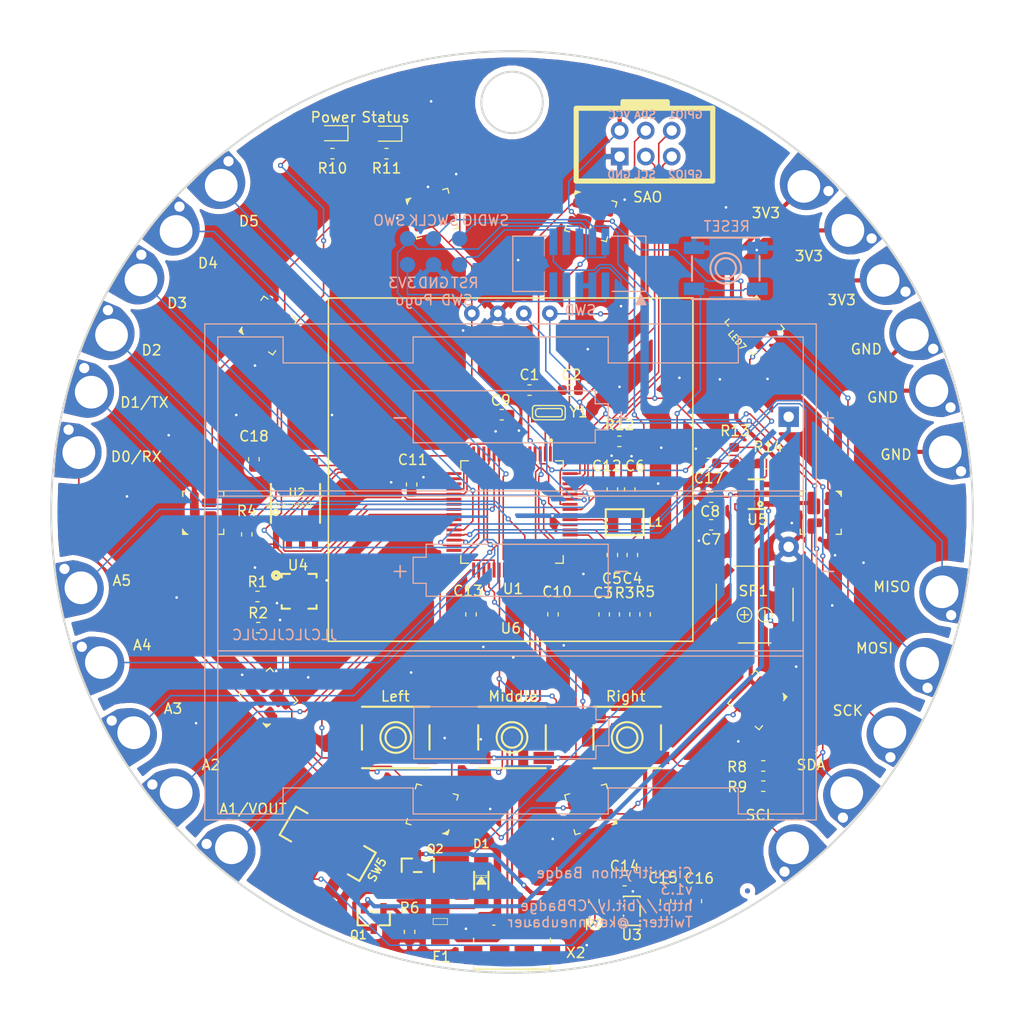
<source format=kicad_pcb>
(kicad_pcb (version 20171130) (host pcbnew "(5.1.4-0-10_14)")
  (layers (0 F.Cu signal) (31 B.Cu signal) (34 B.Paste user) (35 F.Paste user) (36 B.SilkS user) (37 F.SilkS user) (38 B.Mask user) (39 F.Mask user) (44 Edge.Cuts user))
  (net 0 "")
  (net 1 VBAT)
  (net 2 GND)
  (net 3 "Net-(C1-Pad2)")
  (net 4 "Net-(C2-Pad2)")
  (net 5 /RESET)
  (net 6 "Net-(C4-Pad1)")
  (net 7 +3V3)
  (net 8 V+)
  (net 9 /A0_SPEAKER)
  (net 10 "Net-(C17-Pad1)")
  (net 11 VBUS)
  (net 12 "Net-(D1-PadC)")
  (net 13 "Net-(F1-Pad1)")
  (net 14 /D0_RX)
  (net 15 /D1_TX)
  (net 16 /D2)
  (net 17 /D3)
  (net 18 /D4)
  (net 19 /D5)
  (net 20 /D6)
  (net 21 /MOSI)
  (net 22 /MISO)
  (net 23 /SCK)
  (net 24 /A1)
  (net 25 /A2)
  (net 26 /A3)
  (net 27 /A4)
  (net 28 /A5)
  (net 29 "Net-(L1-PadP$2)")
  (net 30 "Net-(LED1-Pad2)")
  (net 31 "Net-(LED4-Pad1)")
  (net 32 /NEOPIX)
  (net 33 "Net-(LED10-Pad1)")
  (net 34 "Net-(LED11-Pad1)")
  (net 35 "Net-(LED10-Pad3)")
  (net 36 "Net-(LED11-Pad3)")
  (net 37 /ON-OFF)
  (net 38 /D8_LIS_SCL)
  (net 39 /D9_LIS_SDA)
  (net 40 /FLASH_CS)
  (net 41 "Net-(R5-Pad2)")
  (net 42 /EN)
  (net 43 /D13_LED)
  (net 44 /SWCLK-SPK_SD)
  (net 45 "Net-(R13-Pad2)")
  (net 46 "Net-(SP1-Pad+)")
  (net 47 "Net-(SP1-Pad-)")
  (net 48 /D11_BUT2)
  (net 49 /D10_BUT1)
  (net 50 /D12_BUT3)
  (net 51 "Net-(SW5-PadP$1)")
  (net 52 "Net-(U1-Pad5)")
  (net 53 "Net-(U1-Pad6)")
  (net 54 "Net-(U1-Pad10)")
  (net 55 "Net-(U1-Pad16)")
  (net 56 /FLASH_IO0)
  (net 57 /FLASH_IO1)
  (net 58 /FLASH_IO2)
  (net 59 /FLASH_IO3)
  (net 60 /FLASH_SCK)
  (net 61 /D7_LIS_IRQ)
  (net 62 "Net-(U1-Pad32)")
  (net 63 /D-)
  (net 64 /D+)
  (net 65 /SWDIO)
  (net 66 /SWO)
  (net 67 /SDA)
  (net 68 /SCL)
  (net 69 "Net-(U3-Pad4)")
  (net 70 "Net-(U4-Pad2)")
  (net 71 "Net-(U4-Pad3)")
  (net 72 "Net-(U4-Pad9)")
  (net 73 "Net-(X1-Pad7)")
  (net 74 "Net-(X1-Pad8)")
  (net 75 "Net-(X1-Pad9)")
  (net 76 "Net-(X2-PadID)")
  (net 77 /SAO_GPIO2)
  (net 78 /SAO_GPIO1)
  (net 79 "Net-(U1-Pad9)")
  (net 80 "Net-(U1-Pad51)")
  (net 81 "Net-(U1-Pad41)")
  (net 82 "Net-(U1-Pad42)")
  (net 83 "Net-(LED5-Pad1)")
  (net 84 "Net-(LED13-Pad1)")
  (net 85 "Net-(LED6-Pad1)")
  (net 86 "Net-(LED7-Pad1)")
  (net 87 "Net-(LED12-Pad1)")
  (net 88 "Net-(LED14-Pad1)")
  (module Kevin-Misc:SK6812_Mini (layer F.Cu) (at 107.696 71.12 165)
    (fp_text reference LED5 hide)
    (fp_text value SK6812 hide)
    (pad 2 smd roundrect (at -0.075 0.825 165) (size 0.875 0.95) (layers F.Cu F.Paste F.Mask) (roundrect_rratio 0.235) (net 2 GND))
    (pad 4 smd roundrect (at 0.625 -0.68 165) (size 1.55 1.25) (layers F.Cu F.Paste F.Mask) (roundrect_rratio 0.16) (net 7 +3V3))
    (pad 3 smd roundrect (at 1.08 0.825 165) (size 0.65 0.95) (layers F.Cu F.Paste F.Mask) (roundrect_rratio 0.307) (net 32 /NEOPIX))
    (pad 1 smd roundrect (at -0.975 -0.575 165) (size 0.85 1.45) (layers F.Cu F.Paste F.Mask) (net 83 "Net-(LED5-Pad1)"))
    (pad 4 smd roundrect (at 1.05 -0.875 165) (size 2 0.85) (layers F.Cu F.Paste F.Mask) (roundrect_rratio 0.235) (net 7 +3V3))
    (pad 3 smd roundrect (at 1.55 0.875 165) (size 1 0.85) (layers F.Cu F.Paste F.Mask) (roundrect_rratio 0.235) (net 32 /NEOPIX))
    (pad 2 smd roundrect (at -1 0.875 165) (size 2.1 0.85) (layers F.Cu F.Paste F.Mask) (roundrect_rratio 0.235) (net 2 GND))
    (pad 1 smd roundrect (at -1.4 -0.875 165) (size 1.3 0.85) (layers F.Cu F.Paste F.Mask) (roundrect_rratio 0.235) (net 83 "Net-(LED5-Pad1)"))
  )
  (module Kevin-Misc:SK6812_Mini (layer F.Cu) (at 92.202 129.032 345)
    (fp_text reference LED6 hide)
    (fp_text value SK6812 hide)
    (pad 2 smd roundrect (at -0.075 0.825 345) (size 0.875 0.95) (layers F.Cu F.Paste F.Mask) (roundrect_rratio 0.235) (net 2 GND))
    (pad 4 smd roundrect (at 0.625 -0.68 345) (size 1.55 1.25) (layers F.Cu F.Paste F.Mask) (roundrect_rratio 0.16) (net 7 +3V3))
    (pad 3 smd roundrect (at 1.08 0.825 345) (size 0.65 0.95) (layers F.Cu F.Paste F.Mask) (roundrect_rratio 0.307) (net 84 "Net-(LED13-Pad1)"))
    (pad 1 smd roundrect (at -0.975 -0.575 345) (size 0.85 1.45) (layers F.Cu F.Paste F.Mask) (net 85 "Net-(LED6-Pad1)"))
    (pad 4 smd roundrect (at 1.05 -0.875 345) (size 2 0.85) (layers F.Cu F.Paste F.Mask) (roundrect_rratio 0.235) (net 7 +3V3))
    (pad 3 smd roundrect (at 1.55 0.875 345) (size 1 0.85) (layers F.Cu F.Paste F.Mask) (roundrect_rratio 0.235) (net 84 "Net-(LED13-Pad1)"))
    (pad 2 smd roundrect (at -1 0.875 345) (size 2.1 0.85) (layers F.Cu F.Paste F.Mask) (roundrect_rratio 0.235) (net 2 GND))
    (pad 1 smd roundrect (at -1.4 -0.875 345) (size 1.3 0.85) (layers F.Cu F.Paste F.Mask) (roundrect_rratio 0.235) (net 85 "Net-(LED6-Pad1)"))
  )
  (module Kevin-Misc:SK6812_Mini (layer F.Cu) (at 123.698 81.788 130)
    (fp_text reference LED7 (at 0 -2.25 130) (layer F.SilkS) (effects (font (size 0.6 0.6) (thickness 0.125))))
    (fp_text value SK6812)
    (pad 2 smd roundrect (at -0.075 0.825 130) (size 0.875 0.95) (layers F.Cu F.Paste F.Mask) (roundrect_rratio 0.235) (net 2 GND))
    (pad 4 smd roundrect (at 0.625 -0.68 130) (size 1.55 1.25) (layers F.Cu F.Paste F.Mask) (roundrect_rratio 0.16) (net 7 +3V3))
    (pad 3 smd roundrect (at 1.08 0.825 130) (size 0.65 0.95) (layers F.Cu F.Paste F.Mask) (roundrect_rratio 0.307) (net 83 "Net-(LED5-Pad1)"))
    (pad 1 smd roundrect (at -0.975 -0.575 130) (size 0.85 1.45) (layers F.Cu F.Paste F.Mask) (net 86 "Net-(LED7-Pad1)"))
    (pad 4 smd roundrect (at 1.05 -0.875 130) (size 2 0.85) (layers F.Cu F.Paste F.Mask) (roundrect_rratio 0.235) (net 7 +3V3))
    (pad 3 smd roundrect (at 1.55 0.875 130) (size 1 0.85) (layers F.Cu F.Paste F.Mask) (roundrect_rratio 0.235) (net 83 "Net-(LED5-Pad1)"))
    (pad 2 smd roundrect (at -1 0.875 130) (size 2.1 0.85) (layers F.Cu F.Paste F.Mask) (roundrect_rratio 0.235) (net 2 GND))
    (pad 1 smd roundrect (at -1.4 -0.875 130) (size 1.3 0.85) (layers F.Cu F.Paste F.Mask) (roundrect_rratio 0.235) (net 86 "Net-(LED7-Pad1)"))
  )
  (module Kevin-Misc:SK6812_Mini (layer F.Cu) (at 76.2 118.11 310)
    (fp_text reference LED8 hide)
    (fp_text value SK6812 hide)
    (pad 2 smd roundrect (at -0.075 0.825 310) (size 0.875 0.95) (layers F.Cu F.Paste F.Mask) (roundrect_rratio 0.235) (net 2 GND))
    (pad 4 smd roundrect (at 0.625 -0.68 310) (size 1.55 1.25) (layers F.Cu F.Paste F.Mask) (roundrect_rratio 0.16) (net 7 +3V3))
    (pad 3 smd roundrect (at 1.08 0.825 310) (size 0.65 0.95) (layers F.Cu F.Paste F.Mask) (roundrect_rratio 0.307) (net 85 "Net-(LED6-Pad1)"))
    (pad 1 smd roundrect (at -0.975 -0.575 310) (size 0.85 1.45) (layers F.Cu F.Paste F.Mask) (net 35 "Net-(LED10-Pad3)"))
    (pad 4 smd roundrect (at 1.05 -0.875 310) (size 2 0.85) (layers F.Cu F.Paste F.Mask) (roundrect_rratio 0.235) (net 7 +3V3))
    (pad 3 smd roundrect (at 1.55 0.875 310) (size 1 0.85) (layers F.Cu F.Paste F.Mask) (roundrect_rratio 0.235) (net 85 "Net-(LED6-Pad1)"))
    (pad 2 smd roundrect (at -1 0.875 310) (size 2.1 0.85) (layers F.Cu F.Paste F.Mask) (roundrect_rratio 0.235) (net 2 GND))
    (pad 1 smd roundrect (at -1.4 -0.875 310) (size 1.3 0.85) (layers F.Cu F.Paste F.Mask) (roundrect_rratio 0.235) (net 35 "Net-(LED10-Pad3)"))
  )
  (module Kevin-Misc:SK6812_Mini (layer F.Cu) (at 69.85 100.076 270)
    (fp_text reference LED10 hide)
    (fp_text value SK6812 hide)
    (pad 2 smd roundrect (at -0.075 0.825 270) (size 0.875 0.95) (layers F.Cu F.Paste F.Mask) (roundrect_rratio 0.235) (net 2 GND))
    (pad 4 smd roundrect (at 0.625 -0.68 270) (size 1.55 1.25) (layers F.Cu F.Paste F.Mask) (roundrect_rratio 0.16) (net 7 +3V3))
    (pad 3 smd roundrect (at 1.08 0.825 270) (size 0.65 0.95) (layers F.Cu F.Paste F.Mask) (roundrect_rratio 0.307) (net 35 "Net-(LED10-Pad3)"))
    (pad 1 smd roundrect (at -0.975 -0.575 270) (size 0.85 1.45) (layers F.Cu F.Paste F.Mask) (net 33 "Net-(LED10-Pad1)"))
    (pad 4 smd roundrect (at 1.05 -0.875 270) (size 2 0.85) (layers F.Cu F.Paste F.Mask) (roundrect_rratio 0.235) (net 7 +3V3))
    (pad 3 smd roundrect (at 1.55 0.875 270) (size 1 0.85) (layers F.Cu F.Paste F.Mask) (roundrect_rratio 0.235) (net 35 "Net-(LED10-Pad3)"))
    (pad 2 smd roundrect (at -1 0.875 270) (size 2.1 0.85) (layers F.Cu F.Paste F.Mask) (roundrect_rratio 0.235) (net 2 GND))
    (pad 1 smd roundrect (at -1.4 -0.875 270) (size 1.3 0.85) (layers F.Cu F.Paste F.Mask) (roundrect_rratio 0.235) (net 33 "Net-(LED10-Pad1)"))
  )
  (module Kevin-Misc:SK6812_Mini (layer F.Cu) (at 123.952 118.364 50)
    (fp_text reference LED11 hide)
    (fp_text value SK6812 hide)
    (pad 2 smd roundrect (at -0.075 0.825 50) (size 0.875 0.95) (layers F.Cu F.Paste F.Mask) (roundrect_rratio 0.235) (net 2 GND))
    (pad 4 smd roundrect (at 0.625 -0.68 50) (size 1.55 1.25) (layers F.Cu F.Paste F.Mask) (roundrect_rratio 0.16) (net 7 +3V3))
    (pad 3 smd roundrect (at 1.08 0.825 50) (size 0.65 0.95) (layers F.Cu F.Paste F.Mask) (roundrect_rratio 0.307) (net 36 "Net-(LED11-Pad3)"))
    (pad 1 smd roundrect (at -0.975 -0.575 50) (size 0.85 1.45) (layers F.Cu F.Paste F.Mask) (net 34 "Net-(LED11-Pad1)"))
    (pad 4 smd roundrect (at 1.05 -0.875 50) (size 2 0.85) (layers F.Cu F.Paste F.Mask) (roundrect_rratio 0.235) (net 7 +3V3))
    (pad 3 smd roundrect (at 1.55 0.875 50) (size 1 0.85) (layers F.Cu F.Paste F.Mask) (roundrect_rratio 0.235) (net 36 "Net-(LED11-Pad3)"))
    (pad 2 smd roundrect (at -1 0.875 50) (size 2.1 0.85) (layers F.Cu F.Paste F.Mask) (roundrect_rratio 0.235) (net 2 GND))
    (pad 1 smd roundrect (at -1.4 -0.875 50) (size 1.3 0.85) (layers F.Cu F.Paste F.Mask) (roundrect_rratio 0.235) (net 34 "Net-(LED11-Pad1)"))
  )
  (module Kevin-Misc:SK6812_Mini (layer F.Cu) (at 76.2 81.788 235)
    (fp_text reference LED12 hide)
    (fp_text value SK6812 hide)
    (pad 2 smd roundrect (at -0.075 0.825 235) (size 0.875 0.95) (layers F.Cu F.Paste F.Mask) (roundrect_rratio 0.235) (net 2 GND))
    (pad 4 smd roundrect (at 0.625 -0.68 235) (size 1.55 1.25) (layers F.Cu F.Paste F.Mask) (roundrect_rratio 0.16) (net 7 +3V3))
    (pad 3 smd roundrect (at 1.08 0.825 235) (size 0.65 0.95) (layers F.Cu F.Paste F.Mask) (roundrect_rratio 0.307) (net 33 "Net-(LED10-Pad1)"))
    (pad 1 smd roundrect (at -0.975 -0.575 235) (size 0.85 1.45) (layers F.Cu F.Paste F.Mask) (net 87 "Net-(LED12-Pad1)"))
    (pad 4 smd roundrect (at 1.05 -0.875 235) (size 2 0.85) (layers F.Cu F.Paste F.Mask) (roundrect_rratio 0.235) (net 7 +3V3))
    (pad 3 smd roundrect (at 1.55 0.875 235) (size 1 0.85) (layers F.Cu F.Paste F.Mask) (roundrect_rratio 0.235) (net 33 "Net-(LED10-Pad1)"))
    (pad 2 smd roundrect (at -1 0.875 235) (size 2.1 0.85) (layers F.Cu F.Paste F.Mask) (roundrect_rratio 0.235) (net 2 GND))
    (pad 1 smd roundrect (at -1.4 -0.875 235) (size 1.3 0.85) (layers F.Cu F.Paste F.Mask) (roundrect_rratio 0.235) (net 87 "Net-(LED12-Pad1)"))
  )
  (module Kevin-Misc:SK6812_Mini (layer F.Cu) (at 107.696 129.032 15)
    (fp_text reference LED13 hide)
    (fp_text value SK6812 hide)
    (pad 2 smd roundrect (at -0.075 0.825 15) (size 0.875 0.95) (layers F.Cu F.Paste F.Mask) (roundrect_rratio 0.235) (net 2 GND))
    (pad 4 smd roundrect (at 0.625 -0.68 15) (size 1.55 1.25) (layers F.Cu F.Paste F.Mask) (roundrect_rratio 0.16) (net 7 +3V3))
    (pad 3 smd roundrect (at 1.08 0.825 15) (size 0.65 0.95) (layers F.Cu F.Paste F.Mask) (roundrect_rratio 0.307) (net 34 "Net-(LED11-Pad1)"))
    (pad 1 smd roundrect (at -0.975 -0.575 15) (size 0.85 1.45) (layers F.Cu F.Paste F.Mask) (net 84 "Net-(LED13-Pad1)"))
    (pad 4 smd roundrect (at 1.05 -0.875 15) (size 2 0.85) (layers F.Cu F.Paste F.Mask) (roundrect_rratio 0.235) (net 7 +3V3))
    (pad 3 smd roundrect (at 1.55 0.875 15) (size 1 0.85) (layers F.Cu F.Paste F.Mask) (roundrect_rratio 0.235) (net 34 "Net-(LED11-Pad1)"))
    (pad 2 smd roundrect (at -1 0.875 15) (size 2.1 0.85) (layers F.Cu F.Paste F.Mask) (roundrect_rratio 0.235) (net 2 GND))
    (pad 1 smd roundrect (at -1.4 -0.875 15) (size 1.3 0.85) (layers F.Cu F.Paste F.Mask) (roundrect_rratio 0.235) (net 84 "Net-(LED13-Pad1)"))
  )
  (module Kevin-Misc:SK6812_Mini (layer F.Cu) (at 92.202 70.866 195)
    (fp_text reference LED14 hide)
    (fp_text value SK6812 hide)
    (pad 2 smd roundrect (at -0.075 0.825 195) (size 0.875 0.95) (layers F.Cu F.Paste F.Mask) (roundrect_rratio 0.235) (net 2 GND))
    (pad 4 smd roundrect (at 0.625 -0.68 195) (size 1.55 1.25) (layers F.Cu F.Paste F.Mask) (roundrect_rratio 0.16) (net 7 +3V3))
    (pad 3 smd roundrect (at 1.08 0.825 195) (size 0.65 0.95) (layers F.Cu F.Paste F.Mask) (roundrect_rratio 0.307) (net 87 "Net-(LED12-Pad1)"))
    (pad 1 smd roundrect (at -0.975 -0.575 195) (size 0.85 1.45) (layers F.Cu F.Paste F.Mask) (net 88 "Net-(LED14-Pad1)"))
    (pad 4 smd roundrect (at 1.05 -0.875 195) (size 2 0.85) (layers F.Cu F.Paste F.Mask) (roundrect_rratio 0.235) (net 7 +3V3))
    (pad 3 smd roundrect (at 1.55 0.875 195) (size 1 0.85) (layers F.Cu F.Paste F.Mask) (roundrect_rratio 0.235) (net 87 "Net-(LED12-Pad1)"))
    (pad 2 smd roundrect (at -1 0.875 195) (size 2.1 0.85) (layers F.Cu F.Paste F.Mask) (roundrect_rratio 0.235) (net 2 GND))
    (pad 1 smd roundrect (at -1.4 -0.875 195) (size 1.3 0.85) (layers F.Cu F.Paste F.Mask) (roundrect_rratio 0.235) (net 88 "Net-(LED14-Pad1)"))
  )
  (module Kevin-Misc:SK6812_Mini (layer F.Cu) (at 130.15 100.076 90)
    (fp_text reference LED9 hide)
    (fp_text value SK6812 hide)
    (pad 2 smd roundrect (at -0.075 0.825 90) (size 0.875 0.95) (layers F.Cu F.Paste F.Mask) (roundrect_rratio 0.235) (net 2 GND))
    (pad 4 smd roundrect (at 0.625 -0.68 90) (size 1.55 1.25) (layers F.Cu F.Paste F.Mask) (roundrect_rratio 0.16) (net 7 +3V3))
    (pad 3 smd roundrect (at 1.08 0.825 90) (size 0.65 0.95) (layers F.Cu F.Paste F.Mask) (roundrect_rratio 0.307) (net 86 "Net-(LED7-Pad1)"))
    (pad 1 smd roundrect (at -0.975 -0.575 90) (size 0.85 1.45) (layers F.Cu F.Paste F.Mask) (net 36 "Net-(LED11-Pad3)"))
    (pad 4 smd roundrect (at 1.05 -0.875 90) (size 2 0.85) (layers F.Cu F.Paste F.Mask) (roundrect_rratio 0.235) (net 7 +3V3))
    (pad 3 smd roundrect (at 1.55 0.875 90) (size 1 0.85) (layers F.Cu F.Paste F.Mask) (roundrect_rratio 0.235) (net 86 "Net-(LED7-Pad1)"))
    (pad 2 smd roundrect (at -1 0.875 90) (size 2.1 0.85) (layers F.Cu F.Paste F.Mask) (roundrect_rratio 0.235) (net 2 GND))
    (pad 1 smd roundrect (at -1.4 -0.875 90) (size 1.3 0.85) (layers F.Cu F.Paste F.Mask) (roundrect_rratio 0.235) (net 36 "Net-(LED11-Pad3)"))
  )
  (module Kevin-Connectors:SewTapSolder (layer F.Cu) (at 58.2042 94.2619 83)
    (fp_text reference J1 hide)
    (fp_text value Conn_01x01 hide)
    (fp_poly (pts (xy 2.3495 -2.54) (xy 1.27254 -2.6035) (xy 0 -2.63398) (xy -1.27 -2.6035) (xy -2.6035 -2.54) (xy -2.54 -0.889) (xy -2.51206 -0.52578) (xy -2.43586 -0.17272) (xy -2.30886 0.1651) (xy -2.13614 0.4826) (xy -1.9177 0.77216) (xy -1.66116 1.0287) (xy -1.3716 1.24714) (xy -1.0541 1.41986) (xy -0.71374 1.54686) (xy -0.36068 1.62306) (xy 0 1.651) (xy 0.36068 1.62306) (xy 0.71374 1.54686) (xy 1.0541 1.41986) (xy 1.3716 1.24714) (xy 1.66116 1.0287) (xy 1.9177 0.77216) (xy 2.13614 0.4826) (xy 2.30886 0.1651) (xy 2.4765 -0.17272) (xy 2.6035 -0.4445) (xy 2.7305 -0.8255) (xy 2.7305 -2.4765)) (layer B.Cu) (width 0.127))
    (fp_poly (pts (xy 2.3495 -2.54) (xy 1.27254 -2.6035) (xy 0 -2.63398) (xy -1.27 -2.6035) (xy -2.6035 -2.54) (xy -2.54 -0.889) (xy -2.51206 -0.52578) (xy -2.43586 -0.17272) (xy -2.30886 0.1651) (xy -2.13614 0.4826) (xy -1.9177 0.77216) (xy -1.66116 1.0287) (xy -1.3716 1.24714) (xy -1.0541 1.41986) (xy -0.71374 1.54686) (xy -0.36068 1.62306) (xy 0 1.651) (xy 0.36068 1.62306) (xy 0.71374 1.54686) (xy 1.0541 1.41986) (xy 1.3716 1.24714) (xy 1.66116 1.0287) (xy 1.9177 0.77216) (xy 2.13614 0.4826) (xy 2.30886 0.1651) (xy 2.4765 -0.17272) (xy 2.6035 -0.4445) (xy 2.7305 -0.8255) (xy 2.7305 -2.4765)) (layer F.Cu) (width 0.127))
    (pad 1 thru_hole circle (at 2.0955 -1.778 83) (size 1.25 1.25) (drill 1) (layers *.Cu *.Mask) (net 14 /D0_RX))
    (pad 1 thru_hole circle (at 0 -0.508 83) (size 4.21386 4.21386) (drill 3.19786) (layers *.Cu *.Mask) (net 14 /D0_RX))
  )
  (module Kevin-Connectors:SewTapSolder (layer F.Cu) (at 72.9265 132.4 140)
    (fp_text reference J11 hide)
    (fp_text value Conn_01x01 hide)
    (fp_poly (pts (xy 2.3495 -2.54) (xy 1.27254 -2.6035) (xy 0 -2.63398) (xy -1.27 -2.6035) (xy -2.6035 -2.54) (xy -2.54 -0.889) (xy -2.51206 -0.52578) (xy -2.43586 -0.17272) (xy -2.30886 0.1651) (xy -2.13614 0.4826) (xy -1.9177 0.77216) (xy -1.66116 1.0287) (xy -1.3716 1.24714) (xy -1.0541 1.41986) (xy -0.71374 1.54686) (xy -0.36068 1.62306) (xy 0 1.651) (xy 0.36068 1.62306) (xy 0.71374 1.54686) (xy 1.0541 1.41986) (xy 1.3716 1.24714) (xy 1.66116 1.0287) (xy 1.9177 0.77216) (xy 2.13614 0.4826) (xy 2.30886 0.1651) (xy 2.4765 -0.17272) (xy 2.6035 -0.4445) (xy 2.7305 -0.8255) (xy 2.7305 -2.4765)) (layer B.Cu) (width 0.127))
    (fp_poly (pts (xy 2.3495 -2.54) (xy 1.27254 -2.6035) (xy 0 -2.63398) (xy -1.27 -2.6035) (xy -2.6035 -2.54) (xy -2.54 -0.889) (xy -2.51206 -0.52578) (xy -2.43586 -0.17272) (xy -2.30886 0.1651) (xy -2.13614 0.4826) (xy -1.9177 0.77216) (xy -1.66116 1.0287) (xy -1.3716 1.24714) (xy -1.0541 1.41986) (xy -0.71374 1.54686) (xy -0.36068 1.62306) (xy 0 1.651) (xy 0.36068 1.62306) (xy 0.71374 1.54686) (xy 1.0541 1.41986) (xy 1.3716 1.24714) (xy 1.66116 1.0287) (xy 1.9177 0.77216) (xy 2.13614 0.4826) (xy 2.30886 0.1651) (xy 2.4765 -0.17272) (xy 2.6035 -0.4445) (xy 2.7305 -0.8255) (xy 2.7305 -2.4765)) (layer F.Cu) (width 0.127))
    (pad 1 thru_hole circle (at 2.0955 -1.778 140) (size 1.25 1.25) (drill 1) (layers *.Cu *.Mask) (net 24 /A1))
    (pad 1 thru_hole circle (at 0 -0.508 140) (size 4.21386 4.21386) (drill 3.19786) (layers *.Cu *.Mask) (net 24 /A1))
  )
  (module Kevin-Connectors:SewTapSolder (layer F.Cu) (at 140.514 88.3 287)
    (fp_text reference J19 hide)
    (fp_text value Conn_01x01 hide)
    (fp_poly (pts (xy 2.3495 -2.54) (xy 1.27254 -2.6035) (xy 0 -2.63398) (xy -1.27 -2.6035) (xy -2.6035 -2.54) (xy -2.54 -0.889) (xy -2.51206 -0.52578) (xy -2.43586 -0.17272) (xy -2.30886 0.1651) (xy -2.13614 0.4826) (xy -1.9177 0.77216) (xy -1.66116 1.0287) (xy -1.3716 1.24714) (xy -1.0541 1.41986) (xy -0.71374 1.54686) (xy -0.36068 1.62306) (xy 0 1.651) (xy 0.36068 1.62306) (xy 0.71374 1.54686) (xy 1.0541 1.41986) (xy 1.3716 1.24714) (xy 1.66116 1.0287) (xy 1.9177 0.77216) (xy 2.13614 0.4826) (xy 2.30886 0.1651) (xy 2.4765 -0.17272) (xy 2.6035 -0.4445) (xy 2.7305 -0.8255) (xy 2.7305 -2.4765)) (layer B.Cu) (width 0.127))
    (fp_poly (pts (xy 2.3495 -2.54) (xy 1.27254 -2.6035) (xy 0 -2.63398) (xy -1.27 -2.6035) (xy -2.6035 -2.54) (xy -2.54 -0.889) (xy -2.51206 -0.52578) (xy -2.43586 -0.17272) (xy -2.30886 0.1651) (xy -2.13614 0.4826) (xy -1.9177 0.77216) (xy -1.66116 1.0287) (xy -1.3716 1.24714) (xy -1.0541 1.41986) (xy -0.71374 1.54686) (xy -0.36068 1.62306) (xy 0 1.651) (xy 0.36068 1.62306) (xy 0.71374 1.54686) (xy 1.0541 1.41986) (xy 1.3716 1.24714) (xy 1.66116 1.0287) (xy 1.9177 0.77216) (xy 2.13614 0.4826) (xy 2.30886 0.1651) (xy 2.4765 -0.17272) (xy 2.6035 -0.4445) (xy 2.7305 -0.8255) (xy 2.7305 -2.4765)) (layer F.Cu) (width 0.127))
    (pad 1 thru_hole circle (at 2.0955 -1.778 287) (size 1.25 1.25) (drill 1) (layers *.Cu *.Mask) (net 2 GND))
    (pad 1 thru_hole circle (at 0 -0.508 287) (size 4.21386 4.21386) (drill 3.19786) (layers *.Cu *.Mask) (net 2 GND))
  )
  (module Kevin-Connectors:SewTapSolder (layer F.Cu) (at 59.4 88.4315 75)
    (fp_text reference J2 hide)
    (fp_text value Conn_01x01 hide)
    (fp_poly (pts (xy 2.3495 -2.54) (xy 1.27254 -2.6035) (xy 0 -2.63398) (xy -1.27 -2.6035) (xy -2.6035 -2.54) (xy -2.54 -0.889) (xy -2.51206 -0.52578) (xy -2.43586 -0.17272) (xy -2.30886 0.1651) (xy -2.13614 0.4826) (xy -1.9177 0.77216) (xy -1.66116 1.0287) (xy -1.3716 1.24714) (xy -1.0541 1.41986) (xy -0.71374 1.54686) (xy -0.36068 1.62306) (xy 0 1.651) (xy 0.36068 1.62306) (xy 0.71374 1.54686) (xy 1.0541 1.41986) (xy 1.3716 1.24714) (xy 1.66116 1.0287) (xy 1.9177 0.77216) (xy 2.13614 0.4826) (xy 2.30886 0.1651) (xy 2.4765 -0.17272) (xy 2.6035 -0.4445) (xy 2.7305 -0.8255) (xy 2.7305 -2.4765)) (layer B.Cu) (width 0.127))
    (fp_poly (pts (xy 2.3495 -2.54) (xy 1.27254 -2.6035) (xy 0 -2.63398) (xy -1.27 -2.6035) (xy -2.6035 -2.54) (xy -2.54 -0.889) (xy -2.51206 -0.52578) (xy -2.43586 -0.17272) (xy -2.30886 0.1651) (xy -2.13614 0.4826) (xy -1.9177 0.77216) (xy -1.66116 1.0287) (xy -1.3716 1.24714) (xy -1.0541 1.41986) (xy -0.71374 1.54686) (xy -0.36068 1.62306) (xy 0 1.651) (xy 0.36068 1.62306) (xy 0.71374 1.54686) (xy 1.0541 1.41986) (xy 1.3716 1.24714) (xy 1.66116 1.0287) (xy 1.9177 0.77216) (xy 2.13614 0.4826) (xy 2.30886 0.1651) (xy 2.4765 -0.17272) (xy 2.6035 -0.4445) (xy 2.7305 -0.8255) (xy 2.7305 -2.4765)) (layer F.Cu) (width 0.127))
    (pad 1 thru_hole circle (at 2.0955 -1.778 75) (size 1.25 1.25) (drill 1) (layers *.Cu *.Mask) (net 15 /D1_TX))
    (pad 1 thru_hole circle (at 0 -0.508 75) (size 4.21386 4.21386) (drill 3.19786) (layers *.Cu *.Mask) (net 15 /D1_TX))
  )
  (module Kevin-Connectors:SewTapSolder (layer F.Cu) (at 61.3604 82.9147 67)
    (fp_text reference J3 hide)
    (fp_text value Conn_01x01 hide)
    (fp_poly (pts (xy 2.3495 -2.54) (xy 1.27254 -2.6035) (xy 0 -2.63398) (xy -1.27 -2.6035) (xy -2.6035 -2.54) (xy -2.54 -0.889) (xy -2.51206 -0.52578) (xy -2.43586 -0.17272) (xy -2.30886 0.1651) (xy -2.13614 0.4826) (xy -1.9177 0.77216) (xy -1.66116 1.0287) (xy -1.3716 1.24714) (xy -1.0541 1.41986) (xy -0.71374 1.54686) (xy -0.36068 1.62306) (xy 0 1.651) (xy 0.36068 1.62306) (xy 0.71374 1.54686) (xy 1.0541 1.41986) (xy 1.3716 1.24714) (xy 1.66116 1.0287) (xy 1.9177 0.77216) (xy 2.13614 0.4826) (xy 2.30886 0.1651) (xy 2.4765 -0.17272) (xy 2.6035 -0.4445) (xy 2.7305 -0.8255) (xy 2.7305 -2.4765)) (layer B.Cu) (width 0.127))
    (fp_poly (pts (xy 2.3495 -2.54) (xy 1.27254 -2.6035) (xy 0 -2.63398) (xy -1.27 -2.6035) (xy -2.6035 -2.54) (xy -2.54 -0.889) (xy -2.51206 -0.52578) (xy -2.43586 -0.17272) (xy -2.30886 0.1651) (xy -2.13614 0.4826) (xy -1.9177 0.77216) (xy -1.66116 1.0287) (xy -1.3716 1.24714) (xy -1.0541 1.41986) (xy -0.71374 1.54686) (xy -0.36068 1.62306) (xy 0 1.651) (xy 0.36068 1.62306) (xy 0.71374 1.54686) (xy 1.0541 1.41986) (xy 1.3716 1.24714) (xy 1.66116 1.0287) (xy 1.9177 0.77216) (xy 2.13614 0.4826) (xy 2.30886 0.1651) (xy 2.4765 -0.17272) (xy 2.6035 -0.4445) (xy 2.7305 -0.8255) (xy 2.7305 -2.4765)) (layer F.Cu) (width 0.127))
    (pad 1 thru_hole circle (at 2.0955 -1.778 67) (size 1.25 1.25) (drill 1) (layers *.Cu *.Mask) (net 16 /D2))
    (pad 1 thru_hole circle (at 0 -0.508 67) (size 4.21386 4.21386) (drill 3.19786) (layers *.Cu *.Mask) (net 16 /D2))
  )
  (module Kevin-Connectors:SewTapSolder (layer F.Cu) (at 64.2 77.6 58)
    (fp_text reference J4 hide)
    (fp_text value Conn_01x01 hide)
    (fp_poly (pts (xy 2.3495 -2.54) (xy 1.27254 -2.6035) (xy 0 -2.63398) (xy -1.27 -2.6035) (xy -2.6035 -2.54) (xy -2.54 -0.889) (xy -2.51206 -0.52578) (xy -2.43586 -0.17272) (xy -2.30886 0.1651) (xy -2.13614 0.4826) (xy -1.9177 0.77216) (xy -1.66116 1.0287) (xy -1.3716 1.24714) (xy -1.0541 1.41986) (xy -0.71374 1.54686) (xy -0.36068 1.62306) (xy 0 1.651) (xy 0.36068 1.62306) (xy 0.71374 1.54686) (xy 1.0541 1.41986) (xy 1.3716 1.24714) (xy 1.66116 1.0287) (xy 1.9177 0.77216) (xy 2.13614 0.4826) (xy 2.30886 0.1651) (xy 2.4765 -0.17272) (xy 2.6035 -0.4445) (xy 2.7305 -0.8255) (xy 2.7305 -2.4765)) (layer B.Cu) (width 0.127))
    (fp_poly (pts (xy 2.3495 -2.54) (xy 1.27254 -2.6035) (xy 0 -2.63398) (xy -1.27 -2.6035) (xy -2.6035 -2.54) (xy -2.54 -0.889) (xy -2.51206 -0.52578) (xy -2.43586 -0.17272) (xy -2.30886 0.1651) (xy -2.13614 0.4826) (xy -1.9177 0.77216) (xy -1.66116 1.0287) (xy -1.3716 1.24714) (xy -1.0541 1.41986) (xy -0.71374 1.54686) (xy -0.36068 1.62306) (xy 0 1.651) (xy 0.36068 1.62306) (xy 0.71374 1.54686) (xy 1.0541 1.41986) (xy 1.3716 1.24714) (xy 1.66116 1.0287) (xy 1.9177 0.77216) (xy 2.13614 0.4826) (xy 2.30886 0.1651) (xy 2.4765 -0.17272) (xy 2.6035 -0.4445) (xy 2.7305 -0.8255) (xy 2.7305 -2.4765)) (layer F.Cu) (width 0.127))
    (pad 1 thru_hole circle (at 2.0955 -1.778 58) (size 1.25 1.25) (drill 1) (layers *.Cu *.Mask) (net 17 /D3))
    (pad 1 thru_hole circle (at 0 -0.508 58) (size 4.21386 4.21386) (drill 3.19786) (layers *.Cu *.Mask) (net 17 /D3))
  )
  (module Kevin-Connectors:SewTapSolder (layer F.Cu) (at 67.5892 72.9265 51)
    (fp_text reference J5 hide)
    (fp_text value Conn_01x01 hide)
    (fp_poly (pts (xy 2.3495 -2.54) (xy 1.27254 -2.6035) (xy 0 -2.63398) (xy -1.27 -2.6035) (xy -2.6035 -2.54) (xy -2.54 -0.889) (xy -2.51206 -0.52578) (xy -2.43586 -0.17272) (xy -2.30886 0.1651) (xy -2.13614 0.4826) (xy -1.9177 0.77216) (xy -1.66116 1.0287) (xy -1.3716 1.24714) (xy -1.0541 1.41986) (xy -0.71374 1.54686) (xy -0.36068 1.62306) (xy 0 1.651) (xy 0.36068 1.62306) (xy 0.71374 1.54686) (xy 1.0541 1.41986) (xy 1.3716 1.24714) (xy 1.66116 1.0287) (xy 1.9177 0.77216) (xy 2.13614 0.4826) (xy 2.30886 0.1651) (xy 2.4765 -0.17272) (xy 2.6035 -0.4445) (xy 2.7305 -0.8255) (xy 2.7305 -2.4765)) (layer B.Cu) (width 0.127))
    (fp_poly (pts (xy 2.3495 -2.54) (xy 1.27254 -2.6035) (xy 0 -2.63398) (xy -1.27 -2.6035) (xy -2.6035 -2.54) (xy -2.54 -0.889) (xy -2.51206 -0.52578) (xy -2.43586 -0.17272) (xy -2.30886 0.1651) (xy -2.13614 0.4826) (xy -1.9177 0.77216) (xy -1.66116 1.0287) (xy -1.3716 1.24714) (xy -1.0541 1.41986) (xy -0.71374 1.54686) (xy -0.36068 1.62306) (xy 0 1.651) (xy 0.36068 1.62306) (xy 0.71374 1.54686) (xy 1.0541 1.41986) (xy 1.3716 1.24714) (xy 1.66116 1.0287) (xy 1.9177 0.77216) (xy 2.13614 0.4826) (xy 2.30886 0.1651) (xy 2.4765 -0.17272) (xy 2.6035 -0.4445) (xy 2.7305 -0.8255) (xy 2.7305 -2.4765)) (layer F.Cu) (width 0.127))
    (pad 1 thru_hole circle (at 2.0955 -1.778 51) (size 1.25 1.25) (drill 1) (layers *.Cu *.Mask) (net 18 /D4))
    (pad 1 thru_hole circle (at 0 -0.508 51) (size 4.21386 4.21386) (drill 3.19786) (layers *.Cu *.Mask) (net 18 /D4))
  )
  (module Kevin-Connectors:SewTapSolder (layer F.Cu) (at 71.9465 68.4715 42)
    (fp_text reference J6 hide)
    (fp_text value Conn_01x01 hide)
    (fp_poly (pts (xy 2.3495 -2.54) (xy 1.27254 -2.6035) (xy 0 -2.63398) (xy -1.27 -2.6035) (xy -2.6035 -2.54) (xy -2.54 -0.889) (xy -2.51206 -0.52578) (xy -2.43586 -0.17272) (xy -2.30886 0.1651) (xy -2.13614 0.4826) (xy -1.9177 0.77216) (xy -1.66116 1.0287) (xy -1.3716 1.24714) (xy -1.0541 1.41986) (xy -0.71374 1.54686) (xy -0.36068 1.62306) (xy 0 1.651) (xy 0.36068 1.62306) (xy 0.71374 1.54686) (xy 1.0541 1.41986) (xy 1.3716 1.24714) (xy 1.66116 1.0287) (xy 1.9177 0.77216) (xy 2.13614 0.4826) (xy 2.30886 0.1651) (xy 2.4765 -0.17272) (xy 2.6035 -0.4445) (xy 2.7305 -0.8255) (xy 2.7305 -2.4765)) (layer B.Cu) (width 0.127))
    (fp_poly (pts (xy 2.3495 -2.54) (xy 1.27254 -2.6035) (xy 0 -2.63398) (xy -1.27 -2.6035) (xy -2.6035 -2.54) (xy -2.54 -0.889) (xy -2.51206 -0.52578) (xy -2.43586 -0.17272) (xy -2.30886 0.1651) (xy -2.13614 0.4826) (xy -1.9177 0.77216) (xy -1.66116 1.0287) (xy -1.3716 1.24714) (xy -1.0541 1.41986) (xy -0.71374 1.54686) (xy -0.36068 1.62306) (xy 0 1.651) (xy 0.36068 1.62306) (xy 0.71374 1.54686) (xy 1.0541 1.41986) (xy 1.3716 1.24714) (xy 1.66116 1.0287) (xy 1.9177 0.77216) (xy 2.13614 0.4826) (xy 2.30886 0.1651) (xy 2.4765 -0.17272) (xy 2.6035 -0.4445) (xy 2.7305 -0.8255) (xy 2.7305 -2.4765)) (layer F.Cu) (width 0.127))
    (pad 1 thru_hole circle (at 2.0955 -1.778 42) (size 1.25 1.25) (drill 1) (layers *.Cu *.Mask) (net 19 /D5))
    (pad 1 thru_hole circle (at 0 -0.508 42) (size 4.21386 4.21386) (drill 3.19786) (layers *.Cu *.Mask) (net 19 /D5))
  )
  (module Kevin-Connectors:SewTapSolder (layer F.Cu) (at 139.623 114.6 250)
    (fp_text reference J8 hide)
    (fp_text value Conn_01x01 hide)
    (fp_poly (pts (xy 2.3495 -2.54) (xy 1.27254 -2.6035) (xy 0 -2.63398) (xy -1.27 -2.6035) (xy -2.6035 -2.54) (xy -2.54 -0.889) (xy -2.51206 -0.52578) (xy -2.43586 -0.17272) (xy -2.30886 0.1651) (xy -2.13614 0.4826) (xy -1.9177 0.77216) (xy -1.66116 1.0287) (xy -1.3716 1.24714) (xy -1.0541 1.41986) (xy -0.71374 1.54686) (xy -0.36068 1.62306) (xy 0 1.651) (xy 0.36068 1.62306) (xy 0.71374 1.54686) (xy 1.0541 1.41986) (xy 1.3716 1.24714) (xy 1.66116 1.0287) (xy 1.9177 0.77216) (xy 2.13614 0.4826) (xy 2.30886 0.1651) (xy 2.4765 -0.17272) (xy 2.6035 -0.4445) (xy 2.7305 -0.8255) (xy 2.7305 -2.4765)) (layer B.Cu) (width 0.127))
    (fp_poly (pts (xy 2.3495 -2.54) (xy 1.27254 -2.6035) (xy 0 -2.63398) (xy -1.27 -2.6035) (xy -2.6035 -2.54) (xy -2.54 -0.889) (xy -2.51206 -0.52578) (xy -2.43586 -0.17272) (xy -2.30886 0.1651) (xy -2.13614 0.4826) (xy -1.9177 0.77216) (xy -1.66116 1.0287) (xy -1.3716 1.24714) (xy -1.0541 1.41986) (xy -0.71374 1.54686) (xy -0.36068 1.62306) (xy 0 1.651) (xy 0.36068 1.62306) (xy 0.71374 1.54686) (xy 1.0541 1.41986) (xy 1.3716 1.24714) (xy 1.66116 1.0287) (xy 1.9177 0.77216) (xy 2.13614 0.4826) (xy 2.30886 0.1651) (xy 2.4765 -0.17272) (xy 2.6035 -0.4445) (xy 2.7305 -0.8255) (xy 2.7305 -2.4765)) (layer F.Cu) (width 0.127))
    (pad 1 thru_hole circle (at 2.0955 -1.778 250) (size 1.25 1.25) (drill 1) (layers *.Cu *.Mask) (net 21 /MOSI))
    (pad 1 thru_hole circle (at 0 -0.508 250) (size 4.21386 4.21386) (drill 3.19786) (layers *.Cu *.Mask) (net 21 /MOSI))
  )
  (module Kevin-Connectors:SewTapSolder (layer F.Cu) (at 141.5 107.7 260)
    (fp_text reference J9 hide)
    (fp_text value Conn_01x01 hide)
    (fp_poly (pts (xy 2.3495 -2.54) (xy 1.27254 -2.6035) (xy 0 -2.63398) (xy -1.27 -2.6035) (xy -2.6035 -2.54) (xy -2.54 -0.889) (xy -2.51206 -0.52578) (xy -2.43586 -0.17272) (xy -2.30886 0.1651) (xy -2.13614 0.4826) (xy -1.9177 0.77216) (xy -1.66116 1.0287) (xy -1.3716 1.24714) (xy -1.0541 1.41986) (xy -0.71374 1.54686) (xy -0.36068 1.62306) (xy 0 1.651) (xy 0.36068 1.62306) (xy 0.71374 1.54686) (xy 1.0541 1.41986) (xy 1.3716 1.24714) (xy 1.66116 1.0287) (xy 1.9177 0.77216) (xy 2.13614 0.4826) (xy 2.30886 0.1651) (xy 2.4765 -0.17272) (xy 2.6035 -0.4445) (xy 2.7305 -0.8255) (xy 2.7305 -2.4765)) (layer B.Cu) (width 0.127))
    (fp_poly (pts (xy 2.3495 -2.54) (xy 1.27254 -2.6035) (xy 0 -2.63398) (xy -1.27 -2.6035) (xy -2.6035 -2.54) (xy -2.54 -0.889) (xy -2.51206 -0.52578) (xy -2.43586 -0.17272) (xy -2.30886 0.1651) (xy -2.13614 0.4826) (xy -1.9177 0.77216) (xy -1.66116 1.0287) (xy -1.3716 1.24714) (xy -1.0541 1.41986) (xy -0.71374 1.54686) (xy -0.36068 1.62306) (xy 0 1.651) (xy 0.36068 1.62306) (xy 0.71374 1.54686) (xy 1.0541 1.41986) (xy 1.3716 1.24714) (xy 1.66116 1.0287) (xy 1.9177 0.77216) (xy 2.13614 0.4826) (xy 2.30886 0.1651) (xy 2.4765 -0.17272) (xy 2.6035 -0.4445) (xy 2.7305 -0.8255) (xy 2.7305 -2.4765)) (layer F.Cu) (width 0.127))
    (pad 1 thru_hole circle (at 2.0955 -1.778 260) (size 1.25 1.25) (drill 1) (layers *.Cu *.Mask) (net 22 /MISO))
    (pad 1 thru_hole circle (at 0 -0.508 260) (size 4.21386 4.21386) (drill 3.19786) (layers *.Cu *.Mask) (net 22 /MISO))
  )
  (module Kevin-Connectors:SewTapSolder (layer F.Cu) (at 136.46 121.246 240)
    (fp_text reference J10 hide)
    (fp_text value Conn_01x01 hide)
    (fp_poly (pts (xy 2.3495 -2.54) (xy 1.27254 -2.6035) (xy 0 -2.63398) (xy -1.27 -2.6035) (xy -2.6035 -2.54) (xy -2.54 -0.889) (xy -2.51206 -0.52578) (xy -2.43586 -0.17272) (xy -2.30886 0.1651) (xy -2.13614 0.4826) (xy -1.9177 0.77216) (xy -1.66116 1.0287) (xy -1.3716 1.24714) (xy -1.0541 1.41986) (xy -0.71374 1.54686) (xy -0.36068 1.62306) (xy 0 1.651) (xy 0.36068 1.62306) (xy 0.71374 1.54686) (xy 1.0541 1.41986) (xy 1.3716 1.24714) (xy 1.66116 1.0287) (xy 1.9177 0.77216) (xy 2.13614 0.4826) (xy 2.30886 0.1651) (xy 2.4765 -0.17272) (xy 2.6035 -0.4445) (xy 2.7305 -0.8255) (xy 2.7305 -2.4765)) (layer B.Cu) (width 0.127))
    (fp_poly (pts (xy 2.3495 -2.54) (xy 1.27254 -2.6035) (xy 0 -2.63398) (xy -1.27 -2.6035) (xy -2.6035 -2.54) (xy -2.54 -0.889) (xy -2.51206 -0.52578) (xy -2.43586 -0.17272) (xy -2.30886 0.1651) (xy -2.13614 0.4826) (xy -1.9177 0.77216) (xy -1.66116 1.0287) (xy -1.3716 1.24714) (xy -1.0541 1.41986) (xy -0.71374 1.54686) (xy -0.36068 1.62306) (xy 0 1.651) (xy 0.36068 1.62306) (xy 0.71374 1.54686) (xy 1.0541 1.41986) (xy 1.3716 1.24714) (xy 1.66116 1.0287) (xy 1.9177 0.77216) (xy 2.13614 0.4826) (xy 2.30886 0.1651) (xy 2.4765 -0.17272) (xy 2.6035 -0.4445) (xy 2.7305 -0.8255) (xy 2.7305 -2.4765)) (layer F.Cu) (width 0.127))
    (pad 1 thru_hole circle (at 2.0955 -1.778 240) (size 1.25 1.25) (drill 1) (layers *.Cu *.Mask) (net 23 /SCK))
    (pad 1 thru_hole circle (at 0 -0.508 240) (size 4.21386 4.21386) (drill 3.19786) (layers *.Cu *.Mask) (net 23 /SCK))
  )
  (module Kevin-Connectors:SewTapSolder (layer F.Cu) (at 67.5892 127.073 130)
    (fp_text reference J12 hide)
    (fp_text value Conn_01x01 hide)
    (fp_poly (pts (xy 2.3495 -2.54) (xy 1.27254 -2.6035) (xy 0 -2.63398) (xy -1.27 -2.6035) (xy -2.6035 -2.54) (xy -2.54 -0.889) (xy -2.51206 -0.52578) (xy -2.43586 -0.17272) (xy -2.30886 0.1651) (xy -2.13614 0.4826) (xy -1.9177 0.77216) (xy -1.66116 1.0287) (xy -1.3716 1.24714) (xy -1.0541 1.41986) (xy -0.71374 1.54686) (xy -0.36068 1.62306) (xy 0 1.651) (xy 0.36068 1.62306) (xy 0.71374 1.54686) (xy 1.0541 1.41986) (xy 1.3716 1.24714) (xy 1.66116 1.0287) (xy 1.9177 0.77216) (xy 2.13614 0.4826) (xy 2.30886 0.1651) (xy 2.4765 -0.17272) (xy 2.6035 -0.4445) (xy 2.7305 -0.8255) (xy 2.7305 -2.4765)) (layer B.Cu) (width 0.127))
    (fp_poly (pts (xy 2.3495 -2.54) (xy 1.27254 -2.6035) (xy 0 -2.63398) (xy -1.27 -2.6035) (xy -2.6035 -2.54) (xy -2.54 -0.889) (xy -2.51206 -0.52578) (xy -2.43586 -0.17272) (xy -2.30886 0.1651) (xy -2.13614 0.4826) (xy -1.9177 0.77216) (xy -1.66116 1.0287) (xy -1.3716 1.24714) (xy -1.0541 1.41986) (xy -0.71374 1.54686) (xy -0.36068 1.62306) (xy 0 1.651) (xy 0.36068 1.62306) (xy 0.71374 1.54686) (xy 1.0541 1.41986) (xy 1.3716 1.24714) (xy 1.66116 1.0287) (xy 1.9177 0.77216) (xy 2.13614 0.4826) (xy 2.30886 0.1651) (xy 2.4765 -0.17272) (xy 2.6035 -0.4445) (xy 2.7305 -0.8255) (xy 2.7305 -2.4765)) (layer F.Cu) (width 0.127))
    (pad 1 thru_hole circle (at 2.0955 -1.778 130) (size 1.25 1.25) (drill 1) (layers *.Cu *.Mask) (net 25 /A2))
    (pad 1 thru_hole circle (at 0 -0.508 130) (size 4.21386 4.21386) (drill 3.19786) (layers *.Cu *.Mask) (net 25 /A2))
  )
  (module Kevin-Connectors:SewTapSolder (layer F.Cu) (at 63.5 121.3 120)
    (fp_text reference J13 hide)
    (fp_text value Conn_01x01 hide)
    (fp_poly (pts (xy 2.3495 -2.54) (xy 1.27254 -2.6035) (xy 0 -2.63398) (xy -1.27 -2.6035) (xy -2.6035 -2.54) (xy -2.54 -0.889) (xy -2.51206 -0.52578) (xy -2.43586 -0.17272) (xy -2.30886 0.1651) (xy -2.13614 0.4826) (xy -1.9177 0.77216) (xy -1.66116 1.0287) (xy -1.3716 1.24714) (xy -1.0541 1.41986) (xy -0.71374 1.54686) (xy -0.36068 1.62306) (xy 0 1.651) (xy 0.36068 1.62306) (xy 0.71374 1.54686) (xy 1.0541 1.41986) (xy 1.3716 1.24714) (xy 1.66116 1.0287) (xy 1.9177 0.77216) (xy 2.13614 0.4826) (xy 2.30886 0.1651) (xy 2.4765 -0.17272) (xy 2.6035 -0.4445) (xy 2.7305 -0.8255) (xy 2.7305 -2.4765)) (layer B.Cu) (width 0.127))
    (fp_poly (pts (xy 2.3495 -2.54) (xy 1.27254 -2.6035) (xy 0 -2.63398) (xy -1.27 -2.6035) (xy -2.6035 -2.54) (xy -2.54 -0.889) (xy -2.51206 -0.52578) (xy -2.43586 -0.17272) (xy -2.30886 0.1651) (xy -2.13614 0.4826) (xy -1.9177 0.77216) (xy -1.66116 1.0287) (xy -1.3716 1.24714) (xy -1.0541 1.41986) (xy -0.71374 1.54686) (xy -0.36068 1.62306) (xy 0 1.651) (xy 0.36068 1.62306) (xy 0.71374 1.54686) (xy 1.0541 1.41986) (xy 1.3716 1.24714) (xy 1.66116 1.0287) (xy 1.9177 0.77216) (xy 2.13614 0.4826) (xy 2.30886 0.1651) (xy 2.4765 -0.17272) (xy 2.6035 -0.4445) (xy 2.7305 -0.8255) (xy 2.7305 -2.4765)) (layer F.Cu) (width 0.127))
    (pad 1 thru_hole circle (at 2.0955 -1.778 120) (size 1.25 1.25) (drill 1) (layers *.Cu *.Mask) (net 26 /A3))
    (pad 1 thru_hole circle (at 0 -0.508 120) (size 4.21386 4.21386) (drill 3.19786) (layers *.Cu *.Mask) (net 26 /A3))
  )
  (module Kevin-Connectors:SewTapSolder (layer F.Cu) (at 60.3774 114.526 110)
    (fp_text reference J14 hide)
    (fp_text value Conn_01x01 hide)
    (fp_poly (pts (xy 2.3495 -2.54) (xy 1.27254 -2.6035) (xy 0 -2.63398) (xy -1.27 -2.6035) (xy -2.6035 -2.54) (xy -2.54 -0.889) (xy -2.51206 -0.52578) (xy -2.43586 -0.17272) (xy -2.30886 0.1651) (xy -2.13614 0.4826) (xy -1.9177 0.77216) (xy -1.66116 1.0287) (xy -1.3716 1.24714) (xy -1.0541 1.41986) (xy -0.71374 1.54686) (xy -0.36068 1.62306) (xy 0 1.651) (xy 0.36068 1.62306) (xy 0.71374 1.54686) (xy 1.0541 1.41986) (xy 1.3716 1.24714) (xy 1.66116 1.0287) (xy 1.9177 0.77216) (xy 2.13614 0.4826) (xy 2.30886 0.1651) (xy 2.4765 -0.17272) (xy 2.6035 -0.4445) (xy 2.7305 -0.8255) (xy 2.7305 -2.4765)) (layer B.Cu) (width 0.127))
    (fp_poly (pts (xy 2.3495 -2.54) (xy 1.27254 -2.6035) (xy 0 -2.63398) (xy -1.27 -2.6035) (xy -2.6035 -2.54) (xy -2.54 -0.889) (xy -2.51206 -0.52578) (xy -2.43586 -0.17272) (xy -2.30886 0.1651) (xy -2.13614 0.4826) (xy -1.9177 0.77216) (xy -1.66116 1.0287) (xy -1.3716 1.24714) (xy -1.0541 1.41986) (xy -0.71374 1.54686) (xy -0.36068 1.62306) (xy 0 1.651) (xy 0.36068 1.62306) (xy 0.71374 1.54686) (xy 1.0541 1.41986) (xy 1.3716 1.24714) (xy 1.66116 1.0287) (xy 1.9177 0.77216) (xy 2.13614 0.4826) (xy 2.30886 0.1651) (xy 2.4765 -0.17272) (xy 2.6035 -0.4445) (xy 2.7305 -0.8255) (xy 2.7305 -2.4765)) (layer F.Cu) (width 0.127))
    (pad 1 thru_hole circle (at 2.0955 -1.778 110) (size 1.25 1.25) (drill 1) (layers *.Cu *.Mask) (net 27 /A4))
    (pad 1 thru_hole circle (at 0 -0.508 110) (size 4.21386 4.21386) (drill 3.19786) (layers *.Cu *.Mask) (net 27 /A4))
  )
  (module Kevin-Connectors:SewTapSolder (layer F.Cu) (at 58.408 107.312 100)
    (fp_text reference J15 hide)
    (fp_text value Conn_01x01 hide)
    (fp_poly (pts (xy 2.3495 -2.54) (xy 1.27254 -2.6035) (xy 0 -2.63398) (xy -1.27 -2.6035) (xy -2.6035 -2.54) (xy -2.54 -0.889) (xy -2.51206 -0.52578) (xy -2.43586 -0.17272) (xy -2.30886 0.1651) (xy -2.13614 0.4826) (xy -1.9177 0.77216) (xy -1.66116 1.0287) (xy -1.3716 1.24714) (xy -1.0541 1.41986) (xy -0.71374 1.54686) (xy -0.36068 1.62306) (xy 0 1.651) (xy 0.36068 1.62306) (xy 0.71374 1.54686) (xy 1.0541 1.41986) (xy 1.3716 1.24714) (xy 1.66116 1.0287) (xy 1.9177 0.77216) (xy 2.13614 0.4826) (xy 2.30886 0.1651) (xy 2.4765 -0.17272) (xy 2.6035 -0.4445) (xy 2.7305 -0.8255) (xy 2.7305 -2.4765)) (layer B.Cu) (width 0.127))
    (fp_poly (pts (xy 2.3495 -2.54) (xy 1.27254 -2.6035) (xy 0 -2.63398) (xy -1.27 -2.6035) (xy -2.6035 -2.54) (xy -2.54 -0.889) (xy -2.51206 -0.52578) (xy -2.43586 -0.17272) (xy -2.30886 0.1651) (xy -2.13614 0.4826) (xy -1.9177 0.77216) (xy -1.66116 1.0287) (xy -1.3716 1.24714) (xy -1.0541 1.41986) (xy -0.71374 1.54686) (xy -0.36068 1.62306) (xy 0 1.651) (xy 0.36068 1.62306) (xy 0.71374 1.54686) (xy 1.0541 1.41986) (xy 1.3716 1.24714) (xy 1.66116 1.0287) (xy 1.9177 0.77216) (xy 2.13614 0.4826) (xy 2.30886 0.1651) (xy 2.4765 -0.17272) (xy 2.6035 -0.4445) (xy 2.7305 -0.8255) (xy 2.7305 -2.4765)) (layer F.Cu) (width 0.127))
    (pad 1 thru_hole circle (at 2.0955 -1.778 100) (size 1.25 1.25) (drill 1) (layers *.Cu *.Mask) (net 28 /A5))
    (pad 1 thru_hole circle (at 0 -0.508 100) (size 4.21386 4.21386) (drill 3.19786) (layers *.Cu *.Mask) (net 28 /A5))
  )
  (module Kevin-Connectors:SewTapSolder (layer F.Cu) (at 135.81 77.654 302)
    (fp_text reference J16 hide)
    (fp_text value Conn_01x01 hide)
    (fp_poly (pts (xy 2.3495 -2.54) (xy 1.27254 -2.6035) (xy 0 -2.63398) (xy -1.27 -2.6035) (xy -2.6035 -2.54) (xy -2.54 -0.889) (xy -2.51206 -0.52578) (xy -2.43586 -0.17272) (xy -2.30886 0.1651) (xy -2.13614 0.4826) (xy -1.9177 0.77216) (xy -1.66116 1.0287) (xy -1.3716 1.24714) (xy -1.0541 1.41986) (xy -0.71374 1.54686) (xy -0.36068 1.62306) (xy 0 1.651) (xy 0.36068 1.62306) (xy 0.71374 1.54686) (xy 1.0541 1.41986) (xy 1.3716 1.24714) (xy 1.66116 1.0287) (xy 1.9177 0.77216) (xy 2.13614 0.4826) (xy 2.30886 0.1651) (xy 2.4765 -0.17272) (xy 2.6035 -0.4445) (xy 2.7305 -0.8255) (xy 2.7305 -2.4765)) (layer B.Cu) (width 0.127))
    (fp_poly (pts (xy 2.3495 -2.54) (xy 1.27254 -2.6035) (xy 0 -2.63398) (xy -1.27 -2.6035) (xy -2.6035 -2.54) (xy -2.54 -0.889) (xy -2.51206 -0.52578) (xy -2.43586 -0.17272) (xy -2.30886 0.1651) (xy -2.13614 0.4826) (xy -1.9177 0.77216) (xy -1.66116 1.0287) (xy -1.3716 1.24714) (xy -1.0541 1.41986) (xy -0.71374 1.54686) (xy -0.36068 1.62306) (xy 0 1.651) (xy 0.36068 1.62306) (xy 0.71374 1.54686) (xy 1.0541 1.41986) (xy 1.3716 1.24714) (xy 1.66116 1.0287) (xy 1.9177 0.77216) (xy 2.13614 0.4826) (xy 2.30886 0.1651) (xy 2.4765 -0.17272) (xy 2.6035 -0.4445) (xy 2.7305 -0.8255) (xy 2.7305 -2.4765)) (layer F.Cu) (width 0.127))
    (pad 1 thru_hole circle (at 2.0955 -1.778 302) (size 1.25 1.25) (drill 1) (layers *.Cu *.Mask) (net 7 +3V3))
    (pad 1 thru_hole circle (at 0 -0.508 302) (size 4.21386 4.21386) (drill 3.19786) (layers *.Cu *.Mask) (net 7 +3V3))
  )
  (module Kevin-Connectors:SewTapSolder (layer F.Cu) (at 132.411 72.8265 310)
    (fp_text reference J17 hide)
    (fp_text value Conn_01x01 hide)
    (fp_poly (pts (xy 2.3495 -2.54) (xy 1.27254 -2.6035) (xy 0 -2.63398) (xy -1.27 -2.6035) (xy -2.6035 -2.54) (xy -2.54 -0.889) (xy -2.51206 -0.52578) (xy -2.43586 -0.17272) (xy -2.30886 0.1651) (xy -2.13614 0.4826) (xy -1.9177 0.77216) (xy -1.66116 1.0287) (xy -1.3716 1.24714) (xy -1.0541 1.41986) (xy -0.71374 1.54686) (xy -0.36068 1.62306) (xy 0 1.651) (xy 0.36068 1.62306) (xy 0.71374 1.54686) (xy 1.0541 1.41986) (xy 1.3716 1.24714) (xy 1.66116 1.0287) (xy 1.9177 0.77216) (xy 2.13614 0.4826) (xy 2.30886 0.1651) (xy 2.4765 -0.17272) (xy 2.6035 -0.4445) (xy 2.7305 -0.8255) (xy 2.7305 -2.4765)) (layer B.Cu) (width 0.127))
    (fp_poly (pts (xy 2.3495 -2.54) (xy 1.27254 -2.6035) (xy 0 -2.63398) (xy -1.27 -2.6035) (xy -2.6035 -2.54) (xy -2.54 -0.889) (xy -2.51206 -0.52578) (xy -2.43586 -0.17272) (xy -2.30886 0.1651) (xy -2.13614 0.4826) (xy -1.9177 0.77216) (xy -1.66116 1.0287) (xy -1.3716 1.24714) (xy -1.0541 1.41986) (xy -0.71374 1.54686) (xy -0.36068 1.62306) (xy 0 1.651) (xy 0.36068 1.62306) (xy 0.71374 1.54686) (xy 1.0541 1.41986) (xy 1.3716 1.24714) (xy 1.66116 1.0287) (xy 1.9177 0.77216) (xy 2.13614 0.4826) (xy 2.30886 0.1651) (xy 2.4765 -0.17272) (xy 2.6035 -0.4445) (xy 2.7305 -0.8255) (xy 2.7305 -2.4765)) (layer F.Cu) (width 0.127))
    (pad 1 thru_hole circle (at 2.0955 -1.778 310) (size 1.25 1.25) (drill 1) (layers *.Cu *.Mask) (net 7 +3V3))
    (pad 1 thru_hole circle (at 0 -0.508 310) (size 4.21386 4.21386) (drill 3.19786) (layers *.Cu *.Mask) (net 7 +3V3))
  )
  (module Kevin-Connectors:SewTapSolder (layer F.Cu) (at 141.8 94.2 278)
    (fp_text reference J18 hide)
    (fp_text value Conn_01x01 hide)
    (fp_poly (pts (xy 2.3495 -2.54) (xy 1.27254 -2.6035) (xy 0 -2.63398) (xy -1.27 -2.6035) (xy -2.6035 -2.54) (xy -2.54 -0.889) (xy -2.51206 -0.52578) (xy -2.43586 -0.17272) (xy -2.30886 0.1651) (xy -2.13614 0.4826) (xy -1.9177 0.77216) (xy -1.66116 1.0287) (xy -1.3716 1.24714) (xy -1.0541 1.41986) (xy -0.71374 1.54686) (xy -0.36068 1.62306) (xy 0 1.651) (xy 0.36068 1.62306) (xy 0.71374 1.54686) (xy 1.0541 1.41986) (xy 1.3716 1.24714) (xy 1.66116 1.0287) (xy 1.9177 0.77216) (xy 2.13614 0.4826) (xy 2.30886 0.1651) (xy 2.4765 -0.17272) (xy 2.6035 -0.4445) (xy 2.7305 -0.8255) (xy 2.7305 -2.4765)) (layer B.Cu) (width 0.127))
    (fp_poly (pts (xy 2.3495 -2.54) (xy 1.27254 -2.6035) (xy 0 -2.63398) (xy -1.27 -2.6035) (xy -2.6035 -2.54) (xy -2.54 -0.889) (xy -2.51206 -0.52578) (xy -2.43586 -0.17272) (xy -2.30886 0.1651) (xy -2.13614 0.4826) (xy -1.9177 0.77216) (xy -1.66116 1.0287) (xy -1.3716 1.24714) (xy -1.0541 1.41986) (xy -0.71374 1.54686) (xy -0.36068 1.62306) (xy 0 1.651) (xy 0.36068 1.62306) (xy 0.71374 1.54686) (xy 1.0541 1.41986) (xy 1.3716 1.24714) (xy 1.66116 1.0287) (xy 1.9177 0.77216) (xy 2.13614 0.4826) (xy 2.30886 0.1651) (xy 2.4765 -0.17272) (xy 2.6035 -0.4445) (xy 2.7305 -0.8255) (xy 2.7305 -2.4765)) (layer F.Cu) (width 0.127))
    (pad 1 thru_hole circle (at 2.0955 -1.778 278) (size 1.25 1.25) (drill 1) (layers *.Cu *.Mask) (net 2 GND))
    (pad 1 thru_hole circle (at 0 -0.508 278) (size 4.21386 4.21386) (drill 3.19786) (layers *.Cu *.Mask) (net 2 GND))
  )
  (module Kevin-Connectors:SewTapSolder (layer F.Cu) (at 128.16 68.5775 318)
    (fp_text reference J21 hide)
    (fp_text value Conn_01x01 hide)
    (fp_poly (pts (xy 2.3495 -2.54) (xy 1.27254 -2.6035) (xy 0 -2.63398) (xy -1.27 -2.6035) (xy -2.6035 -2.54) (xy -2.54 -0.889) (xy -2.51206 -0.52578) (xy -2.43586 -0.17272) (xy -2.30886 0.1651) (xy -2.13614 0.4826) (xy -1.9177 0.77216) (xy -1.66116 1.0287) (xy -1.3716 1.24714) (xy -1.0541 1.41986) (xy -0.71374 1.54686) (xy -0.36068 1.62306) (xy 0 1.651) (xy 0.36068 1.62306) (xy 0.71374 1.54686) (xy 1.0541 1.41986) (xy 1.3716 1.24714) (xy 1.66116 1.0287) (xy 1.9177 0.77216) (xy 2.13614 0.4826) (xy 2.30886 0.1651) (xy 2.4765 -0.17272) (xy 2.6035 -0.4445) (xy 2.7305 -0.8255) (xy 2.7305 -2.4765)) (layer B.Cu) (width 0.127))
    (fp_poly (pts (xy 2.3495 -2.54) (xy 1.27254 -2.6035) (xy 0 -2.63398) (xy -1.27 -2.6035) (xy -2.6035 -2.54) (xy -2.54 -0.889) (xy -2.51206 -0.52578) (xy -2.43586 -0.17272) (xy -2.30886 0.1651) (xy -2.13614 0.4826) (xy -1.9177 0.77216) (xy -1.66116 1.0287) (xy -1.3716 1.24714) (xy -1.0541 1.41986) (xy -0.71374 1.54686) (xy -0.36068 1.62306) (xy 0 1.651) (xy 0.36068 1.62306) (xy 0.71374 1.54686) (xy 1.0541 1.41986) (xy 1.3716 1.24714) (xy 1.66116 1.0287) (xy 1.9177 0.77216) (xy 2.13614 0.4826) (xy 2.30886 0.1651) (xy 2.4765 -0.17272) (xy 2.6035 -0.4445) (xy 2.7305 -0.8255) (xy 2.7305 -2.4765)) (layer F.Cu) (width 0.127))
    (pad 1 thru_hole circle (at 2.0955 -1.778 318) (size 1.25 1.25) (drill 1) (layers *.Cu *.Mask) (net 7 +3V3))
    (pad 1 thru_hole circle (at 0 -0.508 318) (size 4.21386 4.21386) (drill 3.19786) (layers *.Cu *.Mask) (net 7 +3V3))
  )
  (module Kevin-Connectors:SewTapSolder (layer F.Cu) (at 138.64 82.9147 295)
    (fp_text reference J22 hide)
    (fp_text value Conn_01x01 hide)
    (fp_poly (pts (xy 2.3495 -2.54) (xy 1.27254 -2.6035) (xy 0 -2.63398) (xy -1.27 -2.6035) (xy -2.6035 -2.54) (xy -2.54 -0.889) (xy -2.51206 -0.52578) (xy -2.43586 -0.17272) (xy -2.30886 0.1651) (xy -2.13614 0.4826) (xy -1.9177 0.77216) (xy -1.66116 1.0287) (xy -1.3716 1.24714) (xy -1.0541 1.41986) (xy -0.71374 1.54686) (xy -0.36068 1.62306) (xy 0 1.651) (xy 0.36068 1.62306) (xy 0.71374 1.54686) (xy 1.0541 1.41986) (xy 1.3716 1.24714) (xy 1.66116 1.0287) (xy 1.9177 0.77216) (xy 2.13614 0.4826) (xy 2.30886 0.1651) (xy 2.4765 -0.17272) (xy 2.6035 -0.4445) (xy 2.7305 -0.8255) (xy 2.7305 -2.4765)) (layer B.Cu) (width 0.127))
    (fp_poly (pts (xy 2.3495 -2.54) (xy 1.27254 -2.6035) (xy 0 -2.63398) (xy -1.27 -2.6035) (xy -2.6035 -2.54) (xy -2.54 -0.889) (xy -2.51206 -0.52578) (xy -2.43586 -0.17272) (xy -2.30886 0.1651) (xy -2.13614 0.4826) (xy -1.9177 0.77216) (xy -1.66116 1.0287) (xy -1.3716 1.24714) (xy -1.0541 1.41986) (xy -0.71374 1.54686) (xy -0.36068 1.62306) (xy 0 1.651) (xy 0.36068 1.62306) (xy 0.71374 1.54686) (xy 1.0541 1.41986) (xy 1.3716 1.24714) (xy 1.66116 1.0287) (xy 1.9177 0.77216) (xy 2.13614 0.4826) (xy 2.30886 0.1651) (xy 2.4765 -0.17272) (xy 2.6035 -0.4445) (xy 2.7305 -0.8255) (xy 2.7305 -2.4765)) (layer F.Cu) (width 0.127))
    (pad 1 thru_hole circle (at 2.0955 -1.778 295) (size 1.25 1.25) (drill 1) (layers *.Cu *.Mask) (net 2 GND))
    (pad 1 thru_hole circle (at 0 -0.508 295) (size 4.21386 4.21386) (drill 3.19786) (layers *.Cu *.Mask) (net 2 GND))
  )
  (module Kevin-Connectors:SewTapSolder (layer F.Cu) (at 127.073 132.411 220)
    (fp_text reference J24 hide)
    (fp_text value Conn_01x01 hide)
    (fp_poly (pts (xy 2.3495 -2.54) (xy 1.27254 -2.6035) (xy 0 -2.63398) (xy -1.27 -2.6035) (xy -2.6035 -2.54) (xy -2.54 -0.889) (xy -2.51206 -0.52578) (xy -2.43586 -0.17272) (xy -2.30886 0.1651) (xy -2.13614 0.4826) (xy -1.9177 0.77216) (xy -1.66116 1.0287) (xy -1.3716 1.24714) (xy -1.0541 1.41986) (xy -0.71374 1.54686) (xy -0.36068 1.62306) (xy 0 1.651) (xy 0.36068 1.62306) (xy 0.71374 1.54686) (xy 1.0541 1.41986) (xy 1.3716 1.24714) (xy 1.66116 1.0287) (xy 1.9177 0.77216) (xy 2.13614 0.4826) (xy 2.30886 0.1651) (xy 2.4765 -0.17272) (xy 2.6035 -0.4445) (xy 2.7305 -0.8255) (xy 2.7305 -2.4765)) (layer B.Cu) (width 0.127))
    (fp_poly (pts (xy 2.3495 -2.54) (xy 1.27254 -2.6035) (xy 0 -2.63398) (xy -1.27 -2.6035) (xy -2.6035 -2.54) (xy -2.54 -0.889) (xy -2.51206 -0.52578) (xy -2.43586 -0.17272) (xy -2.30886 0.1651) (xy -2.13614 0.4826) (xy -1.9177 0.77216) (xy -1.66116 1.0287) (xy -1.3716 1.24714) (xy -1.0541 1.41986) (xy -0.71374 1.54686) (xy -0.36068 1.62306) (xy 0 1.651) (xy 0.36068 1.62306) (xy 0.71374 1.54686) (xy 1.0541 1.41986) (xy 1.3716 1.24714) (xy 1.66116 1.0287) (xy 1.9177 0.77216) (xy 2.13614 0.4826) (xy 2.30886 0.1651) (xy 2.4765 -0.17272) (xy 2.6035 -0.4445) (xy 2.7305 -0.8255) (xy 2.7305 -2.4765)) (layer F.Cu) (width 0.127))
    (pad 1 thru_hole circle (at 2.0955 -1.778 220) (size 1.25 1.25) (drill 1) (layers *.Cu *.Mask) (net 68 /SCL))
    (pad 1 thru_hole circle (at 0 -0.508 220) (size 4.21386 4.21386) (drill 3.19786) (layers *.Cu *.Mask) (net 68 /SCL))
  )
  (module Kevin-Connectors:SewTapSolder (layer F.Cu) (at 132.3 127.1 230)
    (fp_text reference J25 hide)
    (fp_text value Conn_01x01 hide)
    (fp_poly (pts (xy 2.3495 -2.54) (xy 1.27254 -2.6035) (xy 0 -2.63398) (xy -1.27 -2.6035) (xy -2.6035 -2.54) (xy -2.54 -0.889) (xy -2.51206 -0.52578) (xy -2.43586 -0.17272) (xy -2.30886 0.1651) (xy -2.13614 0.4826) (xy -1.9177 0.77216) (xy -1.66116 1.0287) (xy -1.3716 1.24714) (xy -1.0541 1.41986) (xy -0.71374 1.54686) (xy -0.36068 1.62306) (xy 0 1.651) (xy 0.36068 1.62306) (xy 0.71374 1.54686) (xy 1.0541 1.41986) (xy 1.3716 1.24714) (xy 1.66116 1.0287) (xy 1.9177 0.77216) (xy 2.13614 0.4826) (xy 2.30886 0.1651) (xy 2.4765 -0.17272) (xy 2.6035 -0.4445) (xy 2.7305 -0.8255) (xy 2.7305 -2.4765)) (layer B.Cu) (width 0.127))
    (fp_poly (pts (xy 2.3495 -2.54) (xy 1.27254 -2.6035) (xy 0 -2.63398) (xy -1.27 -2.6035) (xy -2.6035 -2.54) (xy -2.54 -0.889) (xy -2.51206 -0.52578) (xy -2.43586 -0.17272) (xy -2.30886 0.1651) (xy -2.13614 0.4826) (xy -1.9177 0.77216) (xy -1.66116 1.0287) (xy -1.3716 1.24714) (xy -1.0541 1.41986) (xy -0.71374 1.54686) (xy -0.36068 1.62306) (xy 0 1.651) (xy 0.36068 1.62306) (xy 0.71374 1.54686) (xy 1.0541 1.41986) (xy 1.3716 1.24714) (xy 1.66116 1.0287) (xy 1.9177 0.77216) (xy 2.13614 0.4826) (xy 2.30886 0.1651) (xy 2.4765 -0.17272) (xy 2.6035 -0.4445) (xy 2.7305 -0.8255) (xy 2.7305 -2.4765)) (layer F.Cu) (width 0.127))
    (pad 1 thru_hole circle (at 2.0955 -1.778 230) (size 1.25 1.25) (drill 1) (layers *.Cu *.Mask) (net 67 /SDA))
    (pad 1 thru_hole circle (at 0 -0.508 230) (size 4.21386 4.21386) (drill 3.19786) (layers *.Cu *.Mask) (net 67 /SDA))
  )
  (module "Adafruit Metro M4 Express:Adafruit Metro M4 Express-ADAFRUIT_R1206" (layer F.Cu) (at 93 140 90)
    (fp_text reference F1 (at -3.45086 0.103 180) (layer F.SilkS))
    (fp_text value 5V-500mA hide)
    (pad 1 smd rect (at -1.41986 0 90) (size 1.59766 1.80086) (layers F.Cu F.Paste F.Mask) (net 13 "Net-(F1-Pad1)"))
    (pad 2 smd rect (at 1.41986 0 90) (size 1.59766 1.80086) (layers F.Cu F.Paste F.Mask) (net 11 VBUS))
  )
  (module Kevin-Battery:BatteryHolder_Keystone_2464_3xAA (layer B.Cu) (at 127.02 90.7 180)
    (fp_text reference BT1 hide)
    (fp_text value Battery hide)
    (fp_text user + (at 16.355 0) (layer B.SilkS) (effects (font (size 1.5 1.5)) (justify mirror)))
    (fp_text user - (at 37.945 0) (layer B.SilkS) (effects (font (size 1.5 1.5)) (justify mirror)))
    (fp_text user - (at -3.81 -14.99) (layer B.SilkS) (effects (font (size 1.5 1.5)) (justify mirror)))
    (fp_text user + (at -3.81 0) (layer B.SilkS) (effects (font (size 1.5 1.5)) (justify mirror)))
    (fp_text user - (at 16.355 -14.99) (layer B.SilkS) (effects (font (size 1.5 1.5)) (justify mirror)))
    (fp_text user + (at 37.945 -14.99) (layer B.SilkS) (effects (font (size 1.5 1.5)) (justify mirror)))
    (fp_text user + (at 16.355 0) (layer B.SilkS) (effects (font (size 1.5 1.5)) (justify mirror)))
    (fp_text user - (at 37.945 0) (layer B.SilkS) (effects (font (size 1.5 1.5)) (justify mirror)))
    (pad 2 thru_hole circle (at 0 -12.7 180) (size 2 2) (drill 1.02) (layers *.Cu *.Mask) (net 2 GND))
    (pad 1 thru_hole rect (at 0 0 180) (size 2 2) (drill 1.02) (layers *.Cu *.Mask) (net 1 VBAT))
  )
  (module "Kevin-Connectors:Pogo SWD" (layer B.Cu) (at 92.336 73.308)
    (fp_text reference J23 hide)
    (fp_text value SWD_Pads hide)
    (fp_text user SWDIO (at 5.08 -1.778) (layer B.SilkS) (effects (justify mirror)))
    (fp_text user SWCLK (at 0 -1.778) (layer B.SilkS) (effects (justify mirror)))
    (fp_text user SWO (at -4.318 -1.778) (layer B.SilkS) (effects (justify mirror)))
    (fp_text user RST (at 3.048 4.318) (layer B.SilkS) (effects (justify mirror)))
    (fp_text user GND (at 0 4.318) (layer B.SilkS) (effects (justify mirror)))
    (fp_text user 3V3 (at -3.048 4.318) (layer B.SilkS) (effects (justify mirror)))
    (pad 6 smd circle (at 2.54 0) (size 1.5 1.5) (layers B.Cu B.Paste B.Mask) (net 65 /SWDIO))
    (pad 5 smd circle (at 0 0) (size 1.5 1.5) (layers B.Cu B.Paste B.Mask) (net 44 /SWCLK-SPK_SD))
    (pad 4 smd circle (at -2.54 0) (size 1.5 1.5) (layers B.Cu B.Paste B.Mask) (net 66 /SWO))
    (pad 3 smd circle (at 2.54 2.54) (size 1.5 1.5) (layers B.Cu B.Paste B.Mask) (net 5 /RESET))
    (pad 2 smd circle (at 0 2.54) (size 1.5 1.5) (layers B.Cu B.Paste B.Mask) (net 2 GND))
    (pad 1 smd circle (at -2.54 2.54) (size 1.5 1.5) (layers B.Cu B.Paste B.Mask) (net 7 +3V3))
  )
  (module "Adafruit Hallowing M0 Express:Adafruit Hallowing M0 Express-MICROBUILDER_DPDT_SMT_JS202011SCQN" (layer F.Cu) (at 82 132.4 330)
    (fp_text reference SW5 (at 5.449439 -0.213295 240) (layer F.SilkS) (effects (font (size 0.8128 0.8128) (thickness 0.1524))))
    (fp_text value JS202011SCQN hide)
    (pad P$1 smd rect (at -2.49936 3.99796 330) (size 1.19888 2.49936) (layers F.Cu F.Paste F.Mask) (net 51 "Net-(SW5-PadP$1)"))
    (pad P$2 smd rect (at 0 3.99796 330) (size 1.19888 2.49936) (layers F.Cu F.Paste F.Mask) (net 42 /EN))
    (pad P$3 smd rect (at 2.49936 3.99796 330) (size 1.19888 2.49936) (layers F.Cu F.Paste F.Mask) (net 2 GND))
    (pad P$4 smd rect (at 2.49936 -3.99796 330) (size 1.19888 2.49936) (layers F.Cu F.Paste F.Mask) (net 12 "Net-(D1-PadC)"))
    (pad P$5 smd rect (at 0 -3.99796 330) (size 1.19888 2.49936) (layers F.Cu F.Paste F.Mask) (net 37 /ON-OFF))
    (pad P$6 smd rect (at -2.49936 -3.99796 330) (size 1.19888 2.49936) (layers F.Cu F.Paste F.Mask) (net 2 GND))
  )
  (module Capacitor_SMD:C_0603_1608Metric (layer F.Cu) (at 101.712 88.1)
    (fp_text reference C1 (at -0.012 -1.5) (layer F.SilkS))
    (fp_text value 13pF hide)
    (pad 1 smd roundrect (at -0.7875 0) (size 0.875 0.95) (layers F.Cu F.Paste F.Mask) (net 2 GND))
    (pad 2 smd roundrect (at 0.7875 0) (size 0.875 0.95) (layers F.Cu F.Paste F.Mask) (net 3 "Net-(C1-Pad2)"))
  )
  (module Capacitor_SMD:C_0603_1608Metric (layer F.Cu) (at 105.7 88.1 180)
    (fp_text reference C2 (at -0.1 1.5) (layer F.SilkS))
    (fp_text value 13pF hide)
    (pad 2 smd roundrect (at 0.7875 0 180) (size 0.875 0.95) (layers F.Cu F.Paste F.Mask) (net 4 "Net-(C2-Pad2)"))
    (pad 1 smd roundrect (at -0.7875 0 180) (size 0.875 0.95) (layers F.Cu F.Paste F.Mask) (net 2 GND))
  )
  (module Capacitor_SMD:C_0603_1608Metric (layer F.Cu) (at 109 110 270)
    (fp_text reference C3 (at -2.1 0.1 180) (layer F.SilkS))
    (fp_text value 0.1uF hide)
    (pad 1 smd roundrect (at -0.7875 0 270) (size 0.875 0.95) (layers F.Cu F.Paste F.Mask) (net 5 /RESET))
    (pad 2 smd roundrect (at 0.7875 0 270) (size 0.875 0.95) (layers F.Cu F.Paste F.Mask) (net 2 GND))
  )
  (module Capacitor_SMD:C_0603_1608Metric (layer F.Cu) (at 111.75 104.2 270)
    (fp_text reference C4 (at 2.3 0 180) (layer F.SilkS))
    (fp_text value 0.1uF hide)
    (pad 1 smd roundrect (at -0.7875 0 270) (size 0.875 0.95) (layers F.Cu F.Paste F.Mask) (net 6 "Net-(C4-Pad1)"))
    (pad 2 smd roundrect (at 0.7875 0 270) (size 0.875 0.95) (layers F.Cu F.Paste F.Mask) (net 2 GND))
  )
  (module Capacitor_SMD:C_0603_1608Metric (layer F.Cu) (at 109.8 104.2 270)
    (fp_text reference C5 (at 2.3 0.05 180) (layer F.SilkS))
    (fp_text value 1uF hide)
    (pad 2 smd roundrect (at 0.7875 0 270) (size 0.875 0.95) (layers F.Cu F.Paste F.Mask) (net 2 GND))
    (pad 1 smd roundrect (at -0.7875 0 270) (size 0.875 0.95) (layers F.Cu F.Paste F.Mask) (net 6 "Net-(C4-Pad1)"))
  )
  (module Capacitor_SMD:C_0603_1608Metric (layer F.Cu) (at 111.5 97.8 90)
    (fp_text reference C6 (at 2.3 0.5 180) (layer F.SilkS))
    (fp_text value 10uF hide)
    (pad 1 smd roundrect (at -0.7875 0 90) (size 0.875 0.95) (layers F.Cu F.Paste F.Mask) (net 6 "Net-(C4-Pad1)"))
    (pad 2 smd roundrect (at 0.7875 0 90) (size 0.875 0.95) (layers F.Cu F.Paste F.Mask) (net 2 GND))
  )
  (module Capacitor_SMD:C_0603_1608Metric (layer F.Cu) (at 99 90.5 180)
    (fp_text reference C9 (at 0.1 1.4005) (layer F.SilkS))
    (fp_text value 0.1uF hide)
    (pad 2 smd roundrect (at 0.7875 0 180) (size 0.875 0.95) (layers F.Cu F.Paste F.Mask) (net 2 GND))
    (pad 1 smd roundrect (at -0.7875 0 180) (size 0.875 0.95) (layers F.Cu F.Paste F.Mask) (net 7 +3V3))
  )
  (module Capacitor_SMD:C_0603_1608Metric (layer F.Cu) (at 104 110 90)
    (fp_text reference C10 (at 2.2 0.4 180) (layer F.SilkS))
    (fp_text value 0.1uF hide)
    (pad 1 smd roundrect (at -0.7875 0 90) (size 0.875 0.95) (layers F.Cu F.Paste F.Mask) (net 2 GND))
    (pad 2 smd roundrect (at 0.7875 0 90) (size 0.875 0.95) (layers F.Cu F.Paste F.Mask) (net 7 +3V3))
  )
  (module Capacitor_SMD:C_0603_1608Metric (layer F.Cu) (at 90.2 97.3125 90)
    (fp_text reference C11 (at 2.4125 0.1 180) (layer F.SilkS))
    (fp_text value 0.1uF hide)
    (pad 1 smd roundrect (at -0.7875 0 90) (size 0.875 0.95) (layers F.Cu F.Paste F.Mask) (net 7 +3V3))
    (pad 2 smd roundrect (at 0.7875 0 90) (size 0.875 0.95) (layers F.Cu F.Paste F.Mask) (net 2 GND))
  )
  (module Capacitor_SMD:C_0603_1608Metric (layer F.Cu) (at 109.8 97.8 270)
    (fp_text reference C12 (at -2.3 0.55 180) (layer F.SilkS))
    (fp_text value 0.1uF hide)
    (pad 2 smd roundrect (at 0.7875 0 270) (size 0.875 0.95) (layers F.Cu F.Paste F.Mask) (net 7 +3V3))
    (pad 1 smd roundrect (at -0.7875 0 270) (size 0.875 0.95) (layers F.Cu F.Paste F.Mask) (net 2 GND))
  )
  (module Capacitor_SMD:C_0603_1608Metric (layer F.Cu) (at 96 110 270)
    (fp_text reference C13 (at -2.3 0.3 180) (layer F.SilkS))
    (fp_text value 0.1uF hide)
    (pad 2 smd roundrect (at 0.7875 0 270) (size 0.875 0.95) (layers F.Cu F.Paste F.Mask) (net 2 GND))
    (pad 1 smd roundrect (at -0.7875 0 270) (size 0.875 0.95) (layers F.Cu F.Paste F.Mask) (net 7 +3V3))
  )
  (module Capacitor_SMD:C_0603_1608Metric (layer F.Cu) (at 111 136)
    (fp_text reference C14 (at 0 -1.43) (layer F.SilkS))
    (fp_text value 10uF hide)
    (pad 1 smd roundrect (at -0.7875 0) (size 0.875 0.95) (layers F.Cu F.Paste F.Mask) (net 8 V+))
    (pad 2 smd roundrect (at 0.7875 0) (size 0.875 0.95) (layers F.Cu F.Paste F.Mask) (net 2 GND))
  )
  (module Capacitor_SMD:C_0603_1608Metric (layer F.Cu) (at 115 138 90)
    (fp_text reference C15 (at 2.25 -0.25 180) (layer F.SilkS))
    (fp_text value 10uF hide)
    (pad 1 smd roundrect (at -0.7875 0 90) (size 0.875 0.95) (layers F.Cu F.Paste F.Mask) (net 7 +3V3))
    (pad 2 smd roundrect (at 0.7875 0 90) (size 0.875 0.95) (layers F.Cu F.Paste F.Mask) (net 2 GND))
  )
  (module Capacitor_SMD:C_0603_1608Metric (layer F.Cu) (at 118 138 90)
    (fp_text reference C16 (at 2.225 0.275 180) (layer F.SilkS))
    (fp_text value 1uF hide)
    (pad 2 smd roundrect (at 0.7875 0 90) (size 0.875 0.95) (layers F.Cu F.Paste F.Mask) (net 2 GND))
    (pad 1 smd roundrect (at -0.7875 0 90) (size 0.875 0.95) (layers F.Cu F.Paste F.Mask) (net 7 +3V3))
  )
  (module Capacitor_SMD:C_0603_1608Metric (layer F.Cu) (at 119.2 95.25 180)
    (fp_text reference C17 (at 0 -1.45) (layer F.SilkS))
    (fp_text value 0.1uF hide)
    (pad 2 smd roundrect (at 0.7875 0 180) (size 0.875 0.95) (layers F.Cu F.Paste F.Mask) (net 9 /A0_SPEAKER))
    (pad 1 smd roundrect (at -0.7875 0 180) (size 0.875 0.95) (layers F.Cu F.Paste F.Mask) (net 10 "Net-(C17-Pad1)"))
  )
  (module "Adafruit Hallowing M0 Express:Adafruit Hallowing M0 Express-MICROBUILDER_SOD-123" (layer F.Cu) (at 97 136 270)
    (fp_text reference D1 (at -3.6 0 180) (layer F.SilkS) (effects (font (size 0.8128 0.8128) (thickness 0.1524))))
    (fp_text value MBR120 hide)
    (pad A smd rect (at 1.84912 0) (size 1.39954 1.39954) (layers F.Cu F.Paste F.Mask) (net 11 VBUS))
    (pad C smd rect (at -1.84912 0) (size 1.39954 1.39954) (layers F.Cu F.Paste F.Mask) (net 12 "Net-(D1-PadC)"))
  )
  (module "Adafruit Metro M4 Express:Adafruit Metro M4 Express-MICROBUILDER_INDUCTOR_1007" (layer F.Cu) (at 111 101 180)
    (fp_text reference L1 (at -3 0) (layer F.SilkS) (effects (font (size 0.8128 0.8128) (thickness 0.1524))))
    (fp_text value 10uH hide)
    (pad P$1 smd rect (at -1.12522 0 180) (size 1.016 2.19964) (layers F.Cu F.Paste F.Mask) (net 6 "Net-(C4-Pad1)"))
    (pad P$2 smd rect (at 1.12522 0 180) (size 1.016 2.19964) (layers F.Cu F.Paste F.Mask) (net 29 "Net-(L1-PadP$2)"))
  )
  (module LED_SMD:LED_0603_1608Metric (layer F.Cu) (at 87.748 63.05 180)
    (fp_text reference LED1 hide)
    (fp_text value RED hide)
    (pad 2 smd roundrect (at 0.7875 0 180) (size 0.875 0.95) (layers F.Cu F.Paste F.Mask) (net 30 "Net-(LED1-Pad2)"))
    (pad 1 smd roundrect (at -0.7875 0 180) (size 0.875 0.95) (layers F.Cu F.Paste F.Mask) (net 2 GND))
  )
  (module LED_SMD:LED_0603_1608Metric (layer F.Cu) (at 82.4925 63.01 180)
    (fp_text reference LED4 hide)
    (fp_text value GREEN hide)
    (pad 1 smd roundrect (at -0.7875 0 180) (size 0.875 0.95) (layers F.Cu F.Paste F.Mask) (net 31 "Net-(LED4-Pad1)"))
    (pad 2 smd roundrect (at 0.7875 0 180) (size 0.875 0.95) (layers F.Cu F.Paste F.Mask) (net 7 +3V3))
  )
  (module "Adafruit Hallowing M0 Express:Adafruit Hallowing M0 Express-MICROBUILDER_SOT23-R" (layer F.Cu) (at 86.5 139.7 180)
    (fp_text reference Q1 (at 1.5 -1.6) (layer F.SilkS) (effects (font (size 0.8128 0.8128) (thickness 0.1524))))
    (fp_text value DMG341 hide)
    (pad 1 smd rect (at -0.94996 0.99822 180) (size 0.635 1.016) (layers F.Cu F.Paste F.Mask) (net 11 VBUS))
    (pad 2 smd rect (at 0.94996 0.99822 180) (size 0.635 1.016) (layers F.Cu F.Paste F.Mask) (net 1 VBAT))
    (pad 3 smd rect (at 0 -0.99822 180) (size 0.635 1.016) (layers F.Cu F.Paste F.Mask) (net 12 "Net-(D1-PadC)"))
  )
  (module "Adafruit Hallowing M0 Express:Adafruit Hallowing M0 Express-MICROBUILDER_SOT23-R" (layer F.Cu) (at 90.8 134.5)
    (fp_text reference Q2 (at 1.7 -1.6) (layer F.SilkS) (effects (font (size 0.8128 0.8128) (thickness 0.1524))))
    (fp_text value DMG341 hide)
    (pad 3 smd rect (at 0 -0.99822) (size 0.635 1.016) (layers F.Cu F.Paste F.Mask) (net 8 V+))
    (pad 2 smd rect (at 0.94996 0.99822) (size 0.635 1.016) (layers F.Cu F.Paste F.Mask) (net 12 "Net-(D1-PadC)"))
    (pad 1 smd rect (at -0.94996 0.99822) (size 0.635 1.016) (layers F.Cu F.Paste F.Mask) (net 37 /ON-OFF))
  )
  (module Resistor_SMD:R_0603_1608Metric (layer F.Cu) (at 75.148 108.25)
    (fp_text reference R1 (at 0 -1.43) (layer F.SilkS))
    (fp_text value 10K hide)
    (pad 1 smd roundrect (at -0.7875 0) (size 0.875 0.95) (layers F.Cu F.Paste F.Mask) (net 7 +3V3))
    (pad 2 smd roundrect (at 0.7875 0) (size 0.875 0.95) (layers F.Cu F.Paste F.Mask) (net 38 /D8_LIS_SCL))
  )
  (module Resistor_SMD:R_0603_1608Metric (layer F.Cu) (at 75.2125 111.298)
    (fp_text reference R2 (at 0 -1.43) (layer F.SilkS))
    (fp_text value 10K hide)
    (pad 2 smd roundrect (at 0.7875 0) (size 0.875 0.95) (layers F.Cu F.Paste F.Mask) (net 39 /D9_LIS_SDA))
    (pad 1 smd roundrect (at -0.7875 0) (size 0.875 0.95) (layers F.Cu F.Paste F.Mask) (net 7 +3V3))
  )
  (module Resistor_SMD:R_0603_1608Metric (layer F.Cu) (at 111 110 90)
    (fp_text reference R3 (at 2.1 0 180) (layer F.SilkS))
    (fp_text value 10K hide)
    (pad 1 smd roundrect (at -0.7875 0 90) (size 0.875 0.95) (layers F.Cu F.Paste F.Mask) (net 7 +3V3))
    (pad 2 smd roundrect (at 0.7875 0 90) (size 0.875 0.95) (layers F.Cu F.Paste F.Mask) (net 5 /RESET))
  )
  (module Resistor_SMD:R_0603_1608Metric (layer F.Cu) (at 74.1 102.188 270)
    (fp_text reference R4 (at -2.2875 0 180) (layer F.SilkS))
    (fp_text value 10K hide)
    (pad 2 smd roundrect (at 0.7875 0 270) (size 0.875 0.95) (layers F.Cu F.Paste F.Mask) (net 40 /FLASH_CS))
    (pad 1 smd roundrect (at -0.7875 0 270) (size 0.875 0.95) (layers F.Cu F.Paste F.Mask) (net 7 +3V3))
  )
  (module Resistor_SMD:R_0603_1608Metric (layer F.Cu) (at 113 110 270)
    (fp_text reference R5 (at -2.2 0 180) (layer F.SilkS))
    (fp_text value 330 hide)
    (pad 1 smd roundrect (at -0.7875 0 270) (size 0.875 0.95) (layers F.Cu F.Paste F.Mask) (net 5 /RESET))
    (pad 2 smd roundrect (at 0.7875 0 270) (size 0.875 0.95) (layers F.Cu F.Paste F.Mask) (net 41 "Net-(R5-Pad2)"))
  )
  (module Resistor_SMD:R_0603_1608Metric (layer F.Cu) (at 90 141 270)
    (fp_text reference R6 (at -2.3445 0.003 180) (layer F.SilkS))
    (fp_text value 100K hide)
    (pad 1 smd roundrect (at -0.7875 0 270) (size 0.875 0.95) (layers F.Cu F.Paste F.Mask) (net 11 VBUS))
    (pad 2 smd roundrect (at 0.7875 0 270) (size 0.875 0.95) (layers F.Cu F.Paste F.Mask) (net 2 GND))
  )
  (module Resistor_SMD:R_0603_1608Metric (layer F.Cu) (at 108 138 90)
    (fp_text reference R7 (at -2.3125 0.025 180) (layer F.SilkS))
    (fp_text value 100K hide)
    (pad 2 smd roundrect (at 0.7875 0 90) (size 0.875 0.95) (layers F.Cu F.Paste F.Mask) (net 8 V+))
    (pad 1 smd roundrect (at -0.7875 0 90) (size 0.875 0.95) (layers F.Cu F.Paste F.Mask) (net 42 /EN))
  )
  (module Resistor_SMD:R_0603_1608Metric (layer F.Cu) (at 82.4625 65.004 180)
    (fp_text reference R10 (at 0 -1.43) (layer F.SilkS))
    (fp_text value 1K hide)
    (pad 1 smd roundrect (at -0.7875 0 180) (size 0.875 0.95) (layers F.Cu F.Paste F.Mask) (net 31 "Net-(LED4-Pad1)"))
    (pad 2 smd roundrect (at 0.7875 0 180) (size 0.875 0.95) (layers F.Cu F.Paste F.Mask) (net 2 GND))
  )
  (module Resistor_SMD:R_0603_1608Metric (layer F.Cu) (at 87.748 65.004 180)
    (fp_text reference R11 (at 0 -1.43) (layer F.SilkS))
    (fp_text value 1K hide)
    (pad 2 smd roundrect (at 0.7875 0 180) (size 0.875 0.95) (layers F.Cu F.Paste F.Mask) (net 30 "Net-(LED1-Pad2)"))
    (pad 1 smd roundrect (at -0.7875 0 180) (size 0.875 0.95) (layers F.Cu F.Paste F.Mask) (net 43 /D13_LED))
  )
  (module Resistor_SMD:R_0603_1608Metric (layer F.Cu) (at 110.488 93.1 180)
    (fp_text reference R12 (at -0.0125 1.6) (layer F.SilkS))
    (fp_text value 1K hide)
    (pad 2 smd roundrect (at 0.7875 0 180) (size 0.875 0.95) (layers F.Cu F.Paste F.Mask) (net 44 /SWCLK-SPK_SD))
    (pad 1 smd roundrect (at -0.7875 0 180) (size 0.875 0.95) (layers F.Cu F.Paste F.Mask) (net 7 +3V3))
  )
  (module Resistor_SMD:R_0603_1608Metric (layer F.Cu) (at 121.7 94.4725 90)
    (fp_text reference R13 (at 2.3925 0.08 180) (layer F.SilkS))
    (fp_text value 47K hide)
    (pad 1 smd roundrect (at -0.7875 0 90) (size 0.875 0.95) (layers F.Cu F.Paste F.Mask) (net 10 "Net-(C17-Pad1)"))
    (pad 2 smd roundrect (at 0.7875 0 90) (size 0.875 0.95) (layers F.Cu F.Paste F.Mask) (net 45 "Net-(R13-Pad2)"))
  )
  (module Resistor_SMD:R_0603_1608Metric (layer F.Cu) (at 124.912 95.26 180)
    (fp_text reference R14 (at -0.086 1.618) (layer F.SilkS))
    (fp_text value 10K hide)
    (pad 2 smd roundrect (at 0.7875 0 180) (size 0.875 0.95) (layers F.Cu F.Paste F.Mask) (net 44 /SWCLK-SPK_SD))
    (pad 1 smd roundrect (at -0.7875 0 180) (size 0.875 0.95) (layers F.Cu F.Paste F.Mask) (net 7 +3V3))
  )
  (module "Adafruit Metro M4 Express:Adafruit Metro M4 Express-SMARTPRJ_SOT23-DBV" (layer F.Cu) (at 111.702 138.95 270)
    (fp_text reference U3 (at 2.35004 0.00206 180) (layer F.SilkS))
    (fp_text value AP2112K-3.3 hide)
    (pad 1 smd rect (at -0.94996 1.29794 270) (size 0.54864 1.19888) (layers F.Cu F.Paste F.Mask) (net 8 V+))
    (pad 2 smd rect (at 0 1.29794 270) (size 0.54864 1.19888) (layers F.Cu F.Paste F.Mask) (net 2 GND))
    (pad 3 smd rect (at 0.94996 1.29794 270) (size 0.54864 1.19888) (layers F.Cu F.Paste F.Mask) (net 42 /EN))
    (pad 4 smd rect (at 0.94996 -1.29794 270) (size 0.54864 1.19888) (layers F.Cu F.Paste F.Mask) (net 69 "Net-(U3-Pad4)"))
    (pad 5 smd rect (at -0.94996 -1.29794 270) (size 0.54864 1.19888) (layers F.Cu F.Paste F.Mask) (net 7 +3V3))
  )
  (module "Adafruit Circuit Playground Express:Adafruit Circuit Playground Express-MICROBUILDER_LGA16_3X3MM" (layer F.Cu) (at 79.212 107.742)
    (fp_text reference U4 (at -0.112 -2.542) (layer F.SilkS))
    (fp_text value LIS3DHTR hide)
    (pad 1 smd rect (at -1.34874 -0.99822) (size 0.49784 0.24892) (layers F.Cu F.Paste F.Mask) (net 7 +3V3))
    (pad 2 smd rect (at -1.34874 -0.49784) (size 0.49784 0.24892) (layers F.Cu F.Paste F.Mask) (net 70 "Net-(U4-Pad2)"))
    (pad 3 smd rect (at -1.34874 0) (size 0.49784 0.24892) (layers F.Cu F.Paste F.Mask) (net 71 "Net-(U4-Pad3)"))
    (pad 4 smd rect (at -1.34874 0.49784) (size 0.49784 0.24892) (layers F.Cu F.Paste F.Mask) (net 38 /D8_LIS_SCL))
    (pad 5 smd rect (at -1.34874 0.99822) (size 0.49784 0.24892) (layers F.Cu F.Paste F.Mask) (net 2 GND))
    (pad 6 smd rect (at -0.49784 1.34874 90) (size 0.49784 0.24892) (layers F.Cu F.Paste F.Mask) (net 39 /D9_LIS_SDA))
    (pad 7 smd rect (at 0 1.34874 90) (size 0.49784 0.24892) (layers F.Cu F.Paste F.Mask) (net 7 +3V3))
    (pad 8 smd rect (at 0.49784 1.34874 90) (size 0.49784 0.24892) (layers F.Cu F.Paste F.Mask) (net 7 +3V3))
    (pad 9 smd rect (at 1.34874 0.99822 180) (size 0.49784 0.24892) (layers F.Cu F.Paste F.Mask) (net 72 "Net-(U4-Pad9)"))
    (pad 10 smd rect (at 1.34874 0.49784 180) (size 0.49784 0.24892) (layers F.Cu F.Paste F.Mask) (net 2 GND))
    (pad 11 smd rect (at 1.34874 0 180) (size 0.49784 0.24892) (layers F.Cu F.Paste F.Mask) (net 61 /D7_LIS_IRQ))
    (pad 12 smd rect (at 1.34874 -0.49784 180) (size 0.49784 0.24892) (layers F.Cu F.Paste F.Mask) (net 2 GND))
    (pad 13 smd rect (at 1.34874 -0.99822 180) (size 0.49784 0.24892) (layers F.Cu F.Paste F.Mask) (net 7 +3V3))
    (pad 14 smd rect (at 0.49784 -1.34874 270) (size 0.49784 0.24892) (layers F.Cu F.Paste F.Mask) (net 7 +3V3))
    (pad 15 smd rect (at 0 -1.34874 270) (size 0.49784 0.24892) (layers F.Cu F.Paste F.Mask) (net 7 +3V3))
    (pad 16 smd rect (at -0.49784 -1.34874 270) (size 0.49784 0.24892) (layers F.Cu F.Paste F.Mask) (net 7 +3V3))
  )
  (module "Adafruit Circuit Playground Express:Adafruit Circuit Playground Express-MICROBUILDER_SOT23-6" (layer F.Cu) (at 123.9 98.26 90)
    (fp_text reference U5 (at -2.48 0.07 180) (layer F.SilkS))
    (fp_text value PAM8301 hide)
    (pad 1 smd rect (at -0.94996 1.29794 90) (size 0.54864 1.19888) (layers F.Cu F.Paste F.Mask) (net 47 "Net-(SP1-Pad-)"))
    (pad 2 smd rect (at 0 1.29794 90) (size 0.54864 1.19888) (layers F.Cu F.Paste F.Mask) (net 2 GND))
    (pad 3 smd rect (at 0.94996 1.29794 90) (size 0.54864 1.19888) (layers F.Cu F.Paste F.Mask) (net 45 "Net-(R13-Pad2)"))
    (pad 4 smd rect (at 0.94996 -1.29794 90) (size 0.54864 1.19888) (layers F.Cu F.Paste F.Mask) (net 44 /SWCLK-SPK_SD))
    (pad 5 smd rect (at 0 -1.29794 90) (size 0.54864 1.19888) (layers F.Cu F.Paste F.Mask) (net 8 V+))
    (pad 6 smd rect (at -0.94996 -1.29794 90) (size 0.54864 1.19888) (layers F.Cu F.Paste F.Mask) (net 46 "Net-(SP1-Pad+)"))
  )
  (module "Kevin-USB:10118192-0001LF(MICRO-USB-B-AMPHENOL-FCI)" (layer F.Cu) (at 100 143.2)
    (fp_text reference X2 (at 6.224 -0.155) (layer F.SilkS))
    (fp_text value 10118192-0001LF hide)
    (fp_text user "Edge of PCB" (at 1.397 1.47066) (layer F.SilkS) (effects (font (size 0.254 0.254) (thickness 0.0254))))
    (pad CGND smd rect (at -3.79984 0) (size 1.79832 1.89992) (layers F.Cu F.Paste F.Mask) (net 2 GND))
    (pad CGND smd rect (at -1.19888 0) (size 1.89992 1.89992) (layers F.Cu F.Paste F.Mask) (net 2 GND))
    (pad CGND smd rect (at 1.19888 0) (size 1.89992 1.89992) (layers F.Cu F.Paste F.Mask) (net 2 GND))
    (pad CGND smd rect (at 3.79984 0) (size 1.79832 1.89992) (layers F.Cu F.Paste F.Mask) (net 2 GND))
    (pad CGND smd rect (at 3.0988 -2.54762) (size 2.09804 1.59766) (layers F.Cu F.Paste F.Mask) (net 2 GND))
    (pad CGND smd rect (at -3.0988 -2.54762) (size 2.09804 1.59766) (layers F.Cu F.Paste F.Mask) (net 2 GND))
    (pad D+ smd rect (at 0 -2.67462) (size 0.39878 1.34874) (layers F.Cu F.Paste F.Mask) (net 64 /D+))
    (pad D- smd rect (at -0.6477 -2.67462) (size 0.39878 1.34874) (layers F.Cu F.Paste F.Mask) (net 63 /D-))
    (pad GND smd rect (at 1.29794 -2.67462) (size 0.39878 1.34874) (layers F.Cu F.Paste F.Mask) (net 2 GND))
    (pad ID smd rect (at 0.6477 -2.67462) (size 0.39878 1.34874) (layers F.Cu F.Paste F.Mask) (net 76 "Net-(X2-PadID)"))
    (pad VBUS smd rect (at -1.29794 -2.67462) (size 0.39878 1.34874) (layers F.Cu F.Paste F.Mask) (net 13 "Net-(F1-Pad1)"))
  )
  (module "Adafruit Metro M4 Express:Adafruit Metro M4 Express-ADAFRUIT2_XTAL3215" (layer F.Cu) (at 103.599 90.3 180)
    (fp_text reference Y1 (at -2.90112 0.05) (layer F.SilkS))
    (fp_text value "FC-135 32.7680KA-A5" hide)
    (pad P$1 smd rect (at 1.19888 0 180) (size 1.09982 1.89992) (layers F.Cu F.Paste F.Mask) (net 3 "Net-(C1-Pad2)"))
    (pad P$2 smd rect (at -1.19888 0) (size 1.09982 1.89992) (layers F.Cu F.Paste F.Mask) (net 4 "Net-(C2-Pad2)"))
  )
  (module Capacitor_SMD:C_0603_1608Metric (layer F.Cu) (at 74.794 94.842 90)
    (fp_text reference C18 (at 2.242 0.006 180) (layer F.SilkS))
    (fp_text value 0.1uF hide)
    (pad 1 smd roundrect (at -0.7875 0 90) (size 0.875 0.95) (layers F.Cu F.Paste F.Mask) (net 7 +3V3))
    (pad 2 smd roundrect (at 0.7875 0 90) (size 0.875 0.95) (layers F.Cu F.Paste F.Mask) (net 2 GND))
  )
  (module Kevin-Speaker_Buzzer:BUZZER_SMT_7.5MM (layer F.Cu) (at 124.969 109.295 180)
    (fp_text reference SP1 (at 1.392 1.581) (layer F.SilkS))
    (fp_text value ST-025BT hide)
    (pad + smd rect (at 4.06908 -2.54508 270) (size 1.99898 1.99898) (layers F.Cu F.Paste F.Mask) (net 46 "Net-(SP1-Pad+)"))
    (pad - smd rect (at -1.52908 -2.54508 270) (size 1.99898 1.99898) (layers F.Cu F.Paste F.Mask) (net 47 "Net-(SP1-Pad-)"))
    (pad MT smd rect (at 4.26974 3.25374 45) (size 1.99898 0.99822) (layers F.Cu F.Paste F.Mask))
    (pad MT2 smd rect (at -1.52908 3.05308 270) (size 1.99898 1.99898) (layers F.Cu F.Paste F.Mask))
  )
  (module Resistor_SMD:R_0603_1608Metric (layer F.Cu) (at 124.5375 124.8)
    (fp_text reference R8 (at -2.5625 0.1) (layer F.SilkS))
    (fp_text value 10K hide)
    (pad 1 smd roundrect (at -0.7875 0) (size 0.875 0.95) (layers F.Cu F.Paste F.Mask) (net 7 +3V3))
    (pad 2 smd roundrect (at 0.7875 0) (size 0.875 0.95) (layers F.Cu F.Paste F.Mask) (net 68 /SCL))
  )
  (module Resistor_SMD:R_0603_1608Metric (layer F.Cu) (at 124.5375 126.775)
    (fp_text reference R9 (at -2.5375 0.075) (layer F.SilkS))
    (fp_text value 10K hide)
    (pad 2 smd roundrect (at 0.7875 0) (size 0.875 0.95) (layers F.Cu F.Paste F.Mask) (net 67 /SDA))
    (pad 1 smd roundrect (at -0.7875 0) (size 0.875 0.95) (layers F.Cu F.Paste F.Mask) (net 7 +3V3))
  )
  (module Kevin-LCDs:SH1106_1.3_I2C_128x64 (layer F.Cu) (at 95.567 79.1)
    (fp_text reference U6 (at 4.318 32.258) (layer F.SilkS))
    (fp_text value SH1106_1.3"_I2C_128x64 hide)
    (pad 1 thru_hole circle (at 0.508 1.5) (size 1.524 1.524) (drill 0.762) (layers *.Cu *.Mask) (net 7 +3V3))
    (pad 2 thru_hole circle (at 3.048 1.5) (size 1.524 1.524) (drill 0.762) (layers *.Cu *.Mask) (net 2 GND))
    (pad 3 thru_hole circle (at 5.588 1.5) (size 1.524 1.524) (drill 0.762) (layers *.Cu *.Mask) (net 68 /SCL))
    (pad 4 thru_hole circle (at 8.128 1.5) (size 1.524 1.524) (drill 0.762) (layers *.Cu *.Mask) (net 67 /SDA))
  )
  (module "Adafruit Circuit Playground Express:Adafruit Circuit Playground Express-MICROBUILDER_EVQ-Q2_SMALLER" (layer B.Cu) (at 120.876 76.208 180)
    (fp_text reference SW1 hide)
    (fp_text value EVQQ2 hide)
    (pad B' smd rect (at 3.0988 1.99898 180) (size 1.99898 1.19888) (layers B.Cu B.Paste B.Mask) (net 2 GND))
    (pad B smd rect (at -3.0988 1.99898 180) (size 1.99898 1.19888) (layers B.Cu B.Paste B.Mask) (net 2 GND))
    (pad A' smd rect (at 3.0988 -1.99898 180) (size 1.99898 1.19888) (layers B.Cu B.Paste B.Mask) (net 41 "Net-(R5-Pad2)"))
    (pad A smd rect (at -3.0988 -1.99898 180) (size 1.99898 1.19888) (layers B.Cu B.Paste B.Mask) (net 41 "Net-(R5-Pad2)"))
  )
  (module "Adafruit Circuit Playground Express:Adafruit Circuit Playground Express-MICROBUILDER_EVQ-Q2_SMALLER" (layer F.Cu) (at 100 122.018 180)
    (fp_text reference SW2 hide)
    (fp_text value EVQQ2 hide)
    (pad B' smd rect (at 3.0988 -1.99898 180) (size 1.99898 1.19888) (layers F.Cu F.Paste F.Mask) (net 7 +3V3))
    (pad B smd rect (at -3.0988 -1.99898 180) (size 1.99898 1.19888) (layers F.Cu F.Paste F.Mask) (net 7 +3V3))
    (pad A' smd rect (at 3.0988 1.99898 180) (size 1.99898 1.19888) (layers F.Cu F.Paste F.Mask) (net 48 /D11_BUT2))
    (pad A smd rect (at -3.0988 1.99898 180) (size 1.99898 1.19888) (layers F.Cu F.Paste F.Mask) (net 48 /D11_BUT2))
  )
  (module "Adafruit Circuit Playground Express:Adafruit Circuit Playground Express-MICROBUILDER_EVQ-Q2_SMALLER" (layer F.Cu) (at 88.646 122.018 180)
    (fp_text reference SW3 hide)
    (fp_text value EVQQ2 hide)
    (pad A smd rect (at -3.0988 1.99898 180) (size 1.99898 1.19888) (layers F.Cu F.Paste F.Mask) (net 49 /D10_BUT1))
    (pad A' smd rect (at 3.0988 1.99898 180) (size 1.99898 1.19888) (layers F.Cu F.Paste F.Mask) (net 49 /D10_BUT1))
    (pad B smd rect (at -3.0988 -1.99898 180) (size 1.99898 1.19888) (layers F.Cu F.Paste F.Mask) (net 7 +3V3))
    (pad B' smd rect (at 3.0988 -1.99898 180) (size 1.99898 1.19888) (layers F.Cu F.Paste F.Mask) (net 7 +3V3))
  )
  (module "Adafruit Circuit Playground Express:Adafruit Circuit Playground Express-MICROBUILDER_EVQ-Q2_SMALLER" (layer F.Cu) (at 111.252 122.018 180)
    (fp_text reference SW4 hide)
    (fp_text value EVQQ2 hide)
    (pad A smd rect (at -3.0988 1.99898 180) (size 1.99898 1.19888) (layers F.Cu F.Paste F.Mask) (net 50 /D12_BUT3))
    (pad A' smd rect (at 3.0988 1.99898 180) (size 1.99898 1.19888) (layers F.Cu F.Paste F.Mask) (net 50 /D12_BUT3))
    (pad B smd rect (at -3.0988 -1.99898 180) (size 1.99898 1.19888) (layers F.Cu F.Paste F.Mask) (net 7 +3V3))
    (pad B' smd rect (at 3.0988 -1.99898 180) (size 1.99898 1.19888) (layers F.Cu F.Paste F.Mask) (net 7 +3V3))
  )
  (module Kevin-Connectors:2X05_1.27MM_BOX_POSTS (layer B.Cu) (at 106.576 75.7568 180)
    (fp_text reference X1 hide)
    (fp_text value "2x5 0.05\" SWD" hide)
    (pad 1 smd rect (at -2.54 -2.14884 180) (size 0.75946 2.59842) (layers B.Cu B.Paste B.Mask) (net 7 +3V3))
    (pad 2 smd rect (at -2.54 2.14884 180) (size 0.75946 2.59842) (layers B.Cu B.Paste B.Mask) (net 65 /SWDIO))
    (pad 3 smd rect (at -1.27 -2.14884 180) (size 0.75946 2.59842) (layers B.Cu B.Paste B.Mask) (net 2 GND))
    (pad 4 smd rect (at -1.27 2.14884 180) (size 0.75946 2.59842) (layers B.Cu B.Paste B.Mask) (net 44 /SWCLK-SPK_SD))
    (pad 5 smd rect (at 0 -2.14884 180) (size 0.75946 2.59842) (layers B.Cu B.Paste B.Mask) (net 2 GND))
    (pad 6 smd rect (at 0 2.14884 180) (size 0.75946 2.59842) (layers B.Cu B.Paste B.Mask) (net 66 /SWO))
    (pad 7 smd rect (at 1.27 -2.14884 180) (size 0.75946 2.59842) (layers B.Cu B.Paste B.Mask) (net 73 "Net-(X1-Pad7)"))
    (pad 8 smd rect (at 1.27 2.14884 180) (size 0.75946 2.59842) (layers B.Cu B.Paste B.Mask) (net 74 "Net-(X1-Pad8)"))
    (pad 9 smd rect (at 2.54 -2.14884 180) (size 0.75946 2.59842) (layers B.Cu B.Paste B.Mask) (net 75 "Net-(X1-Pad9)"))
    (pad 10 smd rect (at 2.54 2.14884 180) (size 0.75946 2.59842) (layers B.Cu B.Paste B.Mask) (net 5 /RESET))
  )
  (module Fiducial:Fiducial_0.5mm_Mask1.5mm (layer F.Cu) (at 123 137)
    (fp_text reference FID1 hide)
    (fp_text value Fiducial hide)
    (pad "" smd circle (at 0 0) (size 0.5 0.5) (layers F.Cu F.Mask) (clearance 0.5))
  )
  (module Fiducial:Fiducial_0.5mm_Mask1.5mm (layer B.Cu) (at 123 137)
    (fp_text reference FID2 hide)
    (fp_text value Fiducial hide)
    (pad "" smd circle (at 0 0) (size 0.5 0.5) (layers B.Cu B.Mask) (clearance 0.5))
  )
  (module Capacitor_SMD:C_0603_1608Metric (layer F.Cu) (at 119.45 101.25 180)
    (fp_text reference C7 (at 0 -1.43) (layer F.SilkS))
    (fp_text value 1uF hide)
    (pad 1 smd roundrect (at -0.7875 0 180) (size 0.875 0.95) (layers F.Cu F.Paste F.Mask) (net 8 V+))
    (pad 2 smd roundrect (at 0.7875 0 180) (size 0.875 0.95) (layers F.Cu F.Paste F.Mask) (net 2 GND))
  )
  (module Capacitor_SMD:C_0603_1608Metric (layer F.Cu) (at 119.45 98.55)
    (fp_text reference C8 (at -0.1 1.4) (layer F.SilkS))
    (fp_text value 10uF hide)
    (pad 2 smd roundrect (at 0.7875 0) (size 0.875 0.95) (layers F.Cu F.Paste F.Mask) (net 8 V+))
    (pad 1 smd roundrect (at -0.7875 0) (size 0.875 0.95) (layers F.Cu F.Paste F.Mask) (net 2 GND))
  )
  (module Kevin-QFP:QFP50P1200X1200X120-64N (layer F.Cu) (at 100 100 270)
    (fp_text reference U1 (at 7.5 -0.1 180) (layer F.SilkS))
    (fp_text value ATSAMD51J19A-AU hide)
    (pad 1 smd rect (at -5.67 -3.75 270) (size 1.47 0.28) (layers F.Cu F.Paste F.Mask) (net 4 "Net-(C2-Pad2)"))
    (pad 2 smd rect (at -5.67 -3.25 270) (size 1.47 0.28) (layers F.Cu F.Paste F.Mask) (net 3 "Net-(C1-Pad2)"))
    (pad 3 smd rect (at -5.67 -2.75 270) (size 1.47 0.28) (layers F.Cu F.Paste F.Mask) (net 9 /A0_SPEAKER))
    (pad 4 smd rect (at -5.67 -2.25 270) (size 1.47 0.28) (layers F.Cu F.Paste F.Mask) (net 7 +3V3))
    (pad 5 smd rect (at -5.67 -1.75 270) (size 1.47 0.28) (layers F.Cu F.Paste F.Mask) (net 52 "Net-(U1-Pad5)"))
    (pad 6 smd rect (at -5.67 -1.25 270) (size 1.47 0.28) (layers F.Cu F.Paste F.Mask) (net 53 "Net-(U1-Pad6)"))
    (pad 7 smd rect (at -5.67 -0.75 270) (size 1.47 0.28) (layers F.Cu F.Paste F.Mask) (net 2 GND))
    (pad 8 smd rect (at -5.67 -0.25 270) (size 1.47 0.28) (layers F.Cu F.Paste F.Mask) (net 7 +3V3))
    (pad 9 smd rect (at -5.67 0.25 270) (size 1.47 0.28) (layers F.Cu F.Paste F.Mask) (net 79 "Net-(U1-Pad9)"))
    (pad 10 smd rect (at -5.67 0.75 270) (size 1.47 0.28) (layers F.Cu F.Paste F.Mask) (net 54 "Net-(U1-Pad10)"))
    (pad 11 smd rect (at -5.67 1.25 270) (size 1.47 0.28) (layers F.Cu F.Paste F.Mask) (net 27 /A4))
    (pad 12 smd rect (at -5.67 1.75 270) (size 1.47 0.28) (layers F.Cu F.Paste F.Mask) (net 28 /A5))
    (pad 13 smd rect (at -5.67 2.25 270) (size 1.47 0.28) (layers F.Cu F.Paste F.Mask) (net 26 /A3))
    (pad 14 smd rect (at -5.67 2.75 270) (size 1.47 0.28) (layers F.Cu F.Paste F.Mask) (net 24 /A1))
    (pad 15 smd rect (at -5.67 3.25 270) (size 1.47 0.28) (layers F.Cu F.Paste F.Mask) (net 25 /A2))
    (pad 16 smd rect (at -5.67 3.75 270) (size 1.47 0.28) (layers F.Cu F.Paste F.Mask) (net 55 "Net-(U1-Pad16)"))
    (pad 17 smd rect (at -3.75 5.67) (size 1.47 0.28) (layers F.Cu F.Paste F.Mask) (net 56 /FLASH_IO0))
    (pad 18 smd rect (at -3.25 5.67) (size 1.47 0.28) (layers F.Cu F.Paste F.Mask) (net 57 /FLASH_IO1))
    (pad 19 smd rect (at -2.75 5.67) (size 1.47 0.28) (layers F.Cu F.Paste F.Mask) (net 58 /FLASH_IO2))
    (pad 20 smd rect (at -2.25 5.67) (size 1.47 0.28) (layers F.Cu F.Paste F.Mask) (net 59 /FLASH_IO3))
    (pad 21 smd rect (at -1.75 5.67) (size 1.47 0.28) (layers F.Cu F.Paste F.Mask) (net 7 +3V3))
    (pad 22 smd rect (at -1.25 5.67) (size 1.47 0.28) (layers F.Cu F.Paste F.Mask) (net 2 GND))
    (pad 23 smd rect (at -0.75 5.67) (size 1.47 0.28) (layers F.Cu F.Paste F.Mask) (net 60 /FLASH_SCK))
    (pad 24 smd rect (at -0.25 5.67) (size 1.47 0.28) (layers F.Cu F.Paste F.Mask) (net 40 /FLASH_CS))
    (pad 25 smd rect (at 0.25 5.67) (size 1.47 0.28) (layers F.Cu F.Paste F.Mask) (net 39 /D9_LIS_SDA))
    (pad 26 smd rect (at 0.75 5.67) (size 1.47 0.28) (layers F.Cu F.Paste F.Mask) (net 38 /D8_LIS_SCL))
    (pad 27 smd rect (at 1.25 5.67) (size 1.47 0.28) (layers F.Cu F.Paste F.Mask) (net 61 /D7_LIS_IRQ))
    (pad 28 smd rect (at 1.75 5.67) (size 1.47 0.28) (layers F.Cu F.Paste F.Mask) (net 18 /D4))
    (pad 29 smd rect (at 2.25 5.67) (size 1.47 0.28) (layers F.Cu F.Paste F.Mask) (net 21 /MOSI))
    (pad 30 smd rect (at 2.75 5.67) (size 1.47 0.28) (layers F.Cu F.Paste F.Mask) (net 23 /SCK))
    (pad 31 smd rect (at 3.25 5.67) (size 1.47 0.28) (layers F.Cu F.Paste F.Mask) (net 22 /MISO))
    (pad 32 smd rect (at 3.75 5.67) (size 1.47 0.28) (layers F.Cu F.Paste F.Mask) (net 62 "Net-(U1-Pad32)"))
    (pad 33 smd rect (at 5.67 3.75 90) (size 1.47 0.28) (layers F.Cu F.Paste F.Mask) (net 2 GND))
    (pad 34 smd rect (at 5.67 3.25 90) (size 1.47 0.28) (layers F.Cu F.Paste F.Mask) (net 7 +3V3))
    (pad 35 smd rect (at 5.67 2.75 90) (size 1.47 0.28) (layers F.Cu F.Paste F.Mask) (net 43 /D13_LED))
    (pad 36 smd rect (at 5.67 2.25 90) (size 1.47 0.28) (layers F.Cu F.Paste F.Mask) (net 50 /D12_BUT3))
    (pad 37 smd rect (at 5.67 1.75 90) (size 1.47 0.28) (layers F.Cu F.Paste F.Mask) (net 49 /D10_BUT1))
    (pad 38 smd rect (at 5.67 1.25 90) (size 1.47 0.28) (layers F.Cu F.Paste F.Mask) (net 48 /D11_BUT2))
    (pad 39 smd rect (at 5.67 0.75 90) (size 1.47 0.28) (layers F.Cu F.Paste F.Mask) (net 19 /D5))
    (pad 40 smd rect (at 5.67 0.25 90) (size 1.47 0.28) (layers F.Cu F.Paste F.Mask) (net 20 /D6))
    (pad 41 smd rect (at 5.67 -0.25 90) (size 1.47 0.28) (layers F.Cu F.Paste F.Mask) (net 81 "Net-(U1-Pad41)"))
    (pad 42 smd rect (at 5.67 -0.75 90) (size 1.47 0.28) (layers F.Cu F.Paste F.Mask) (net 82 "Net-(U1-Pad42)"))
    (pad 43 smd rect (at 5.67 -1.25 90) (size 1.47 0.28) (layers F.Cu F.Paste F.Mask) (net 15 /D1_TX))
    (pad 44 smd rect (at 5.67 -1.75 90) (size 1.47 0.28) (layers F.Cu F.Paste F.Mask) (net 14 /D0_RX))
    (pad 45 smd rect (at 5.67 -2.25 90) (size 1.47 0.28) (layers F.Cu F.Paste F.Mask) (net 63 /D-))
    (pad 46 smd rect (at 5.67 -2.75 90) (size 1.47 0.28) (layers F.Cu F.Paste F.Mask) (net 64 /D+))
    (pad 47 smd rect (at 5.67 -3.25 90) (size 1.47 0.28) (layers F.Cu F.Paste F.Mask) (net 2 GND))
    (pad 48 smd rect (at 5.67 -3.75 90) (size 1.47 0.28) (layers F.Cu F.Paste F.Mask) (net 7 +3V3))
    (pad 49 smd rect (at 3.75 -5.67 180) (size 1.47 0.28) (layers F.Cu F.Paste F.Mask) (net 32 /NEOPIX))
    (pad 50 smd rect (at 3.25 -5.67 180) (size 1.47 0.28) (layers F.Cu F.Paste F.Mask) (net 17 /D3))
    (pad 51 smd rect (at 2.75 -5.67 180) (size 1.47 0.28) (layers F.Cu F.Paste F.Mask) (net 80 "Net-(U1-Pad51)"))
    (pad 52 smd rect (at 2.25 -5.67 180) (size 1.47 0.28) (layers F.Cu F.Paste F.Mask) (net 5 /RESET))
    (pad 53 smd rect (at 1.75 -5.67 180) (size 1.47 0.28) (layers F.Cu F.Paste F.Mask) (net 6 "Net-(C4-Pad1)"))
    (pad 54 smd rect (at 1.25 -5.67 180) (size 1.47 0.28) (layers F.Cu F.Paste F.Mask) (net 2 GND))
    (pad 55 smd rect (at 0.75 -5.67 180) (size 1.47 0.28) (layers F.Cu F.Paste F.Mask) (net 29 "Net-(L1-PadP$2)"))
    (pad 56 smd rect (at 0.25 -5.67 180) (size 1.47 0.28) (layers F.Cu F.Paste F.Mask) (net 7 +3V3))
    (pad 57 smd rect (at -0.25 -5.67 180) (size 1.47 0.28) (layers F.Cu F.Paste F.Mask) (net 44 /SWCLK-SPK_SD))
    (pad 58 smd rect (at -0.75 -5.67 180) (size 1.47 0.28) (layers F.Cu F.Paste F.Mask) (net 65 /SWDIO))
    (pad 59 smd rect (at -1.25 -5.67 180) (size 1.47 0.28) (layers F.Cu F.Paste F.Mask) (net 66 /SWO))
    (pad 60 smd rect (at -1.75 -5.67 180) (size 1.47 0.28) (layers F.Cu F.Paste F.Mask) (net 16 /D2))
    (pad 61 smd rect (at -2.25 -5.67 180) (size 1.47 0.28) (layers F.Cu F.Paste F.Mask) (net 77 /SAO_GPIO2))
    (pad 62 smd rect (at -2.75 -5.67 180) (size 1.47 0.28) (layers F.Cu F.Paste F.Mask) (net 78 /SAO_GPIO1))
    (pad 63 smd rect (at -3.25 -5.67 180) (size 1.47 0.28) (layers F.Cu F.Paste F.Mask) (net 67 /SDA))
    (pad 64 smd rect (at -3.75 -5.67 180) (size 1.47 0.28) (layers F.Cu F.Paste F.Mask) (net 68 /SCL))
  )
  (module Kevin-SOIC:SOIC8_208MIL (layer F.Cu) (at 78.858 99.16)
    (fp_text reference U2 (at 0.127 -1.0414) (layer F.SilkS) (effects (font (size 0.8128 0.8128) (thickness 0.1524))))
    (fp_text value W25Q64JVSSIQ (at -0.6858 0.1778) (layer F.SilkS) (effects (font (size 0.4064 0.4064) (thickness 0.0508))))
    (pad 1 smd rect (at -1.905 3.3147) (size 0.59944 2.19964) (layers F.Cu F.Paste F.Mask) (net 40 /FLASH_CS))
    (pad 2 smd rect (at -0.635 3.3147) (size 0.59944 2.19964) (layers F.Cu F.Paste F.Mask) (net 57 /FLASH_IO1))
    (pad 3 smd rect (at 0.635 3.3147) (size 0.59944 2.19964) (layers F.Cu F.Paste F.Mask) (net 58 /FLASH_IO2))
    (pad 4 smd rect (at 1.905 3.3147) (size 0.59944 2.19964) (layers F.Cu F.Paste F.Mask) (net 2 GND))
    (pad 5 smd rect (at 1.905 -3.3147) (size 0.59944 2.19964) (layers F.Cu F.Paste F.Mask) (net 56 /FLASH_IO0))
    (pad 6 smd rect (at 0.635 -3.3147) (size 0.59944 2.19964) (layers F.Cu F.Paste F.Mask) (net 60 /FLASH_SCK))
    (pad 7 smd rect (at -0.635 -3.3147) (size 0.59944 2.19964) (layers F.Cu F.Paste F.Mask) (net 59 /FLASH_IO3))
    (pad 8 smd rect (at -1.905 -3.3147) (size 0.59944 2.19964) (layers F.Cu F.Paste F.Mask) (net 7 +3V3))
  )
  (module Kevin-Connectors:Badgelife-SAOv169-BADGE-2x3 (layer F.Cu) (at 113 64)
    (fp_text reference X3 hide)
    (fp_text value Badgelife_sao_connector_v169bis hide)
    (fp_text user GPIO1 (at 3.937 -2.794) (layer B.SilkS) (effects (font (size 0.75 0.75)) (justify mirror)))
    (fp_text user GPIO2 (at 3.937 3.048) (layer B.SilkS) (effects (font (size 0.75 0.75)) (justify mirror)))
    (fp_text user SCL (at 0 3.048) (layer B.SilkS) (effects (font (size 0.75 0.75)) (justify mirror)))
    (fp_text user SDA (at 0 -2.794) (layer B.SilkS) (effects (font (size 0.75 0.75)) (justify mirror)))
    (fp_text user GND (at -2.54 3.048) (layer B.SilkS) (effects (font (size 0.75 0.75)) (justify mirror)))
    (fp_text user VCC (at -2.54 -2.794) (layer B.SilkS) (effects (font (size 0.75 0.75)) (justify mirror)))
    (pad 2 thru_hole rect (at -2.48 1.29 270) (size 1.7272 1.7272) (drill 1.016) (layers *.Cu *.Mask) (net 2 GND))
    (pad 1 thru_hole oval (at -2.48 -1.25 270) (size 1.7272 1.7272) (drill 1.016) (layers *.Cu *.Mask) (net 7 +3V3))
    (pad 4 thru_hole oval (at 0.06 1.29 270) (size 1.7272 1.7272) (drill 1.016) (layers *.Cu *.Mask) (net 68 /SCL))
    (pad 3 thru_hole oval (at 0.06 -1.25 270) (size 1.7272 1.7272) (drill 1.016) (layers *.Cu *.Mask) (net 67 /SDA))
    (pad 6 thru_hole circle (at 2.6 1.29 270) (size 1.7272 1.7272) (drill 1.016) (layers *.Cu *.Mask) (net 77 /SAO_GPIO2))
    (pad 5 thru_hole circle (at 2.6 -1.25 270) (size 1.7272 1.7272) (drill 1.016) (layers *.Cu *.Mask) (net 78 /SAO_GPIO1))
  )
  (gr_text JLCJLCJLCJLC (at 77.8 112) (layer B.SilkS) (effects (font (size 1 1)) (justify mirror)))
  (gr_text "SWD Pogo" (at 92.376 79.308) (layer B.SilkS) (effects (font (size 1 1)) (justify mirror)))
  (gr_text SCL (at 124.2 129.6) (layer F.SilkS) (effects (font (size 1 1))))
  (gr_text SDA (at 129.2 124.7) (layer F.SilkS) (effects (font (size 1 1))))
  (gr_text "Twitter: @kevinneubauer" (at 117.75 140.05) (layer B.SilkS) (effects (font (size 1 1)) (justify left mirror)))
  (gr_text Status (at 87.65 61.45) (layer F.SilkS) (effects (font (size 1 1))))
  (gr_text Power (at 82.55 61.45) (layer F.SilkS) (effects (font (size 1 1))))
  (gr_text Right (at 111.1 118) (layer F.SilkS) (effects (font (size 1 1))))
  (gr_text Middle (at 100.1 118) (layer F.SilkS) (effects (font (size 1 1))))
  (gr_text Left (at 88.6 118) (layer F.SilkS) (effects (font (size 1 1))))
  (gr_circle (center 100 100) (end 145 100) (layer Edge.Cuts) (width 0.2))
  (gr_circle (center 100.004148 59.999997) (end 103.004148 59.999997) (layer Edge.Cuts) (width 0.2))
  (gr_text SAO (at 113.25 69.25) (layer F.SilkS) (effects (font (size 1 1))))
  (gr_text SWD (at 106.676 80.308) (layer B.SilkS) (effects (font (size 1 1)) (justify mirror)))
  (gr_text RESET (at 120.976 72.108) (layer B.SilkS) (effects (font (size 1 1)) (justify mirror)))
  (gr_text "CircuitPython Badge" (at 117.75 135.25) (layer B.SilkS) (effects (font (size 1 1)) (justify left mirror)))
  (gr_text v1.3 (at 117.75 136.85) (layer B.SilkS) (effects (font (size 1 1)) (justify left mirror)))
  (gr_text http://bit.ly/CPBadge (at 117.75 138.45) (layer B.SilkS) (effects (font (size 1 1)) (justify left mirror)))
  (gr_text A1/VOUT (at 74.7 129) (layer F.SilkS) (effects (font (size 1 1))))
  (gr_text A2 (at 70.6 124.7) (layer F.SilkS) (effects (font (size 1 1))))
  (gr_text A3 (at 66.9 119.2) (layer F.SilkS) (effects (font (size 1 1))))
  (gr_text A4 (at 63.9 113) (layer F.SilkS) (effects (font (size 1 1))))
  (gr_text A5 (at 61.9 106.7) (layer F.SilkS) (effects (font (size 1 1))))
  (gr_text D4 (at 70.3 75.7) (layer F.SilkS) (effects (font (size 1 1))))
  (gr_text D0/RX (at 63.3 94.6) (layer F.SilkS) (effects (font (size 1 1))))
  (gr_text D1/TX (at 64.1 89.3) (layer F.SilkS) (effects (font (size 1 1))))
  (gr_text D2 (at 64.8 84.2) (layer F.SilkS) (effects (font (size 1 1))))
  (gr_text D3 (at 67.3 79.6) (layer F.SilkS) (effects (font (size 1 1))))
  (gr_text D5 (at 74.3 71.6) (layer F.SilkS) (effects (font (size 1 1))))
  (gr_text SCK (at 132.8 119.4) (layer F.SilkS) (effects (font (size 1 1))))
  (gr_text MOSI (at 135.4 113.3) (layer F.SilkS) (effects (font (size 1 1))))
  (gr_text MISO (at 137.1 107.3) (layer F.SilkS) (effects (font (size 1 1))))
  (gr_text GND (at 137.5 94.4) (layer F.SilkS) (effects (font (size 1 1))))
  (gr_text GND (at 136.2 88.8) (layer F.SilkS) (effects (font (size 1 1))))
  (gr_text GND (at 134.6 84.1) (layer F.SilkS) (effects (font (size 1 1))))
  (gr_text 3V3 (at 132.2 79.3) (layer F.SilkS) (effects (font (size 1 1))))
  (gr_text 3V3 (at 129 75) (layer F.SilkS) (effects (font (size 1 1))))
  (gr_text 3V3 (at 124.8 70.8) (layer F.SilkS) (effects (font (size 1 1))))
  (segment (start 85.55 138.702) (end 85.55 138.7018) (width 0.1524) (layer F.Cu) (net 1))
  (segment (start 127.02 90.7) (end 127.02 92.1064) (width 0.4064) (layer B.Cu) (net 1))
  (segment (start 127.02 92.1064) (end 124.4 94.7264) (width 0.4064) (layer B.Cu) (net 1))
  (segment (start 124.4 94.7264) (end 124.4 115.05) (width 0.4064) (layer B.Cu) (net 1))
  (segment (start 124.4 115.05) (end 100.95 138.5) (width 0.4064) (layer B.Cu) (net 1))
  (via (at 85.9 137.85) (size 0.508) (layers F.Cu B.Cu) (net 1))
  (segment (start 86.55 138.5) (end 85.9 137.85) (width 0.4064) (layer B.Cu) (net 1))
  (segment (start 100.95 138.5) (end 86.55 138.5) (width 0.4064) (layer B.Cu) (net 1))
  (segment (start 85.9 138.35182) (end 85.55004 138.70178) (width 0.4064) (layer F.Cu) (net 1))
  (segment (start 85.9 137.85) (end 85.9 138.35182) (width 0.4064) (layer F.Cu) (net 1))
  (via (at 95.5 140.7) (size 0.508) (drill 0.254) (layers F.Cu B.Cu) (net 2))
  (via (at 91.35 96.6) (size 0.508) (drill 0.254) (layers F.Cu B.Cu) (net 2))
  (via (at 116.35 86.9) (size 0.508) (drill 0.254) (layers F.Cu B.Cu) (net 2))
  (via (at 123.9 74.425) (size 0.508) (drill 0.254) (layers F.Cu B.Cu) (net 2))
  (via (at 111.8 137.05) (size 0.508) (drill 0.254) (layers F.Cu B.Cu) (net 2))
  (segment (start 139.1004 82.7) (end 139.1 82.7) (width 0.1524) (layer F.Cu) (net 2))
  (segment (start 141.137 84.0624) (end 139.774 82.7) (width 0.1524) (layer F.Cu) (net 2))
  (segment (start 139.774 82.7) (end 139.1004 82.7) (width 0.1524) (layer F.Cu) (net 2))
  (segment (start 141 88.1515) (end 140.9998 88.1515) (width 0.4064) (layer F.Cu) (net 2))
  (segment (start 101.5 139.243) (end 101.298 139.445) (width 0.4064) (layer F.Cu) (net 2))
  (segment (start 101.298 139.445) (end 101.298 140.525) (width 0.4064) (layer F.Cu) (net 2))
  (segment (start 101.298 140.525) (end 102.972 140.525) (width 0.4064) (layer F.Cu) (net 2))
  (segment (start 102.972 140.525) (end 103.086 140.639) (width 0.4064) (layer F.Cu) (net 2))
  (segment (start 142.303 94.1293) (end 139.323 94.1293) (width 0.4064) (layer F.Cu) (net 2))
  (segment (start 139.323 94.1293) (end 137.25 92.0559) (width 0.4064) (layer F.Cu) (net 2))
  (segment (start 140.9998 88.1515) (end 138.02 88.1515) (width 0.4064) (layer F.Cu) (net 2))
  (segment (start 138.02 88.1515) (end 138.019 88.15) (width 0.4064) (layer F.Cu) (net 2))
  (segment (start 139.1 82.7) (end 136.993 84.8069) (width 0.4064) (layer F.Cu) (net 2))
  (segment (start 136.993 84.8069) (end 136.693 84.8069) (width 0.4064) (layer F.Cu) (net 2))
  (segment (start 143.852 96.0277) (end 142.303 94.4784) (width 0.1524) (layer F.Cu) (net 2))
  (segment (start 142.303 94.4784) (end 142.303 94.1293) (width 0.1524) (layer F.Cu) (net 2))
  (segment (start 142.827 89.7841) (end 141.195 88.1515) (width 0.1524) (layer F.Cu) (net 2))
  (segment (start 141.195 88.1515) (end 141 88.1515) (width 0.1524) (layer F.Cu) (net 2))
  (via (at 92.1 59.9) (size 0.508) (layers F.Cu B.Cu) (net 2))
  (via (at 107.3 142.3) (size 0.508) (layers F.Cu B.Cu) (net 2))
  (via (at 73.65 115.9) (size 0.508) (drill 0.254) (layers F.Cu B.Cu) (net 2))
  (via (at 80.1 116.15) (size 0.508) (drill 0.254) (layers F.Cu B.Cu) (net 2))
  (via (at 76.975 115.525) (size 0.508) (drill 0.254) (layers F.Cu B.Cu) (net 2))
  (via (at 67.25 108.35) (size 0.508) (drill 0.254) (layers F.Cu B.Cu) (net 2))
  (via (at 74.9 105.425) (size 0.508) (drill 0.254) (layers F.Cu B.Cu) (net 2))
  (via (at 81.9 106.675) (size 0.508) (drill 0.254) (layers F.Cu B.Cu) (net 2))
  (via (at 77.35 110.55) (size 0.508) (drill 0.254) (layers F.Cu B.Cu) (net 2))
  (via (at 77.05 108.9) (size 0.508) (drill 0.254) (layers F.Cu B.Cu) (net 2))
  (segment (start 77.20978 108.74022) (end 77.05 108.9) (width 0.1524) (layer F.Cu) (net 2))
  (segment (start 77.86326 108.74022) (end 77.20978 108.74022) (width 0.1524) (layer F.Cu) (net 2))
  (segment (start 80.96206 108.23984) (end 81.54722 108.825) (width 0.1524) (layer F.Cu) (net 2))
  (segment (start 80.56074 108.23984) (end 80.96206 108.23984) (width 0.1524) (layer F.Cu) (net 2))
  (via (at 90.15 115.675) (size 0.508) (drill 0.254) (layers F.Cu B.Cu) (net 2))
  (via (at 93.425 122.075) (size 0.508) (drill 0.254) (layers F.Cu B.Cu) (net 2))
  (via (at 97.875 129) (size 0.508) (drill 0.254) (layers F.Cu B.Cu) (net 2))
  (segment (start 103.086 140.639) (end 103.099 140.652) (width 0.4064) (layer F.Cu) (net 2))
  (via (at 103.975 131.925) (size 0.508) (drill 0.254) (layers F.Cu B.Cu) (net 2))
  (via (at 131.275 109.125) (size 0.508) (drill 0.254) (layers F.Cu B.Cu) (net 2))
  (via (at 131.55 104.225) (size 0.508) (drill 0.254) (layers F.Cu B.Cu) (net 2))
  (via (at 134.325 104.95) (size 0.508) (drill 0.254) (layers F.Cu B.Cu) (net 2))
  (via (at 120.9 70.25) (size 0.508) (drill 0.254) (layers F.Cu B.Cu) (net 2))
  (via (at 120.3 87.05) (size 0.508) (drill 0.254) (layers F.Cu B.Cu) (net 2))
  (via (at 110.5 87.775) (size 0.508) (drill 0.254) (layers F.Cu B.Cu) (net 2))
  (via (at 114.575 93.725) (size 0.508) (drill 0.254) (layers F.Cu B.Cu) (net 2))
  (via (at 117.95 93.825) (size 0.508) (drill 0.254) (layers F.Cu B.Cu) (net 2))
  (via (at 107.4 84.1) (size 0.508) (drill 0.254) (layers F.Cu B.Cu) (net 2))
  (via (at 82.425 90.525) (size 0.508) (drill 0.254) (layers F.Cu B.Cu) (net 2))
  (via (at 73.075 90.525) (size 0.508) (drill 0.254) (layers F.Cu B.Cu) (net 2))
  (via (at 66.475 92.5) (size 0.508) (drill 0.254) (layers F.Cu B.Cu) (net 2))
  (via (at 62.4 98.475) (size 0.508) (drill 0.254) (layers F.Cu B.Cu) (net 2))
  (via (at 69.15 120.625) (size 0.508) (drill 0.254) (layers F.Cu B.Cu) (net 2))
  (via (at 91.8 68.25) (size 0.508) (drill 0.254) (layers F.Cu B.Cu) (net 2))
  (via (at 95.225 82.275) (size 0.508) (drill 0.254) (layers F.Cu B.Cu) (net 2))
  (via (at 114.275 97.225) (size 0.508) (drill 0.254) (layers F.Cu B.Cu) (net 2))
  (via (at 127.325 101.075) (size 0.508) (drill 0.254) (layers F.Cu B.Cu) (net 2))
  (via (at 103.375 107.3) (size 0.508) (drill 0.254) (layers F.Cu B.Cu) (net 2))
  (segment (start 103.25 107.175) (end 103.375 107.3) (width 0.1524) (layer F.Cu) (net 2))
  (segment (start 103.25 105.67) (end 103.25 107.175) (width 0.1524) (layer F.Cu) (net 2))
  (via (at 105.05 113.025) (size 0.508) (drill 0.254) (layers F.Cu B.Cu) (net 2))
  (via (at 103.95 100.35) (size 0.508) (drill 0.254) (layers F.Cu B.Cu) (net 2))
  (segment (start 103.95 100.4174) (end 103.95 100.35) (width 0.1524) (layer F.Cu) (net 2))
  (segment (start 104.7826 101.25) (end 103.95 100.4174) (width 0.1524) (layer F.Cu) (net 2))
  (segment (start 105.67 101.25) (end 104.7826 101.25) (width 0.1524) (layer F.Cu) (net 2))
  (via (at 106.975 106.05) (size 0.508) (drill 0.254) (layers F.Cu B.Cu) (net 2))
  (via (at 109.725 94.5) (size 0.508) (drill 0.254) (layers F.Cu B.Cu) (net 2))
  (via (at 111.675 94.55) (size 0.508) (drill 0.254) (layers F.Cu B.Cu) (net 2))
  (segment (start 100.75 93.4426) (end 100.675 93.3676) (width 0.1524) (layer F.Cu) (net 2))
  (segment (start 100.75 94.33) (end 100.75 93.4426) (width 0.1524) (layer F.Cu) (net 2))
  (via (at 100.675 92.05) (size 0.508) (drill 0.254) (layers F.Cu B.Cu) (net 2))
  (segment (start 100.675 93.3676) (end 100.675 92.05) (width 0.1524) (layer F.Cu) (net 2))
  (via (at 98.4 92.125) (size 0.508) (drill 0.254) (layers F.Cu B.Cu) (net 2))
  (via (at 111 69.5) (size 0.508) (drill 0.254) (layers F.Cu B.Cu) (net 2))
  (via (at 88.2 97.1) (size 0.508) (drill 0.254) (layers F.Cu B.Cu) (net 2))
  (segment (start 89.758446 98.76611) (end 88.2 97.207664) (width 0.1524) (layer F.Cu) (net 2))
  (segment (start 88.2 97.207664) (end 88.2 97.1) (width 0.1524) (layer F.Cu) (net 2))
  (segment (start 93.42649 98.76611) (end 89.758446 98.76611) (width 0.1524) (layer F.Cu) (net 2))
  (segment (start 94.33 98.75) (end 93.4426 98.75) (width 0.1524) (layer F.Cu) (net 2))
  (segment (start 93.4426 98.75) (end 93.42649 98.76611) (width 0.1524) (layer F.Cu) (net 2))
  (segment (start 81.21512 102.4747) (end 82.375 101.31482) (width 0.1524) (layer F.Cu) (net 2))
  (segment (start 80.763 102.4747) (end 81.21512 102.4747) (width 0.1524) (layer F.Cu) (net 2))
  (segment (start 95.9576 105.67) (end 94.55 107.0776) (width 0.1524) (layer F.Cu) (net 2))
  (segment (start 96.25 105.67) (end 95.9576 105.67) (width 0.1524) (layer F.Cu) (net 2))
  (via (at 97.2 113.175) (size 0.508) (drill 0.254) (layers F.Cu B.Cu) (net 2))
  (via (at 100.125 114.2) (size 0.508) (drill 0.254) (layers F.Cu B.Cu) (net 2))
  (via (at 96.95 122.2) (size 0.508) (drill 0.254) (layers F.Cu B.Cu) (net 2))
  (via (at 124.95 87) (size 0.508) (drill 0.254) (layers F.Cu B.Cu) (net 2))
  (segment (start 81.33084 107.24416) (end 81.9 106.675) (width 0.1524) (layer F.Cu) (net 2))
  (segment (start 80.56074 107.24416) (end 81.33084 107.24416) (width 0.1524) (layer F.Cu) (net 2))
  (via (at 118.25 102.8) (size 0.508) (drill 0.254) (layers F.Cu B.Cu) (net 2))
  (via (at 127.75 115.1) (size 0.508) (drill 0.254) (layers F.Cu B.Cu) (net 2))
  (via (at 100.6 75.4) (size 0.508) (drill 0.254) (layers F.Cu B.Cu) (net 2))
  (segment (start 107.846 76.98616) (end 108.68216 76.15) (width 0.1524) (layer B.Cu) (net 2))
  (segment (start 107.846 77.90564) (end 107.846 76.98616) (width 0.1524) (layer B.Cu) (net 2))
  (segment (start 108.68216 76.15) (end 109.5 76.15) (width 0.1524) (layer B.Cu) (net 2))
  (segment (start 110.65 77.3) (end 110.65 79.9) (width 0.1524) (layer B.Cu) (net 2))
  (via (at 110.65 79.9) (size 0.508) (drill 0.254) (layers F.Cu B.Cu) (net 2))
  (segment (start 109.5 76.15) (end 110.65 77.3) (width 0.1524) (layer B.Cu) (net 2))
  (segment (start 109.837372 70.258264) (end 109.419652 70.675984) (width 0.1524) (layer F.Cu) (net 2))
  (segment (start 110.595636 69.5) (end 109.837372 70.258264) (width 0.1524) (layer F.Cu) (net 2))
  (segment (start 111 69.5) (end 110.595636 69.5) (width 0.1524) (layer F.Cu) (net 2))
  (via (at 88.8 71.3) (size 0.508) (drill 0.254) (layers F.Cu B.Cu) (net 2))
  (via (at 94.55 67) (size 0.508) (drill 0.254) (layers F.Cu B.Cu) (net 2))
  (segment (start 91.8 68.681774) (end 92.893163 69.774937) (width 0.1524) (layer F.Cu) (net 2))
  (segment (start 91.8 68.25) (end 91.8 68.681774) (width 0.1524) (layer F.Cu) (net 2))
  (via (at 74.9 85.7) (size 0.508) (drill 0.254) (layers F.Cu B.Cu) (net 2))
  (segment (start 74.107777 117.059457) (end 74.53339 117.48507) (width 0.1524) (layer F.Cu) (net 2))
  (segment (start 73.65 116.60168) (end 74.107777 117.059457) (width 0.1524) (layer F.Cu) (net 2))
  (segment (start 73.65 115.9) (end 73.65 116.60168) (width 0.1524) (layer F.Cu) (net 2))
  (segment (start 105.2029 131.925) (end 103.975 131.925) (width 0.1524) (layer F.Cu) (net 2))
  (segment (start 107.004837 130.123063) (end 105.2029 131.925) (width 0.1524) (layer F.Cu) (net 2))
  (via (at 122.1 122.4) (size 0.508) (drill 0.254) (layers F.Cu B.Cu) (net 2))
  (via (at 123.2 100.75) (size 0.508) (drill 0.254) (layers F.Cu B.Cu) (net 2))
  (segment (start 90.275 96.6) (end 90.2 96.525) (width 0.1524) (layer F.Cu) (net 2))
  (segment (start 91.35 96.6) (end 90.275 96.6) (width 0.1524) (layer F.Cu) (net 2))
  (segment (start 103.25 94.33) (end 103.25 90.7605) (width 0.1524) (layer F.Cu) (net 3))
  (segment (start 103.25 90.7605) (end 102.7895 90.3) (width 0.1524) (layer F.Cu) (net 3))
  (segment (start 102.7895 90.3) (end 102.7895 88.39) (width 0.1524) (layer F.Cu) (net 3))
  (segment (start 102.7895 88.39) (end 102.4995 88.1) (width 0.1524) (layer F.Cu) (net 3))
  (segment (start 102.4001 90.3) (end 102.7895 90.3) (width 0.1524) (layer F.Cu) (net 3))
  (segment (start 103.75 94.33) (end 103.75 90.9585) (width 0.1524) (layer F.Cu) (net 4))
  (segment (start 103.75 90.9585) (end 104.4085 90.3) (width 0.1524) (layer F.Cu) (net 4))
  (segment (start 104.4085 90.3) (end 104.4085 88.604) (width 0.1524) (layer F.Cu) (net 4))
  (segment (start 104.4085 88.604) (end 104.9125 88.1) (width 0.1524) (layer F.Cu) (net 4))
  (segment (start 104.7979 90.3) (end 104.4085 90.3) (width 0.1524) (layer F.Cu) (net 4))
  (segment (start 112.869 104.0801) (end 109.2925 104.0801) (width 0.1524) (layer F.Cu) (net 5))
  (segment (start 109.2925 104.0801) (end 107.4624 102.25) (width 0.1524) (layer F.Cu) (net 5))
  (segment (start 107.4624 102.25) (end 105.67 102.25) (width 0.1524) (layer F.Cu) (net 5))
  (segment (start 113 109.2125) (end 113 104.2111) (width 0.1524) (layer F.Cu) (net 5))
  (segment (start 113 104.2111) (end 112.869 104.0801) (width 0.1524) (layer F.Cu) (net 5))
  (segment (start 111.9524 90.5074) (end 112.869 91.424) (width 0.1524) (layer F.Cu) (net 5))
  (segment (start 112.869 91.424) (end 112.869 104.0801) (width 0.1524) (layer F.Cu) (net 5))
  (segment (start 111 109.2125) (end 113 109.2125) (width 0.1524) (layer F.Cu) (net 5))
  (segment (start 111 109.2125) (end 109 109.2125) (width 0.1524) (layer F.Cu) (net 5))
  (via (at 111.9524 90.5074) (size 0.508) (layers F.Cu B.Cu) (net 5))
  (segment (start 103.75 72.45) (end 104.036 72.736) (width 0.1524) (layer B.Cu) (net 5))
  (segment (start 99.275 72.45) (end 103.75 72.45) (width 0.1524) (layer B.Cu) (net 5))
  (segment (start 95.625999 75.098001) (end 96.626999 75.098001) (width 0.1524) (layer B.Cu) (net 5))
  (segment (start 96.626999 75.098001) (end 99.275 72.45) (width 0.1524) (layer B.Cu) (net 5))
  (segment (start 104.036 72.736) (end 104.036 73.60796) (width 0.1524) (layer B.Cu) (net 5))
  (segment (start 94.876 75.848) (end 95.625999 75.098001) (width 0.1524) (layer B.Cu) (net 5))
  (segment (start 108.023694 76.3774) (end 108.555904 75.845189) (width 0.1524) (layer B.Cu) (net 5))
  (segment (start 108.555904 75.845189) (end 109.626256 75.845189) (width 0.1524) (layer B.Cu) (net 5))
  (segment (start 104.036 73.608) (end 104.036 75.5013) (width 0.1524) (layer B.Cu) (net 5))
  (segment (start 109.626256 75.845189) (end 111.9524 78.171333) (width 0.1524) (layer B.Cu) (net 5))
  (segment (start 104.9121 76.3774) (end 108.023694 76.3774) (width 0.1524) (layer B.Cu) (net 5))
  (segment (start 104.036 75.5013) (end 104.9121 76.3774) (width 0.1524) (layer B.Cu) (net 5))
  (segment (start 111.9524 78.171333) (end 111.9524 90.14819) (width 0.1524) (layer B.Cu) (net 5))
  (segment (start 111.9524 90.14819) (end 111.9524 90.5074) (width 0.1524) (layer B.Cu) (net 5))
  (segment (start 105.67 101.75) (end 108.1375 101.75) (width 0.1524) (layer F.Cu) (net 6))
  (segment (start 108.1375 101.75) (end 109.8 103.4125) (width 0.1524) (layer F.Cu) (net 6))
  (segment (start 112.1252 101) (end 112.1252 99.6713) (width 0.1524) (layer F.Cu) (net 6))
  (segment (start 111.5 98.5875) (end 111.5 99.0461) (width 0.1524) (layer F.Cu) (net 6))
  (segment (start 111.5 99.0461) (end 112.1252 99.6713) (width 0.1524) (layer F.Cu) (net 6))
  (segment (start 109.8 103.4125) (end 111.75 103.4125) (width 0.1524) (layer F.Cu) (net 6))
  (segment (start 112.1252 101) (end 112.1252 102.3287) (width 0.1524) (layer F.Cu) (net 6))
  (segment (start 112.1252 102.3287) (end 111.75 102.7039) (width 0.1524) (layer F.Cu) (net 6))
  (segment (start 111.75 102.7039) (end 111.75 103.4125) (width 0.1524) (layer F.Cu) (net 6))
  (segment (start 102.6739 95.7178) (end 102.3051 96.0866) (width 0.1524) (layer F.Cu) (net 7))
  (segment (start 102.3051 96.0866) (end 102.3051 103.242) (width 0.1524) (layer F.Cu) (net 7))
  (segment (start 102.3051 103.242) (end 103.75 104.6869) (width 0.1524) (layer F.Cu) (net 7))
  (segment (start 103.75 104.6869) (end 103.75 105.67) (width 0.1524) (layer F.Cu) (net 7))
  (segment (start 104.7061 100.25) (end 103.576 99.1199) (width 0.1524) (layer F.Cu) (net 7))
  (segment (start 103.576 99.1199) (end 103.576 96.3832) (width 0.1524) (layer F.Cu) (net 7))
  (segment (start 103.576 96.3832) (end 102.9106 95.7178) (width 0.1524) (layer F.Cu) (net 7))
  (segment (start 102.9106 95.7178) (end 102.6739 95.7178) (width 0.1524) (layer F.Cu) (net 7))
  (segment (start 105.67 100.25) (end 104.7061 100.25) (width 0.1524) (layer F.Cu) (net 7))
  (segment (start 102.25 95.2939) (end 102.6739 95.7178) (width 0.1524) (layer F.Cu) (net 7))
  (segment (start 109.8 98.5875) (end 108.1375 100.25) (width 0.1524) (layer F.Cu) (net 7))
  (segment (start 108.1375 100.25) (end 105.67 100.25) (width 0.1524) (layer F.Cu) (net 7))
  (segment (start 102.25 95.2939) (end 100.25 95.2939) (width 0.1524) (layer F.Cu) (net 7))
  (segment (start 100.25 94.33) (end 100.25 95.2939) (width 0.1524) (layer F.Cu) (net 7))
  (segment (start 100.25 94.33) (end 100.25 93.3661) (width 0.1524) (layer F.Cu) (net 7))
  (segment (start 99.7875 93.366) (end 96.0112 93.366) (width 0.1524) (layer F.Cu) (net 7))
  (segment (start 96.0112 93.366) (end 95.6057 93.7715) (width 0.1524) (layer F.Cu) (net 7))
  (segment (start 95.6057 93.7715) (end 95.6057 97.9596) (width 0.1524) (layer F.Cu) (net 7))
  (segment (start 95.6057 97.9596) (end 95.3153 98.25) (width 0.1524) (layer F.Cu) (net 7))
  (segment (start 95.3153 98.25) (end 94.33 98.25) (width 0.1524) (layer F.Cu) (net 7))
  (segment (start 100.25 93.3661) (end 99.7876 93.3661) (width 0.1524) (layer F.Cu) (net 7))
  (segment (start 99.7876 93.3661) (end 99.7875 93.366) (width 0.1524) (layer F.Cu) (net 7))
  (segment (start 99.7875 93.366) (end 99.7875 90.5) (width 0.1524) (layer F.Cu) (net 7))
  (segment (start 110.52 61.9385) (end 110.52 60.63) (width 0.4064) (layer F.Cu) (net 7))
  (segment (start 110.52 60.63) (end 111.05 60.1) (width 0.4064) (layer F.Cu) (net 7))
  (segment (start 111.05 60.1) (end 118.6 60.1) (width 0.4064) (layer F.Cu) (net 7))
  (segment (start 118.6 60.1) (end 124.593 66.0931) (width 0.4064) (layer F.Cu) (net 7))
  (segment (start 124.593 66.0931) (end 124.593 72.1069) (width 0.4064) (layer F.Cu) (net 7))
  (segment (start 124.593 72.1069) (end 121.875 74.825) (width 0.4064) (layer F.Cu) (net 7))
  (segment (start 110.52 62.75) (end 110.52 61.9385) (width 0.4064) (layer F.Cu) (net 7))
  (segment (start 103.75 106.1519) (end 103.75 105.67) (width 0.1524) (layer F.Cu) (net 7))
  (segment (start 103.75 106.1519) (end 103.75 106.6339) (width 0.1524) (layer F.Cu) (net 7))
  (segment (start 109.8 98.5875) (end 110.65 97.7375) (width 0.1524) (layer F.Cu) (net 7))
  (segment (start 110.65 97.7375) (end 110.65 93.7255) (width 0.1524) (layer F.Cu) (net 7))
  (segment (start 110.65 93.7255) (end 111.2755 93.1) (width 0.1524) (layer F.Cu) (net 7))
  (segment (start 90.2 98.1) (end 90.35 98.25) (width 0.1524) (layer F.Cu) (net 7))
  (segment (start 90.35 98.25) (end 94.33 98.25) (width 0.1524) (layer F.Cu) (net 7))
  (segment (start 77.2026 112.0757) (end 75.2027 112.0757) (width 0.1524) (layer F.Cu) (net 7))
  (segment (start 75.2027 112.0757) (end 74.425 111.298) (width 0.1524) (layer F.Cu) (net 7))
  (segment (start 79.7098 109.5685) (end 77.2026 112.0757) (width 0.1524) (layer F.Cu) (net 7))
  (segment (start 79.7098 109.0907) (end 79.7098 109.5685) (width 0.1524) (layer F.Cu) (net 7))
  (segment (start 79.7098 109.0158) (end 79.7098 109.0907) (width 0.1524) (layer F.Cu) (net 7))
  (segment (start 132.8001 72.5001) (end 132.8 72.5) (width 0.1524) (layer F.Cu) (net 7))
  (segment (start 135.12 73.2889) (end 133.589 73.2889) (width 0.1524) (layer F.Cu) (net 7))
  (segment (start 133.589 73.2889) (end 132.8001 72.5001) (width 0.1524) (layer F.Cu) (net 7))
  (segment (start 132.8002 72.5) (end 132.8001 72.5001) (width 0.1524) (layer F.Cu) (net 7))
  (segment (start 91.7448 124.017) (end 85.5472 124.017) (width 0.4064) (layer F.Cu) (net 7))
  (segment (start 79.7098 109.0158) (end 79.7098 108.6129) (width 0.1524) (layer F.Cu) (net 7))
  (segment (start 74.425 111.298) (end 74.3605 111.2335) (width 0.1524) (layer F.Cu) (net 7))
  (segment (start 74.3605 111.2335) (end 74.3605 108.25) (width 0.1524) (layer F.Cu) (net 7))
  (segment (start 104 109.2125) (end 104 106.8839) (width 0.1524) (layer F.Cu) (net 7))
  (segment (start 104 106.8839) (end 103.75 106.6339) (width 0.1524) (layer F.Cu) (net 7))
  (segment (start 106.2448 111.4573) (end 104 109.2125) (width 0.1524) (layer F.Cu) (net 7))
  (segment (start 73.3869 101.8235) (end 73.3869 107.2764) (width 0.1524) (layer F.Cu) (net 7))
  (segment (start 73.3869 107.2764) (end 74.3605 108.25) (width 0.1524) (layer F.Cu) (net 7))
  (segment (start 74.1 101.4005) (end 73.8099 101.4005) (width 0.1524) (layer F.Cu) (net 7))
  (segment (start 73.8099 101.4005) (end 73.3869 101.8235) (width 0.1524) (layer F.Cu) (net 7))
  (segment (start 109.1697 124.017) (end 109.1697 126.685) (width 0.1524) (layer F.Cu) (net 7))
  (segment (start 109.1697 124.017) (end 108.1532 124.017) (width 0.4064) (layer F.Cu) (net 7))
  (segment (start 113.951 124.017) (end 109.1697 124.017) (width 0.4064) (layer F.Cu) (net 7))
  (segment (start 102.25 94.33) (end 102.25 95.2939) (width 0.1524) (layer F.Cu) (net 7))
  (segment (start 94.9708 124.017) (end 94.9708 110.2417) (width 0.1524) (layer F.Cu) (net 7))
  (segment (start 94.9708 110.2417) (end 96 109.2125) (width 0.1524) (layer F.Cu) (net 7))
  (segment (start 94.9708 124.017) (end 94.1161 124.017) (width 0.4064) (layer F.Cu) (net 7))
  (segment (start 96.9012 124.017) (end 94.9708 124.017) (width 0.4064) (layer F.Cu) (net 7))
  (segment (start 79.212 106.5127) (end 79.212 106.6322) (width 0.1524) (layer F.Cu) (net 7))
  (segment (start 79.212 106.3933) (end 79.212 106.5127) (width 0.1524) (layer F.Cu) (net 7))
  (segment (start 78.7142 106.5127) (end 78.7142 106.6322) (width 0.1524) (layer F.Cu) (net 7))
  (segment (start 78.7142 106.3933) (end 78.7142 106.5127) (width 0.1524) (layer F.Cu) (net 7))
  (segment (start 79.212 106.5127) (end 78.7142 106.5127) (width 0.1524) (layer F.Cu) (net 7))
  (segment (start 77.8633 106.7438) (end 78.3411 106.7438) (width 0.1524) (layer F.Cu) (net 7))
  (segment (start 78.7142 106.6322) (end 78.4527 106.6322) (width 0.1524) (layer F.Cu) (net 7))
  (segment (start 78.4527 106.6322) (end 78.3411 106.7438) (width 0.1524) (layer F.Cu) (net 7))
  (segment (start 96.75 105.67) (end 96.75 106.6339) (width 0.1524) (layer F.Cu) (net 7))
  (segment (start 96.75 106.6339) (end 96 107.3839) (width 0.1524) (layer F.Cu) (net 7))
  (segment (start 96 107.3839) (end 96 109.2125) (width 0.1524) (layer F.Cu) (net 7))
  (segment (start 138.4283 78.4889) (end 138.428 78.4889) (width 0.1524) (layer F.Cu) (net 7))
  (segment (start 128.4999 68.2) (end 128.5 68.2) (width 0.1524) (layer F.Cu) (net 7))
  (segment (start 106.2448 111.4573) (end 106.2448 123.7663) (width 0.1524) (layer F.Cu) (net 7))
  (segment (start 106.2448 123.7663) (end 105.9941 124.017) (width 0.1524) (layer F.Cu) (net 7))
  (segment (start 108.1532 124.017) (end 105.9941 124.017) (width 0.4064) (layer F.Cu) (net 7))
  (segment (start 114.9998 138.7877) (end 115 138.788) (width 0.1524) (layer F.Cu) (net 7))
  (segment (start 115 138.788) (end 118 138.788) (width 0.1524) (layer F.Cu) (net 7))
  (segment (start 113 138) (end 114.212 138) (width 0.1524) (layer F.Cu) (net 7))
  (segment (start 114.212 138) (end 114.9998 138.7877) (width 0.1524) (layer F.Cu) (net 7))
  (segment (start 115 138.7875) (end 114.9998 138.7877) (width 0.1524) (layer F.Cu) (net 7))
  (segment (start 118 138.7875) (end 118 138.788) (width 0.1524) (layer F.Cu) (net 7))
  (segment (start 125.7 95.26) (end 125.7 94.685) (width 0.4064) (layer F.Cu) (net 7))
  (segment (start 125.7 94.685) (end 121.905 90.8904) (width 0.4064) (layer F.Cu) (net 7))
  (segment (start 125.6995 95.26) (end 125.7 95.26) (width 0.1524) (layer F.Cu) (net 7))
  (segment (start 94.1161 124.017) (end 91.7448 124.017) (width 0.4064) (layer F.Cu) (net 7))
  (segment (start 121.48 75.2196) (end 121.875 74.825) (width 0.4064) (layer F.Cu) (net 7))
  (segment (start 76.953 95.8453) (end 76.953 94.5166) (width 0.1524) (layer F.Cu) (net 7))
  (segment (start 112.9999 138) (end 113 138) (width 0.1524) (layer F.Cu) (net 7))
  (segment (start 79.4609 106.8711) (end 79.7098 106.8711) (width 0.1524) (layer F.Cu) (net 7))
  (segment (start 79.212 106.6322) (end 79.4509 106.8711) (width 0.1524) (layer F.Cu) (net 7))
  (segment (start 79.4509 106.8711) (end 79.4609 106.8711) (width 0.1524) (layer F.Cu) (net 7))
  (segment (start 79.4609 108.6129) (end 79.4609 106.8711) (width 0.1524) (layer F.Cu) (net 7))
  (segment (start 79.4609 108.6129) (end 79.212 108.6129) (width 0.1524) (layer F.Cu) (net 7))
  (segment (start 79.7098 108.6129) (end 79.4609 108.6129) (width 0.1524) (layer F.Cu) (net 7))
  (segment (start 79.212 109.0907) (end 79.212 108.6129) (width 0.1524) (layer F.Cu) (net 7))
  (segment (start 80.5607 106.7438) (end 80.0829 106.7438) (width 0.1524) (layer F.Cu) (net 7))
  (segment (start 79.7098 106.7906) (end 79.7098 106.8711) (width 0.1524) (layer F.Cu) (net 7))
  (segment (start 79.7098 106.3933) (end 79.7098 106.7906) (width 0.1524) (layer F.Cu) (net 7))
  (segment (start 80.0829 106.7438) (end 80.0361 106.7906) (width 0.1524) (layer F.Cu) (net 7))
  (segment (start 80.0361 106.7906) (end 79.7098 106.7906) (width 0.1524) (layer F.Cu) (net 7))
  (segment (start 103.0988 124.017) (end 103.099 124.017) (width 0.1524) (layer F.Cu) (net 7))
  (segment (start 123.95 72.75) (end 126.393 70.3069) (width 0.4064) (layer F.Cu) (net 7))
  (segment (start 126.393 70.3069) (end 128.5 68.2) (width 0.4064) (layer F.Cu) (net 7))
  (segment (start 136.2408 77.3848) (end 133.261 77.3848) (width 0.4064) (layer F.Cu) (net 7))
  (segment (start 133.261 77.3848) (end 128.6 72.7236) (width 0.4064) (layer F.Cu) (net 7))
  (segment (start 128.6 72.7236) (end 128.6 72.5) (width 0.4064) (layer F.Cu) (net 7))
  (segment (start 136.241 77.3848) (end 136.2408 77.3848) (width 0.4064) (layer F.Cu) (net 7))
  (segment (start 114.3508 124.017) (end 113.951 124.017) (width 0.4064) (layer F.Cu) (net 7))
  (segment (start 114.351 124.017) (end 114.3508 124.017) (width 0.4064) (layer F.Cu) (net 7))
  (segment (start 121.875 74.825) (end 123.95 72.75) (width 0.4064) (layer F.Cu) (net 7))
  (segment (start 132.8 72.5) (end 128.6 72.5) (width 0.4064) (layer F.Cu) (net 7))
  (segment (start 128.6 72.5) (end 124.2 72.5) (width 0.4064) (layer F.Cu) (net 7))
  (segment (start 124.2 72.5) (end 123.95 72.75) (width 0.4064) (layer F.Cu) (net 7))
  (segment (start 113 138) (end 113 125.368) (width 0.4064) (layer F.Cu) (net 7))
  (segment (start 113 125.368) (end 112.945 125.313) (width 0.4064) (layer F.Cu) (net 7))
  (segment (start 112.945 125.313) (end 112.945 125.023) (width 0.4064) (layer F.Cu) (net 7))
  (segment (start 112.945 125.023) (end 113.951 124.017) (width 0.4064) (layer F.Cu) (net 7))
  (segment (start 138.428 78.4889) (end 137.345 78.4889) (width 0.1524) (layer F.Cu) (net 7))
  (segment (start 137.345 78.4889) (end 136.241 77.3848) (width 0.1524) (layer F.Cu) (net 7))
  (segment (start 130.907 68.6584) (end 128.958 68.6584) (width 0.1524) (layer F.Cu) (net 7))
  (segment (start 128.958 68.6584) (end 128.5 68.2) (width 0.1524) (layer F.Cu) (net 7))
  (via (at 98.25 124.017) (size 0.508) (layers F.Cu B.Cu) (net 7))
  (via (at 104.5 124.017) (size 0.508) (layers F.Cu B.Cu) (net 7))
  (segment (start 104.90889 110.12139) (end 104.461612 109.674112) (width 0.1524) (layer F.Cu) (net 7))
  (segment (start 110.33389 110.12139) (end 104.90889 110.12139) (width 0.1524) (layer F.Cu) (net 7))
  (segment (start 104.461612 109.674112) (end 104 109.2125) (width 0.1524) (layer F.Cu) (net 7))
  (segment (start 111 110.7875) (end 110.33389 110.12139) (width 0.1524) (layer F.Cu) (net 7))
  (segment (start 76.953 95.6295) (end 74.794 95.6295) (width 0.1524) (layer F.Cu) (net 7))
  (segment (start 76.953 94.5166) (end 76.953 95.6295) (width 0.1524) (layer F.Cu) (net 7))
  (segment (start 76.953 98.5475) (end 76.953 95.8453) (width 0.1524) (layer F.Cu) (net 7))
  (segment (start 74.1 101.4005) (end 76.953 98.5475) (width 0.1524) (layer F.Cu) (net 7))
  (segment (start 123.75 126.775) (end 123.75 124.8) (width 0.1524) (layer F.Cu) (net 7))
  (segment (start 89.796 78.771) (end 89.796 75.848) (width 0.1524) (layer B.Cu) (net 7))
  (segment (start 97.2413 79.4337) (end 96.075 80.6) (width 0.1524) (layer B.Cu) (net 7))
  (segment (start 109.116 79.4337) (end 97.2413 79.4337) (width 0.1524) (layer B.Cu) (net 7))
  (segment (start 109.116 77.9056) (end 109.116 79.4337) (width 0.1524) (layer B.Cu) (net 7))
  (segment (start 94.246 78.771) (end 96.075 80.6) (width 0.1524) (layer B.Cu) (net 7))
  (segment (start 89.796 78.771) (end 94.246 78.771) (width 0.1524) (layer B.Cu) (net 7))
  (segment (start 96.19375 86.90625) (end 99.7875 90.5) (width 0.1524) (layer F.Cu) (net 7))
  (segment (start 96.075 86.7875) (end 96.19375 86.90625) (width 0.1524) (layer F.Cu) (net 7))
  (segment (start 96.075 80.6) (end 96.075 86.7875) (width 0.1524) (layer F.Cu) (net 7))
  (segment (start 122.154538 81.125508) (end 122.775348 81.746318) (width 0.4064) (layer F.Cu) (net 7))
  (segment (start 121.48 80.45097) (end 122.154538 81.125508) (width 0.4064) (layer F.Cu) (net 7))
  (segment (start 121.48 75.2196) (end 121.48 80.45097) (width 0.4064) (layer F.Cu) (net 7))
  (segment (start 121.905 82.13476) (end 122.417063 81.622697) (width 0.4064) (layer F.Cu) (net 7))
  (segment (start 121.905 90.8904) (end 121.905 82.13476) (width 0.4064) (layer F.Cu) (net 7))
  (via (at 105.8 70.65) (size 0.508) (drill 0.254) (layers F.Cu B.Cu) (net 7))
  (segment (start 106.551904 71.401904) (end 105.8 70.65) (width 0.1524) (layer F.Cu) (net 7))
  (segment (start 106.551904 71.719307) (end 106.551904 71.401904) (width 0.1524) (layer F.Cu) (net 7))
  (segment (start 109.656401 63.613599) (end 110.52 62.75) (width 0.1524) (layer B.Cu) (net 7))
  (segment (start 105.546001 67.723999) (end 109.656401 63.613599) (width 0.1524) (layer B.Cu) (net 7))
  (segment (start 105.546001 70.396001) (end 105.546001 67.723999) (width 0.1524) (layer B.Cu) (net 7))
  (segment (start 105.8 70.65) (end 105.546001 70.396001) (width 0.1524) (layer B.Cu) (net 7))
  (segment (start 92.355313 72.265611) (end 91.774293 71.684591) (width 0.1524) (layer F.Cu) (net 7))
  (segment (start 96.075 80.6) (end 96.075 75.985298) (width 0.1524) (layer F.Cu) (net 7))
  (segment (start 93.794851 73.705149) (end 92.355313 72.265611) (width 0.1524) (layer F.Cu) (net 7))
  (segment (start 96.075 75.985298) (end 93.794851 73.705149) (width 0.1524) (layer F.Cu) (net 7))
  (segment (start 77.1 94.3696) (end 77.1 84.63185) (width 0.1524) (layer F.Cu) (net 7))
  (segment (start 76.403581 83.935431) (end 76.027715 83.559565) (width 0.1524) (layer F.Cu) (net 7))
  (segment (start 77.1 84.63185) (end 76.403581 83.935431) (width 0.1524) (layer F.Cu) (net 7))
  (segment (start 76.953 94.5166) (end 77.1 94.3696) (width 0.1524) (layer F.Cu) (net 7))
  (segment (start 72.0999 101.8235) (end 73.3869 101.8235) (width 0.1524) (layer F.Cu) (net 7))
  (segment (start 71.3024 101.026) (end 72.0999 101.8235) (width 0.1524) (layer F.Cu) (net 7))
  (segment (start 70.725 101.026) (end 71.3024 101.026) (width 0.1524) (layer F.Cu) (net 7))
  (segment (start 78.4974 121.1224) (end 78.4974 119.36572) (width 0.1524) (layer F.Cu) (net 7))
  (segment (start 81.392 124.017) (end 78.4974 121.1224) (width 0.1524) (layer F.Cu) (net 7))
  (segment (start 78.4974 119.36572) (end 77.86661 118.73493) (width 0.1524) (layer F.Cu) (net 7))
  (segment (start 85.5472 124.017) (end 81.392 124.017) (width 0.1524) (layer F.Cu) (net 7))
  (segment (start 77.636992 117.637342) (end 77.122652 118.151682) (width 0.1524) (layer F.Cu) (net 7))
  (segment (start 77.636992 112.899992) (end 77.636992 117.637342) (width 0.1524) (layer F.Cu) (net 7))
  (segment (start 77.2026 112.4656) (end 77.636992 112.899992) (width 0.1524) (layer F.Cu) (net 7))
  (segment (start 77.2026 112.0757) (end 77.2026 112.4656) (width 0.1524) (layer F.Cu) (net 7))
  (segment (start 94.1161 127.662689) (end 93.346096 128.432693) (width 0.1524) (layer F.Cu) (net 7))
  (segment (start 94.1161 124.017) (end 94.1161 127.662689) (width 0.1524) (layer F.Cu) (net 7))
  (segment (start 108.966718 127.245653) (end 108.966718 127.785645) (width 0.1524) (layer F.Cu) (net 7))
  (segment (start 108.966718 126.887982) (end 108.966718 127.245653) (width 0.1524) (layer F.Cu) (net 7))
  (segment (start 109.1697 126.685) (end 108.966718 126.887982) (width 0.1524) (layer F.Cu) (net 7))
  (segment (start 114.3508 124.017) (end 113.951 124.017) (width 0.4064) (layer F.Cu) (net 7))
  (segment (start 123.31 116.464) (end 115.757 124.017) (width 0.4064) (layer F.Cu) (net 7))
  (segment (start 123.519981 116.673981) (end 123.31 116.464) (width 0.4064) (layer F.Cu) (net 7))
  (segment (start 123.519981 116.701441) (end 123.519981 116.673981) (width 0.4064) (layer F.Cu) (net 7))
  (segment (start 123.892359 117.073819) (end 123.519981 116.701441) (width 0.4064) (layer F.Cu) (net 7))
  (segment (start 116.35 124.8) (end 115.567 124.017) (width 0.1524) (layer F.Cu) (net 7))
  (segment (start 115.567 124.017) (end 114.3508 124.017) (width 0.4064) (layer F.Cu) (net 7))
  (segment (start 123.75 124.8) (end 116.35 124.8) (width 0.1524) (layer F.Cu) (net 7))
  (segment (start 115.757 124.017) (end 115.567 124.017) (width 0.4064) (layer F.Cu) (net 7))
  (segment (start 123.31 103.286) (end 123.31 116.464) (width 0.4064) (layer F.Cu) (net 7))
  (segment (start 127.47 99.126) (end 123.31 103.286) (width 0.4064) (layer F.Cu) (net 7))
  (segment (start 129.275 99.126) (end 127.47 99.126) (width 0.4064) (layer F.Cu) (net 7))
  (segment (start 127.47 97.6055) (end 127.47 99.126) (width 0.4064) (layer F.Cu) (net 7))
  (segment (start 125.6995 95.835) (end 127.47 97.6055) (width 0.4064) (layer F.Cu) (net 7))
  (segment (start 125.6995 95.26) (end 125.6995 95.835) (width 0.4064) (layer F.Cu) (net 7))
  (segment (start 105.9941 124.017) (end 104.5 124.017) (width 0.4064) (layer F.Cu) (net 7))
  (segment (start 103.09882 124.017) (end 103.0988 124.01698) (width 0.4064) (layer F.Cu) (net 7))
  (segment (start 104.5 124.017) (end 103.09882 124.017) (width 0.4064) (layer F.Cu) (net 7))
  (segment (start 104.5 124.017) (end 98.25 124.017) (width 0.4064) (layer B.Cu) (net 7))
  (segment (start 96.90122 124.017) (end 96.9012 124.01698) (width 0.4064) (layer F.Cu) (net 7))
  (segment (start 98.25 124.017) (end 96.90122 124.017) (width 0.4064) (layer F.Cu) (net 7))
  (segment (start 94.9 69.3) (end 94.9 72.6) (width 0.1524) (layer F.Cu) (net 7))
  (segment (start 91.30761 65.70761) (end 94.9 69.3) (width 0.1524) (layer F.Cu) (net 7))
  (segment (start 82.4625 63.7675) (end 82.4625 65.3301) (width 0.1524) (layer F.Cu) (net 7))
  (segment (start 82.84001 65.70761) (end 91.30761 65.70761) (width 0.1524) (layer F.Cu) (net 7))
  (segment (start 94.9 72.6) (end 93.794851 73.705149) (width 0.1524) (layer F.Cu) (net 7))
  (segment (start 82.4625 65.3301) (end 82.84001 65.70761) (width 0.1524) (layer F.Cu) (net 7))
  (segment (start 81.705 63.01) (end 82.4625 63.7675) (width 0.1524) (layer F.Cu) (net 7))
  (segment (start 122.6021 98.26) (end 121.7738 98.26) (width 0.1524) (layer F.Cu) (net 8))
  (segment (start 121.3393 98.3141) (end 121.7197 98.3141) (width 0.1524) (layer F.Cu) (net 8))
  (segment (start 121.7197 98.3141) (end 121.7738 98.26) (width 0.1524) (layer F.Cu) (net 8))
  (segment (start 96.1415 133.502) (end 121.3393 108.3042) (width 0.1524) (layer B.Cu) (net 8))
  (segment (start 121.3393 108.3042) (end 121.3393 98.3141) (width 0.1524) (layer B.Cu) (net 8))
  (segment (start 96.1415 133.502) (end 98.2018 133.502) (width 0.4064) (layer B.Cu) (net 8))
  (segment (start 98.2018 133.502) (end 101.15 136.45) (width 0.4064) (layer B.Cu) (net 8))
  (segment (start 109.606 136.606) (end 109.6065 136.606) (width 0.1524) (layer F.Cu) (net 8))
  (segment (start 109.6065 136.606) (end 110.2125 136) (width 0.1524) (layer F.Cu) (net 8))
  (segment (start 109.606 136.606) (end 110.212 136) (width 0.4064) (layer F.Cu) (net 8))
  (segment (start 110.212 136) (end 110.212 137.808) (width 0.4064) (layer F.Cu) (net 8))
  (segment (start 110.212 137.808) (end 110.308 137.904) (width 0.4064) (layer F.Cu) (net 8))
  (segment (start 107.9995 137.212) (end 109 137.212) (width 0.4064) (layer F.Cu) (net 8))
  (segment (start 109 137.212) (end 109.606 136.606) (width 0.4064) (layer F.Cu) (net 8))
  (segment (start 107.9995 137.212) (end 108 137.2125) (width 0.1524) (layer F.Cu) (net 8))
  (segment (start 101.15 136.45) (end 101.912 137.212) (width 0.4064) (layer F.Cu) (net 8))
  (segment (start 101.912 137.212) (end 107.9995 137.212) (width 0.4064) (layer F.Cu) (net 8))
  (segment (start 110.308 137.904) (end 110.3081 137.904) (width 0.1524) (layer F.Cu) (net 8))
  (segment (start 110.3081 137.904) (end 110.4041 138) (width 0.1524) (layer F.Cu) (net 8))
  (segment (start 110.308 137.904) (end 110.404 138) (width 0.4064) (layer F.Cu) (net 8))
  (via (at 121.3393 98.3141) (size 0.508) (layers F.Cu B.Cu) (net 8))
  (via (at 101.15 136.45) (size 0.508) (layers F.Cu B.Cu) (net 8))
  (via (at 91.6 133.4) (size 0.508) (layers F.Cu B.Cu) (net 8))
  (segment (start 120.2375 101.25) (end 120.2375 98.55) (width 0.1524) (layer F.Cu) (net 8))
  (segment (start 121.1034 98.55) (end 121.3393 98.3141) (width 0.1524) (layer F.Cu) (net 8))
  (segment (start 120.2375 98.55) (end 121.1034 98.55) (width 0.1524) (layer F.Cu) (net 8))
  (segment (start 96.0395 133.4) (end 91.6 133.4) (width 0.4064) (layer B.Cu) (net 8))
  (segment (start 96.1415 133.502) (end 96.0395 133.4) (width 0.4064) (layer B.Cu) (net 8))
  (segment (start 90.90178 133.4) (end 90.8 133.50178) (width 0.4064) (layer F.Cu) (net 8))
  (segment (start 91.6 133.4) (end 90.90178 133.4) (width 0.4064) (layer F.Cu) (net 8))
  (segment (start 116.9493 95.9366) (end 103.944 95.9366) (width 0.1524) (layer B.Cu) (net 9))
  (segment (start 103.944 95.9366) (end 103.8984 95.891) (width 0.1524) (layer B.Cu) (net 9))
  (segment (start 102.75 95.2939) (end 103.3013 95.2939) (width 0.1524) (layer F.Cu) (net 9))
  (segment (start 103.3013 95.2939) (end 103.8984 95.891) (width 0.1524) (layer F.Cu) (net 9))
  (segment (start 102.75 94.33) (end 102.75 95.2939) (width 0.1524) (layer F.Cu) (net 9))
  (via (at 116.9493 95.9366) (size 0.508) (layers F.Cu B.Cu) (net 9))
  (via (at 103.8984 95.891) (size 0.508) (layers F.Cu B.Cu) (net 9))
  (segment (start 117.6359 95.25) (end 116.9493 95.9366) (width 0.1524) (layer F.Cu) (net 9))
  (segment (start 118.4125 95.25) (end 117.6359 95.25) (width 0.1524) (layer F.Cu) (net 9))
  (segment (start 121.69 95.25) (end 121.7 95.26) (width 0.1524) (layer F.Cu) (net 10))
  (segment (start 119.9875 95.25) (end 121.69 95.25) (width 0.1524) (layer F.Cu) (net 10))
  (segment (start 96.6345 138.2145) (end 96.6346 138.2145) (width 0.1524) (layer F.Cu) (net 11))
  (segment (start 96.6346 138.2145) (end 97 137.8491) (width 0.1524) (layer F.Cu) (net 11))
  (segment (start 96.6345 138.2145) (end 97 137.849) (width 0.4064) (layer F.Cu) (net 11))
  (segment (start 93 138.5801) (end 93 138.58) (width 0.4064) (layer F.Cu) (net 11))
  (segment (start 93 138.58) (end 96.269 138.58) (width 0.4064) (layer F.Cu) (net 11))
  (segment (start 96.269 138.58) (end 96.6345 138.2145) (width 0.4064) (layer F.Cu) (net 11))
  (segment (start 87.45 138.702) (end 88.4893 138.702) (width 0.4064) (layer F.Cu) (net 11))
  (segment (start 88.4893 138.702) (end 89.3526 139.5649) (width 0.4064) (layer F.Cu) (net 11))
  (segment (start 89.3526 139.5649) (end 90 140.2123) (width 0.1524) (layer F.Cu) (net 11))
  (segment (start 90 140.2123) (end 90 140.2125) (width 0.1524) (layer F.Cu) (net 11))
  (segment (start 89.3526 139.5649) (end 90 140.212) (width 0.4064) (layer F.Cu) (net 11))
  (segment (start 90 140.212) (end 92.5729 140.212) (width 0.4064) (layer F.Cu) (net 11))
  (segment (start 92.5729 140.212) (end 93 139.785) (width 0.4064) (layer F.Cu) (net 11))
  (segment (start 93 139.785) (end 93 138.5801) (width 0.4064) (layer F.Cu) (net 11))
  (segment (start 87.45 138.7018) (end 87.45 138.702) (width 0.1524) (layer F.Cu) (net 11))
  (segment (start 91.75 135.4981) (end 91.75 135.498) (width 0.4064) (layer F.Cu) (net 12))
  (segment (start 91.75 135.498) (end 96.7588 135.498) (width 0.4064) (layer F.Cu) (net 12))
  (segment (start 96.7588 135.498) (end 97 135.257) (width 0.4064) (layer F.Cu) (net 12))
  (segment (start 97 135.257) (end 97 134.151) (width 0.4064) (layer F.Cu) (net 12))
  (segment (start 91.75 135.4982) (end 91.75 135.4981) (width 0.4064) (layer F.Cu) (net 12))
  (segment (start 86.5 140.698) (end 85.7761 140.698) (width 0.4064) (layer F.Cu) (net 12))
  (segment (start 85.7761 140.698) (end 84.6 139.522) (width 0.4064) (layer F.Cu) (net 12))
  (segment (start 84.6 139.522) (end 84.6 138.186) (width 0.4064) (layer F.Cu) (net 12))
  (segment (start 84.6 138.186) (end 85.6862 137.1) (width 0.4064) (layer F.Cu) (net 12))
  (segment (start 85.6862 137.1) (end 90.3387 137.1) (width 0.4064) (layer F.Cu) (net 12))
  (segment (start 90.3387 137.1) (end 91.75 135.689) (width 0.4064) (layer F.Cu) (net 12))
  (segment (start 91.75 135.689) (end 91.75 135.4982) (width 0.4064) (layer F.Cu) (net 12))
  (segment (start 86.5 140.6982) (end 86.5 140.698) (width 0.1524) (layer F.Cu) (net 12))
  (segment (start 97 134.151) (end 97 134.1509) (width 0.1524) (layer F.Cu) (net 12))
  (segment (start 86.1635 130.5135) (end 86.1635 130.1873) (width 0.1524) (layer F.Cu) (net 12))
  (segment (start 91.1481 135.4981) (end 86.1635 130.5135) (width 0.1524) (layer F.Cu) (net 12))
  (segment (start 91.75 135.4981) (end 91.1481 135.4981) (width 0.1524) (layer F.Cu) (net 12))
  (segment (start 94.30683 141.41986) (end 93 141.41986) (width 0.4064) (layer F.Cu) (net 13))
  (segment (start 98.501399 141.806811) (end 94.693781 141.806811) (width 0.4064) (layer F.Cu) (net 13))
  (segment (start 98.70206 141.60615) (end 98.501399 141.806811) (width 0.4064) (layer F.Cu) (net 13))
  (segment (start 94.693781 141.806811) (end 94.30683 141.41986) (width 0.4064) (layer F.Cu) (net 13))
  (segment (start 98.70206 140.52538) (end 98.70206 141.60615) (width 0.4064) (layer F.Cu) (net 13))
  (segment (start 101.75 118.0303) (end 101.75 105.67) (width 0.1524) (layer F.Cu) (net 14))
  (segment (start 99.0515 120.7288) (end 101.75 118.0303) (width 0.1524) (layer F.Cu) (net 14))
  (segment (start 57.7 94.2) (end 57.7 102.045) (width 0.1524) (layer F.Cu) (net 14))
  (segment (start 99.0515 124.9845) (end 99.0515 120.7288) (width 0.1524) (layer F.Cu) (net 14))
  (segment (start 56.6948 93.1948) (end 57.7 94.2) (width 0.1524) (layer F.Cu) (net 14))
  (segment (start 80.9068 125.2518) (end 86.87 125.2518) (width 0.1524) (layer F.Cu) (net 14))
  (segment (start 57.7 102.045) (end 80.9068 125.2518) (width 0.1524) (layer F.Cu) (net 14))
  (segment (start 56.6948 91.9653) (end 56.6948 93.1948) (width 0.1524) (layer F.Cu) (net 14))
  (via (at 98.7 125.425) (size 0.508) (drill 0.254) (layers F.Cu B.Cu) (net 14))
  (segment (start 99.0515 125.0735) (end 98.7 125.425) (width 0.1524) (layer F.Cu) (net 14))
  (segment (start 99.0515 124.9845) (end 99.0515 125.0735) (width 0.1524) (layer F.Cu) (net 14))
  (segment (start 87.028999 125.171001) (end 86.825 125.375) (width 0.1524) (layer B.Cu) (net 14))
  (via (at 86.825 125.375) (size 0.508) (drill 0.254) (layers F.Cu B.Cu) (net 14))
  (segment (start 98.446001 125.171001) (end 87.028999 125.171001) (width 0.1524) (layer B.Cu) (net 14))
  (segment (start 98.7 125.425) (end 98.446001 125.171001) (width 0.1524) (layer B.Cu) (net 14))
  (segment (start 99.6275 100.6783) (end 99.6275 100.6077) (width 0.1524) (layer B.Cu) (net 15))
  (segment (start 99.6275 100.6077) (end 98.2743 99.2545) (width 0.1524) (layer B.Cu) (net 15))
  (segment (start 98.2743 99.2545) (end 69.8638 99.2545) (width 0.1524) (layer B.Cu) (net 15))
  (segment (start 69.8638 99.2545) (end 58.9093 88.3) (width 0.1524) (layer B.Cu) (net 15))
  (segment (start 99.6275 100.6783) (end 101.25 102.3008) (width 0.1524) (layer F.Cu) (net 15))
  (segment (start 101.25 102.3008) (end 101.25 105.67) (width 0.1524) (layer F.Cu) (net 15))
  (segment (start 58.2249 85.9472) (end 58.2249 87.6156) (width 0.1524) (layer F.Cu) (net 15))
  (segment (start 58.2249 87.6156) (end 58.9093 88.3) (width 0.1524) (layer F.Cu) (net 15))
  (via (at 99.6275 100.6783) (size 0.508) (layers F.Cu B.Cu) (net 15))
  (segment (start 107.132 98.0654) (end 107.5326 98.466) (width 0.1524) (layer B.Cu) (net 16))
  (segment (start 107.5326 98.466) (end 107.5326 99.0359) (width 0.1524) (layer B.Cu) (net 16))
  (segment (start 107.5326 99.0359) (end 107.0196 99.5489) (width 0.1524) (layer B.Cu) (net 16))
  (segment (start 107.0196 99.5489) (end 99.0003 99.5489) (width 0.1524) (layer B.Cu) (net 16))
  (segment (start 99.0003 99.5489) (end 98.4008 98.9494) (width 0.1524) (layer B.Cu) (net 16))
  (segment (start 98.4008 98.9494) (end 77.126 98.9494) (width 0.1524) (layer B.Cu) (net 16))
  (segment (start 77.126 98.9494) (end 60.8928 82.7162) (width 0.1524) (layer B.Cu) (net 16))
  (segment (start 107.132 98.0654) (end 106.9474 98.25) (width 0.1524) (layer F.Cu) (net 16))
  (segment (start 106.9474 98.25) (end 105.67 98.25) (width 0.1524) (layer F.Cu) (net 16))
  (segment (start 60.5425 80.2911) (end 60.5425 82.3659) (width 0.1524) (layer F.Cu) (net 16))
  (segment (start 60.5425 82.3659) (end 60.8928 82.7162) (width 0.1524) (layer F.Cu) (net 16))
  (via (at 107.132 98.0654) (size 0.508) (layers F.Cu B.Cu) (net 16))
  (segment (start 63.7692 77.3308) (end 84.8088 98.3704) (width 0.1524) (layer B.Cu) (net 17))
  (segment (start 84.8088 98.3704) (end 102.3975 98.3704) (width 0.1524) (layer B.Cu) (net 17))
  (segment (start 102.3975 98.3704) (end 103.0931 99.066) (width 0.1524) (layer B.Cu) (net 17))
  (segment (start 105.67 103.25) (end 104.7061 103.25) (width 0.1524) (layer F.Cu) (net 17))
  (segment (start 103.0931 99.066) (end 103.0931 101.637) (width 0.1524) (layer F.Cu) (net 17))
  (segment (start 103.0931 101.637) (end 104.7061 103.25) (width 0.1524) (layer F.Cu) (net 17))
  (segment (start 63.8026 74.8807) (end 63.8026 77.2974) (width 0.1524) (layer F.Cu) (net 17))
  (segment (start 63.8026 77.2974) (end 63.7692 77.3308) (width 0.1524) (layer F.Cu) (net 17))
  (via (at 103.0931 99.066) (size 0.508) (layers F.Cu B.Cu) (net 17))
  (segment (start 94.33 101.75) (end 95.2939 101.75) (width 0.1524) (layer F.Cu) (net 18))
  (segment (start 96.1779 97.8875) (end 96.1779 100.866) (width 0.1524) (layer F.Cu) (net 18))
  (segment (start 96.1779 100.866) (end 95.2939 101.75) (width 0.1524) (layer F.Cu) (net 18))
  (segment (start 67.1944 72.6068) (end 70.8972 72.6068) (width 0.1524) (layer B.Cu) (net 18))
  (segment (start 70.8972 72.6068) (end 96.1779 97.8875) (width 0.1524) (layer B.Cu) (net 18))
  (segment (start 67.5261 71.2271) (end 67.5261 72.2751) (width 0.1524) (layer F.Cu) (net 18))
  (segment (start 67.5261 72.2751) (end 67.1944 72.6068) (width 0.1524) (layer F.Cu) (net 18))
  (segment (start 67.5261 71.2271) (end 67.5262 71.227) (width 0.1524) (layer F.Cu) (net 18))
  (segment (start 67.5262 71.227) (end 67.5262 70.1791) (width 0.1524) (layer F.Cu) (net 18))
  (segment (start 67.5261 70.1791) (end 67.5261 71.2271) (width 0.1524) (layer F.Cu) (net 18))
  (via (at 96.1779 97.8875) (size 0.508) (layers F.Cu B.Cu) (net 18))
  (segment (start 99.4126 96.2797) (end 99.1446 96.5477) (width 0.1524) (layer F.Cu) (net 19))
  (segment (start 99.1446 96.5477) (end 99.1446 104.6007) (width 0.1524) (layer F.Cu) (net 19))
  (segment (start 99.1446 104.6007) (end 99.25 104.7061) (width 0.1524) (layer F.Cu) (net 19))
  (segment (start 99.25 105.67) (end 99.25 104.7061) (width 0.1524) (layer F.Cu) (net 19))
  (segment (start 71.6066 68.094) (end 71.6066 68.4737) (width 0.1524) (layer B.Cu) (net 19))
  (segment (start 71.6066 68.4737) (end 99.4126 96.2797) (width 0.1524) (layer B.Cu) (net 19))
  (segment (start 71.6066 68.0939) (end 71.6065 68.094) (width 0.1524) (layer F.Cu) (net 19))
  (segment (start 72.314 65.7481) (end 72.314 67.3865) (width 0.1524) (layer F.Cu) (net 19))
  (segment (start 72.314 67.3865) (end 71.6066 68.0939) (width 0.1524) (layer F.Cu) (net 19))
  (segment (start 71.6066 68.094) (end 71.6066 68.0939) (width 0.1524) (layer F.Cu) (net 19))
  (segment (start 72.314 65.7481) (end 72.314 65.748) (width 0.1524) (layer F.Cu) (net 19))
  (via (at 99.4126 96.2797) (size 0.508) (layers F.Cu B.Cu) (net 19))
  (segment (start 140.577 116.2135) (end 140.5771 116.2136) (width 0.1524) (layer F.Cu) (net 21))
  (segment (start 140.5771 116.2136) (end 140.5771 117.1772) (width 0.1524) (layer F.Cu) (net 21))
  (segment (start 140.577 116.2135) (end 140.577 115.25) (width 0.1524) (layer F.Cu) (net 21))
  (segment (start 140.577 115.25) (end 140.1001 114.774) (width 0.1524) (layer F.Cu) (net 21))
  (segment (start 140.577 117.177) (end 140.577 116.2135) (width 0.1524) (layer F.Cu) (net 21))
  (segment (start 94.33 102.25) (end 95.2939 102.25) (width 0.1524) (layer F.Cu) (net 21))
  (segment (start 95.8749 102.2006) (end 95.3433 102.2006) (width 0.1524) (layer F.Cu) (net 21))
  (segment (start 95.3433 102.2006) (end 95.2939 102.25) (width 0.1524) (layer F.Cu) (net 21))
  (segment (start 140.1004 114.7737) (end 140.1001 114.774) (width 0.1524) (layer F.Cu) (net 21))
  (segment (start 140.1001 114.774) (end 140.1 114.774) (width 0.1524) (layer F.Cu) (net 21))
  (via (at 95.8749 102.2006) (size 0.508) (layers F.Cu B.Cu) (net 21))
  (segment (start 95.8749 102.2006) (end 96.3375 101.738) (width 0.1524) (layer B.Cu) (net 21))
  (segment (start 128.6929 103.3662) (end 140.1004 114.7737) (width 0.1524) (layer B.Cu) (net 21))
  (segment (start 96.3375 101.738) (end 113.6484 101.738) (width 0.1524) (layer B.Cu) (net 21))
  (segment (start 128.6929 90.0275) (end 128.6929 103.3662) (width 0.1524) (layer B.Cu) (net 21))
  (segment (start 125.9676 89.4188) (end 128.0842 89.4188) (width 0.1524) (layer B.Cu) (net 21))
  (segment (start 113.6484 101.738) (end 125.9676 89.4188) (width 0.1524) (layer B.Cu) (net 21))
  (segment (start 128.0842 89.4188) (end 128.6929 90.0275) (width 0.1524) (layer B.Cu) (net 21))
  (segment (start 93.0388 102.9734) (end 93.3154 103.25) (width 0.1524) (layer F.Cu) (net 22))
  (segment (start 93.3154 103.25) (end 94.33 103.25) (width 0.1524) (layer F.Cu) (net 22))
  (segment (start 142.0003 107.7882) (end 142.0003 102.8542) (width 0.1524) (layer B.Cu) (net 22))
  (segment (start 142.0003 102.8542) (end 128.2597 89.1136) (width 0.1524) (layer B.Cu) (net 22))
  (segment (start 128.2597 89.1136) (end 125.8413 89.1136) (width 0.1524) (layer B.Cu) (net 22))
  (segment (start 125.8413 89.1136) (end 113.7805 101.1744) (width 0.1524) (layer B.Cu) (net 22))
  (segment (start 113.7805 101.1744) (end 94.8378 101.1744) (width 0.1524) (layer B.Cu) (net 22))
  (segment (start 94.8378 101.1744) (end 93.0388 102.9734) (width 0.1524) (layer B.Cu) (net 22))
  (segment (start 142.887 109.3735) (end 142.8871 109.3736) (width 0.1524) (layer F.Cu) (net 22))
  (segment (start 142.8871 109.3736) (end 142.8871 110.0724) (width 0.1524) (layer F.Cu) (net 22))
  (segment (start 142.887 109.3735) (end 142.887 108.675) (width 0.1524) (layer F.Cu) (net 22))
  (segment (start 142.887 108.675) (end 142.0003 107.7883) (width 0.1524) (layer F.Cu) (net 22))
  (segment (start 142.887 110.072) (end 142.887 109.3735) (width 0.1524) (layer F.Cu) (net 22))
  (segment (start 142.0003 107.7883) (end 142.0003 107.7882) (width 0.1524) (layer F.Cu) (net 22))
  (segment (start 142.0003 107.7883) (end 142 107.788) (width 0.1524) (layer F.Cu) (net 22))
  (via (at 93.0388 102.9734) (size 0.508) (layers F.Cu B.Cu) (net 22))
  (segment (start 95.4781 102.9564) (end 95.8021 102.9564) (width 0.1524) (layer B.Cu) (net 23))
  (segment (start 95.8021 102.9564) (end 96.7154 102.0431) (width 0.1524) (layer B.Cu) (net 23))
  (segment (start 96.7154 102.0431) (end 114.44 102.0431) (width 0.1524) (layer B.Cu) (net 23))
  (segment (start 114.44 102.0431) (end 125.3513 91.1318) (width 0.1524) (layer B.Cu) (net 23))
  (segment (start 94.33 102.75) (end 95.2939 102.75) (width 0.1524) (layer F.Cu) (net 23))
  (segment (start 95.4781 102.9564) (end 95.2939 102.7722) (width 0.1524) (layer F.Cu) (net 23))
  (segment (start 95.2939 102.7722) (end 95.2939 102.75) (width 0.1524) (layer F.Cu) (net 23))
  (segment (start 136.9 121.5) (end 136.8999 121.5) (width 0.1524) (layer F.Cu) (net 23))
  (segment (start 136.952 123.9498) (end 136.952 121.552) (width 0.1524) (layer F.Cu) (net 23))
  (segment (start 136.952 121.552) (end 136.9 121.5) (width 0.1524) (layer F.Cu) (net 23))
  (segment (start 136.952 123.95) (end 136.952 123.9498) (width 0.1524) (layer F.Cu) (net 23))
  (via (at 95.4781 102.9564) (size 0.508) (layers F.Cu B.Cu) (net 23))
  (via (at 125.3513 91.1318) (size 0.508) (layers F.Cu B.Cu) (net 23))
  (segment (start 132.8094 117.4095) (end 132.8094 88.8736) (width 0.1524) (layer F.Cu) (net 23))
  (segment (start 136.8999 121.5) (end 132.8094 117.4095) (width 0.1524) (layer F.Cu) (net 23))
  (segment (start 123.2244 89.0049) (end 125.3513 91.1318) (width 0.1524) (layer F.Cu) (net 23))
  (via (at 123.5 84.85) (size 0.508) (drill 0.254) (layers F.Cu B.Cu) (net 23))
  (segment (start 123.2244 85.1256) (end 123.5 84.85) (width 0.1524) (layer F.Cu) (net 23))
  (segment (start 123.2244 89.0049) (end 123.2244 85.1256) (width 0.1524) (layer F.Cu) (net 23))
  (segment (start 123.5 84.85) (end 125.5 82.85) (width 0.1524) (layer B.Cu) (net 23))
  (via (at 132.8094 88.8736) (size 0.508) (drill 0.254) (layers F.Cu B.Cu) (net 23))
  (segment (start 126.7858 82.85) (end 132.8094 88.8736) (width 0.1524) (layer B.Cu) (net 23))
  (segment (start 125.5 82.85) (end 126.7858 82.85) (width 0.1524) (layer B.Cu) (net 23))
  (segment (start 81.4337 121.0708) (end 81.4337 118.5453) (width 0.1524) (layer F.Cu) (net 24))
  (segment (start 81.4337 118.5453) (end 97.25 102.729) (width 0.1524) (layer F.Cu) (net 24))
  (segment (start 97.25 102.729) (end 97.25 94.33) (width 0.1524) (layer F.Cu) (net 24))
  (segment (start 72.6 132.7892) (end 81.4337 123.9555) (width 0.1524) (layer B.Cu) (net 24))
  (segment (start 81.4337 123.9555) (end 81.4337 121.0708) (width 0.1524) (layer B.Cu) (net 24))
  (segment (start 70.1785 132.415) (end 70.1784 132.4151) (width 0.1524) (layer F.Cu) (net 24))
  (segment (start 70.1785 132.415) (end 72.2259 132.415) (width 0.1524) (layer F.Cu) (net 24))
  (segment (start 72.2259 132.415) (end 72.6 132.789) (width 0.1524) (layer F.Cu) (net 24))
  (segment (start 70.1784 132.415) (end 70.1785 132.415) (width 0.1524) (layer F.Cu) (net 24))
  (segment (start 72.6 132.7892) (end 72.6 132.789) (width 0.1524) (layer F.Cu) (net 24))
  (via (at 81.4337 121.0708) (size 0.508) (layers F.Cu B.Cu) (net 24))
  (segment (start 79.2888 119.4879) (end 79.7945 119.4879) (width 0.1524) (layer F.Cu) (net 25))
  (segment (start 79.7945 119.4879) (end 96.75 102.5324) (width 0.1524) (layer F.Cu) (net 25))
  (segment (start 96.75 102.5324) (end 96.75 94.33) (width 0.1524) (layer F.Cu) (net 25))
  (segment (start 67.2 127.3995) (end 75.1116 119.4879) (width 0.1524) (layer B.Cu) (net 25))
  (segment (start 75.1116 119.4879) (end 79.2888 119.4879) (width 0.1524) (layer B.Cu) (net 25))
  (segment (start 64.8806 126.611) (end 66.4111 126.611) (width 0.1524) (layer F.Cu) (net 25))
  (segment (start 66.4111 126.611) (end 67.1998 127.3997) (width 0.1524) (layer F.Cu) (net 25))
  (segment (start 67.1998 127.3997) (end 67.2 127.3995) (width 0.1524) (layer F.Cu) (net 25))
  (segment (start 67.1998 127.3997) (end 67.2 127.4) (width 0.1524) (layer F.Cu) (net 25))
  (segment (start 64.8806 126.611) (end 64.8802 126.6106) (width 0.1524) (layer F.Cu) (net 25))
  (segment (start 64.8802 126.611) (end 64.8806 126.611) (width 0.1524) (layer F.Cu) (net 25))
  (via (at 79.2888 119.4879) (size 0.508) (layers F.Cu B.Cu) (net 25))
  (segment (start 97.75 95.2939) (end 97.5912 95.4527) (width 0.1524) (layer F.Cu) (net 26))
  (segment (start 97.5912 95.4527) (end 97.5912 102.8999) (width 0.1524) (layer F.Cu) (net 26))
  (segment (start 97.5912 102.8999) (end 97.8734 103.1821) (width 0.1524) (layer F.Cu) (net 26))
  (segment (start 97.75 94.33) (end 97.75 95.2939) (width 0.1524) (layer F.Cu) (net 26))
  (segment (start 63.0601 121.554) (end 66.6797 117.9344) (width 0.1524) (layer B.Cu) (net 26))
  (segment (start 66.6797 117.9344) (end 84.5614 117.9344) (width 0.1524) (layer B.Cu) (net 26))
  (segment (start 84.5614 117.9344) (end 98.3067 104.1891) (width 0.1524) (layer B.Cu) (net 26))
  (segment (start 98.3067 104.1891) (end 98.3067 103.6154) (width 0.1524) (layer B.Cu) (net 26))
  (segment (start 98.3067 103.6154) (end 97.8734 103.1821) (width 0.1524) (layer B.Cu) (net 26))
  (segment (start 60.9127 120.374) (end 60.9125 120.3742) (width 0.1524) (layer F.Cu) (net 26))
  (segment (start 60.9127 120.374) (end 61.8803 120.374) (width 0.1524) (layer F.Cu) (net 26))
  (segment (start 61.8803 120.374) (end 63.0601 121.554) (width 0.1524) (layer F.Cu) (net 26))
  (segment (start 60.9125 120.374) (end 60.9127 120.374) (width 0.1524) (layer F.Cu) (net 26))
  (via (at 97.8734 103.1821) (size 0.508) (layers F.Cu B.Cu) (net 26))
  (segment (start 97.8237 103.9352) (end 98.75 103.0089) (width 0.1524) (layer F.Cu) (net 27))
  (segment (start 98.75 103.0089) (end 98.75 94.33) (width 0.1524) (layer F.Cu) (net 27))
  (segment (start 59.9 114.6997) (end 87.0592 114.6997) (width 0.1524) (layer B.Cu) (net 27))
  (segment (start 87.0592 114.6997) (end 97.8237 103.9352) (width 0.1524) (layer B.Cu) (net 27))
  (segment (start 59.8997 114.7) (end 59.9 114.6997) (width 0.1524) (layer F.Cu) (net 27))
  (segment (start 59.8997 114.7) (end 59.9 114.7) (width 0.1524) (layer F.Cu) (net 27))
  (segment (start 57.9899 113.165) (end 59.5246 114.7) (width 0.1524) (layer F.Cu) (net 27))
  (segment (start 59.5246 114.7) (end 59.8997 114.7) (width 0.1524) (layer F.Cu) (net 27))
  (via (at 97.8237 103.9352) (size 0.508) (layers F.Cu B.Cu) (net 27))
  (segment (start 98.0741 99.7374) (end 98.25 99.5615) (width 0.1524) (layer F.Cu) (net 28))
  (segment (start 98.25 99.5615) (end 98.25 94.33) (width 0.1524) (layer F.Cu) (net 28))
  (segment (start 57.9077 107.4002) (end 65.5705 99.7374) (width 0.1524) (layer B.Cu) (net 28))
  (segment (start 65.5705 99.7374) (end 98.0741 99.7374) (width 0.1524) (layer B.Cu) (net 28))
  (segment (start 57.9077 107.4002) (end 57.9077 107.4) (width 0.1524) (layer F.Cu) (net 28))
  (segment (start 57.1004 106.364) (end 57.1 106.364) (width 0.1524) (layer F.Cu) (net 28))
  (segment (start 57.1 106.364) (end 56.2931 105.5571) (width 0.1524) (layer F.Cu) (net 28))
  (segment (start 57.1004 106.364) (end 57.9077 107.171) (width 0.1524) (layer F.Cu) (net 28))
  (segment (start 57.9077 107.171) (end 57.9077 107.4) (width 0.1524) (layer F.Cu) (net 28))
  (segment (start 56.2931 105.557) (end 57.1004 106.364) (width 0.1524) (layer F.Cu) (net 28))
  (via (at 98.0741 99.7374) (size 0.508) (layers F.Cu B.Cu) (net 28))
  (segment (start 109.8748 101) (end 109.1379 101) (width 0.1524) (layer F.Cu) (net 29))
  (segment (start 105.67 100.75) (end 108.8879 100.75) (width 0.1524) (layer F.Cu) (net 29))
  (segment (start 108.8879 100.75) (end 109.1379 101) (width 0.1524) (layer F.Cu) (net 29))
  (segment (start 86.9605 63.05) (end 86.9605 65.004) (width 0.1524) (layer F.Cu) (net 30))
  (segment (start 83.28 63.01) (end 83.25 63.04) (width 0.1524) (layer F.Cu) (net 31))
  (segment (start 83.25 63.04) (end 83.25 65.004) (width 0.1524) (layer F.Cu) (net 31))
  (segment (start 102.8441 96.3345) (end 102.6102 96.5684) (width 0.1524) (layer F.Cu) (net 32))
  (segment (start 102.6102 96.5684) (end 102.6102 101.6541) (width 0.1524) (layer F.Cu) (net 32))
  (segment (start 102.6102 101.6541) (end 104.7061 103.75) (width 0.1524) (layer F.Cu) (net 32))
  (segment (start 101.7819 93.0392) (end 102.8441 94.1014) (width 0.1524) (layer B.Cu) (net 32))
  (segment (start 102.8441 94.1014) (end 102.8441 96.3345) (width 0.1524) (layer B.Cu) (net 32))
  (segment (start 105.67 103.75) (end 104.7061 103.75) (width 0.1524) (layer F.Cu) (net 32))
  (via (at 101.7819 93.0392) (size 0.508) (layers F.Cu B.Cu) (net 32))
  (via (at 102.8441 96.3345) (size 0.508) (layers F.Cu B.Cu) (net 32))
  (segment (start 105.833192 69.912468) (end 106.570171 69.912468) (width 0.1524) (layer F.Cu) (net 32))
  (segment (start 102.6 85.7933) (end 102.6 73.14566) (width 0.1524) (layer F.Cu) (net 32))
  (segment (start 102.6 73.14566) (end 105.833192 69.912468) (width 0.1524) (layer F.Cu) (net 32))
  (segment (start 101.604 86.7893) (end 102.6 85.7933) (width 0.1524) (layer F.Cu) (net 32))
  (segment (start 101.604 92.8613) (end 101.604 86.7893) (width 0.1524) (layer F.Cu) (net 32))
  (segment (start 101.7819 93.0392) (end 101.604 92.8613) (width 0.1524) (layer F.Cu) (net 32))
  (segment (start 70.7238 98.3285) (end 70.7238 86.7853) (width 0.1524) (layer F.Cu) (net 33))
  (segment (start 70.7238 86.7853) (end 73.3949 84.1142) (width 0.1524) (layer F.Cu) (net 33))
  (segment (start 73.3949 83.718268) (end 74.154741 82.958427) (width 0.1524) (layer F.Cu) (net 33))
  (segment (start 74.154741 82.958427) (end 74.680235 82.432933) (width 0.1524) (layer F.Cu) (net 33))
  (segment (start 73.3949 84.1142) (end 73.3949 83.718268) (width 0.1524) (layer F.Cu) (net 33))
  (via (at 112.3 128.45) (size 0.508) (drill 0.254) (layers F.Cu B.Cu) (net 34))
  (segment (start 111.273984 129.476016) (end 112.3 128.45) (width 0.1524) (layer F.Cu) (net 34))
  (segment (start 109.419652 129.476016) (end 111.273984 129.476016) (width 0.1524) (layer F.Cu) (net 34))
  (via (at 121.6 119.8) (size 0.508) (drill 0.254) (layers F.Cu B.Cu) (net 34))
  (segment (start 120.95 119.8) (end 121.6 119.8) (width 0.1524) (layer B.Cu) (net 34))
  (segment (start 112.3 128.45) (end 120.95 119.8) (width 0.1524) (layer B.Cu) (net 34))
  (segment (start 121.6 119.67432) (end 122.28539 118.98893) (width 0.1524) (layer F.Cu) (net 34))
  (segment (start 121.6 119.8) (end 121.6 119.67432) (width 0.1524) (layer F.Cu) (net 34))
  (segment (start 75.2413 115.6082) (end 68.9762 109.3431) (width 0.1524) (layer F.Cu) (net 35))
  (segment (start 68.9762 109.3431) (end 68.9762 101.8235) (width 0.1524) (layer F.Cu) (net 35))
  (segment (start 75.435643 115.952681) (end 76.034665 116.551703) (width 0.1524) (layer F.Cu) (net 35))
  (segment (start 75.2413 115.758338) (end 75.435643 115.952681) (width 0.1524) (layer F.Cu) (net 35))
  (segment (start 75.2413 115.6082) (end 75.2413 115.758338) (width 0.1524) (layer F.Cu) (net 35))
  (segment (start 129.267399 103.368351) (end 129.275 103.36075) (width 0.1524) (layer F.Cu) (net 36))
  (segment (start 129.267399 103.831649) (end 129.267399 103.368351) (width 0.1524) (layer F.Cu) (net 36))
  (segment (start 129.275 103.83925) (end 129.267399 103.831649) (width 0.1524) (layer F.Cu) (net 36))
  (segment (start 129.275 112.86075) (end 129.275 103.83925) (width 0.1524) (layer F.Cu) (net 36))
  (segment (start 125.522192 117.853977) (end 125.522192 116.613558) (width 0.1524) (layer F.Cu) (net 36))
  (segment (start 129.275 103.36075) (end 129.275 102.226) (width 0.1524) (layer F.Cu) (net 36))
  (segment (start 129.275 102.226) (end 129.275 101.626) (width 0.1524) (layer F.Cu) (net 36))
  (segment (start 125.522192 116.613558) (end 129.275 112.86075) (width 0.1524) (layer F.Cu) (net 36))
  (segment (start 83.5795 129.9795) (end 83.999 128.9376) (width 0.1524) (layer F.Cu) (net 37))
  (segment (start 89.09822 135.49822) (end 83.5795 129.9795) (width 0.1524) (layer F.Cu) (net 37))
  (segment (start 89.85002 135.49822) (end 89.09822 135.49822) (width 0.1524) (layer F.Cu) (net 37))
  (segment (start 89.85 135.4982) (end 89.85002 135.49822) (width 0.1524) (layer F.Cu) (net 37))
  (segment (start 76.6656 107.5199) (end 75.9355 108.25) (width 0.1524) (layer F.Cu) (net 38))
  (segment (start 77.3855 108.2398) (end 76.6656 107.5199) (width 0.1524) (layer F.Cu) (net 38))
  (segment (start 77.8633 108.2398) (end 77.3855 108.2398) (width 0.1524) (layer F.Cu) (net 38))
  (segment (start 76.6656 107.1882) (end 76.6656 107.5199) (width 0.1524) (layer F.Cu) (net 38))
  (segment (start 79.0788 104.775) (end 76.6656 107.1882) (width 0.1524) (layer F.Cu) (net 38))
  (segment (start 82.075 104.775) (end 79.0788 104.775) (width 0.1524) (layer F.Cu) (net 38))
  (segment (start 86.1 100.75) (end 82.075 104.775) (width 0.1524) (layer F.Cu) (net 38))
  (segment (start 94.33 100.75) (end 86.1 100.75) (width 0.1524) (layer F.Cu) (net 38))
  (segment (start 76.5614 110.0451) (end 76 110.6065) (width 0.1524) (layer F.Cu) (net 39))
  (segment (start 76 110.6065) (end 76 111.298) (width 0.1524) (layer F.Cu) (net 39))
  (segment (start 78.7142 109.5685) (end 77.038 109.5685) (width 0.1524) (layer F.Cu) (net 39))
  (segment (start 77.038 109.5685) (end 76.5614 110.0451) (width 0.1524) (layer F.Cu) (net 39))
  (segment (start 78.7142 109.0907) (end 78.7142 109.5685) (width 0.1524) (layer F.Cu) (net 39))
  (segment (start 75.2545 107.7879) (end 75.2545 108.7382) (width 0.1524) (layer F.Cu) (net 39))
  (segment (start 78.6174 104.425) (end 75.2545 107.7879) (width 0.1524) (layer F.Cu) (net 39))
  (segment (start 81.9 104.425) (end 78.6174 104.425) (width 0.1524) (layer F.Cu) (net 39))
  (segment (start 75.2545 108.7382) (end 76.5614 110.0451) (width 0.1524) (layer F.Cu) (net 39))
  (segment (start 86.075 100.25) (end 81.9 104.425) (width 0.1524) (layer F.Cu) (net 39))
  (segment (start 94.33 100.25) (end 86.075 100.25) (width 0.1524) (layer F.Cu) (net 39))
  (segment (start 76.953 103.139) (end 74.2635 103.139) (width 0.1524) (layer F.Cu) (net 40))
  (segment (start 74.2635 103.139) (end 74.1 102.9755) (width 0.1524) (layer F.Cu) (net 40))
  (segment (start 76.953 102.4747) (end 76.953 103.139) (width 0.1524) (layer F.Cu) (net 40))
  (segment (start 76.953 103.4048) (end 76.953 103.139) (width 0.1524) (layer F.Cu) (net 40))
  (segment (start 85.95 99.75) (end 81.579811 104.120189) (width 0.1524) (layer F.Cu) (net 40))
  (segment (start 77.668389 104.120189) (end 76.953 103.4048) (width 0.1524) (layer F.Cu) (net 40))
  (segment (start 81.579811 104.120189) (end 77.668389 104.120189) (width 0.1524) (layer F.Cu) (net 40))
  (segment (start 94.33 99.75) (end 85.95 99.75) (width 0.1524) (layer F.Cu) (net 40))
  (segment (start 116.1275 90.3813) (end 116.1275 107.66) (width 0.1524) (layer F.Cu) (net 41))
  (segment (start 116.1275 107.66) (end 113 110.7875) (width 0.1524) (layer F.Cu) (net 41))
  (segment (start 118.3914 78.207) (end 118.3914 88.1174) (width 0.1524) (layer B.Cu) (net 41))
  (segment (start 118.3914 88.1174) (end 116.1275 90.3813) (width 0.1524) (layer B.Cu) (net 41))
  (segment (start 118.3914 78.207) (end 119.0056 78.207) (width 0.1524) (layer B.Cu) (net 41))
  (segment (start 117.7772 78.207) (end 118.3914 78.207) (width 0.1524) (layer B.Cu) (net 41))
  (segment (start 122.7464 78.207) (end 122.5999 78.3535) (width 0.1524) (layer B.Cu) (net 41))
  (segment (start 122.5999 78.3535) (end 119.1521 78.3535) (width 0.1524) (layer B.Cu) (net 41))
  (segment (start 119.1521 78.3535) (end 119.0056 78.207) (width 0.1524) (layer B.Cu) (net 41))
  (segment (start 123.9748 78.207) (end 122.7464 78.207) (width 0.1524) (layer B.Cu) (net 41))
  (via (at 116.1275 90.3813) (size 0.508) (layers F.Cu B.Cu) (net 41))
  (segment (start 108 138.788) (end 108 138.7875) (width 0.1524) (layer F.Cu) (net 42))
  (segment (start 110.404 139.9) (end 109.112 139.9) (width 0.1524) (layer F.Cu) (net 42))
  (segment (start 109.112 139.9) (end 108.0435 138.8315) (width 0.1524) (layer F.Cu) (net 42))
  (segment (start 110.404 139.9) (end 110.4041 139.9) (width 0.1524) (layer F.Cu) (net 42))
  (segment (start 80.00102 135.86238) (end 80.001 135.8624) (width 0.1524) (layer F.Cu) (net 42))
  (segment (start 108.0435 138.8315) (end 108 138.788) (width 0.1524) (layer F.Cu) (net 42))
  (via (at 108.1 140.1) (size 0.508) (drill 0.254) (layers F.Cu B.Cu) (net 42))
  (segment (start 105.867399 142.307601) (end 88.007601 142.307601) (width 0.1524) (layer B.Cu) (net 42))
  (segment (start 108.0435 140.1315) (end 105.867399 142.307601) (width 0.1524) (layer B.Cu) (net 42))
  (via (at 81.35 135.85) (size 0.508) (drill 0.254) (layers F.Cu B.Cu) (net 42))
  (segment (start 88.007601 142.307601) (end 81.562335 135.862335) (width 0.1524) (layer B.Cu) (net 42))
  (segment (start 108.1 138.8875) (end 108 138.7875) (width 0.1524) (layer F.Cu) (net 42))
  (segment (start 108.1 140.1) (end 108.1 138.8875) (width 0.1524) (layer F.Cu) (net 42))
  (segment (start 80.013355 135.85) (end 80.00102 135.862335) (width 0.1524) (layer F.Cu) (net 42))
  (segment (start 81.35 135.85) (end 80.013355 135.85) (width 0.1524) (layer F.Cu) (net 42))
  (segment (start 75.7987 101.7843) (end 77.4817 100.1013) (width 0.1524) (layer F.Cu) (net 43))
  (segment (start 77.3968 66.1555) (end 81.277 62.2753) (width 0.1524) (layer F.Cu) (net 43))
  (segment (start 81.277 62.2753) (end 87.3105 62.2753) (width 0.1524) (layer F.Cu) (net 43))
  (segment (start 87.3105 62.2753) (end 87.748 62.7128) (width 0.1524) (layer F.Cu) (net 43))
  (segment (start 87.748 62.7128) (end 87.748 64.2165) (width 0.1524) (layer F.Cu) (net 43))
  (segment (start 87.748 64.2165) (end 88.5355 65.004) (width 0.1524) (layer F.Cu) (net 43))
  (segment (start 97.5875 107.9417) (end 98.6204 106.9088) (width 0.1524) (layer B.Cu) (net 43))
  (segment (start 98.6204 106.9088) (end 98.6204 103.1678) (width 0.1524) (layer B.Cu) (net 43))
  (segment (start 98.6204 103.1678) (end 98.1465 102.6939) (width 0.1524) (layer B.Cu) (net 43))
  (segment (start 98.1465 102.6939) (end 97.2349 102.6939) (width 0.1524) (layer B.Cu) (net 43))
  (segment (start 97.2349 102.6939) (end 96.4628 103.466) (width 0.1524) (layer B.Cu) (net 43))
  (segment (start 96.4628 103.466) (end 77.4804 103.466) (width 0.1524) (layer B.Cu) (net 43))
  (segment (start 77.4804 103.466) (end 75.7987 101.7843) (width 0.1524) (layer B.Cu) (net 43))
  (segment (start 97.25 105.67) (end 97.25 107.6042) (width 0.1524) (layer F.Cu) (net 43))
  (segment (start 97.25 107.6042) (end 97.5875 107.9417) (width 0.1524) (layer F.Cu) (net 43))
  (via (at 75.7987 101.7843) (size 0.508) (layers F.Cu B.Cu) (net 43))
  (via (at 97.5875 107.9417) (size 0.508) (layers F.Cu B.Cu) (net 43))
  (via (at 81.6 73.5) (size 0.508) (drill 0.254) (layers F.Cu B.Cu) (net 43))
  (segment (start 77.4817 82.946036) (end 81.6 78.827736) (width 0.1524) (layer F.Cu) (net 43))
  (segment (start 81.6 78.827736) (end 81.6 73.5) (width 0.1524) (layer F.Cu) (net 43))
  (segment (start 77.4817 100.1013) (end 77.4817 82.946036) (width 0.1524) (layer F.Cu) (net 43))
  (via (at 77.3968 66.1555) (size 0.508) (drill 0.254) (layers F.Cu B.Cu) (net 43))
  (segment (start 81.6 70.3587) (end 77.3968 66.1555) (width 0.1524) (layer B.Cu) (net 43))
  (segment (start 81.6 73.5) (end 81.6 70.3587) (width 0.1524) (layer B.Cu) (net 43))
  (segment (start 106.6339 99.75) (end 106.79 99.75) (width 0.1524) (layer F.Cu) (net 44))
  (segment (start 106.79 99.75) (end 108.8993 97.6407) (width 0.1524) (layer F.Cu) (net 44))
  (segment (start 108.8993 97.6407) (end 108.8993 93.9012) (width 0.1524) (layer F.Cu) (net 44))
  (segment (start 108.8993 93.9012) (end 109.7005 93.1) (width 0.1524) (layer F.Cu) (net 44))
  (segment (start 107.846 72.0799) (end 109.6261 72.0799) (width 0.1524) (layer B.Cu) (net 44))
  (segment (start 109.6261 72.0799) (end 110.3545 72.8083) (width 0.1524) (layer B.Cu) (net 44))
  (segment (start 110.3545 72.8083) (end 110.3545 75.8028) (width 0.1524) (layer B.Cu) (net 44))
  (segment (start 110.3545 75.8028) (end 113.9487 79.397) (width 0.1524) (layer B.Cu) (net 44))
  (segment (start 113.9487 79.397) (end 113.9487 88.8947) (width 0.1524) (layer B.Cu) (net 44))
  (segment (start 113.9487 88.8947) (end 112.8821 88.8947) (width 0.1524) (layer F.Cu) (net 44))
  (segment (start 112.8821 88.8947) (end 109.7005 92.0763) (width 0.1524) (layer F.Cu) (net 44))
  (segment (start 109.7005 92.0763) (end 109.7005 93.1) (width 0.1524) (layer F.Cu) (net 44))
  (segment (start 92.336 73.308) (end 94.1943 71.4497) (width 0.1524) (layer B.Cu) (net 44))
  (segment (start 94.1943 71.4497) (end 107.2158 71.4497) (width 0.1524) (layer B.Cu) (net 44))
  (segment (start 107.2158 71.4497) (end 107.846 72.0799) (width 0.1524) (layer B.Cu) (net 44))
  (segment (start 123.4664 95.9181) (end 122.0208 94.4725) (width 0.1524) (layer F.Cu) (net 44))
  (segment (start 122.0208 94.4725) (end 121.1363 94.4725) (width 0.1524) (layer F.Cu) (net 44))
  (segment (start 121.1363 94.4725) (end 115.5585 88.8947) (width 0.1524) (layer F.Cu) (net 44))
  (segment (start 115.5585 88.8947) (end 113.9487 88.8947) (width 0.1524) (layer F.Cu) (net 44))
  (segment (start 107.846 73.608) (end 107.846 72.0799) (width 0.1524) (layer B.Cu) (net 44))
  (segment (start 123.4304 97.31) (end 123.4304 95.9541) (width 0.1524) (layer F.Cu) (net 44))
  (segment (start 123.4304 95.9541) (end 123.4664 95.9181) (width 0.1524) (layer F.Cu) (net 44))
  (segment (start 123.4664 95.9181) (end 124.1245 95.26) (width 0.1524) (layer F.Cu) (net 44))
  (segment (start 122.6021 97.31) (end 123.4304 97.31) (width 0.1524) (layer F.Cu) (net 44))
  (segment (start 105.67 99.75) (end 106.6339 99.75) (width 0.1524) (layer F.Cu) (net 44))
  (via (at 113.9487 88.8947) (size 0.508) (layers F.Cu B.Cu) (net 44))
  (segment (start 125.1979 97.31) (end 124.3696 97.31) (width 0.1524) (layer F.Cu) (net 45))
  (segment (start 124.3696 97.31) (end 124.3696 96.9327) (width 0.1524) (layer F.Cu) (net 45))
  (segment (start 124.3696 96.9327) (end 124.8442 96.4581) (width 0.1524) (layer F.Cu) (net 45))
  (segment (start 124.8442 96.4581) (end 124.8442 94.8534) (width 0.1524) (layer F.Cu) (net 45))
  (segment (start 124.8442 94.8534) (end 123.6758 93.685) (width 0.1524) (layer F.Cu) (net 45))
  (segment (start 123.6758 93.685) (end 121.7 93.685) (width 0.1524) (layer F.Cu) (net 45))
  (segment (start 122.6021 99.21) (end 121.7738 99.21) (width 0.1524) (layer F.Cu) (net 46))
  (segment (start 120.8999 111.8401) (end 120.8999 110.6117) (width 0.1524) (layer F.Cu) (net 46))
  (segment (start 120.8999 110.6117) (end 122.0327 109.4789) (width 0.1524) (layer F.Cu) (net 46))
  (segment (start 122.0327 109.4789) (end 122.0327 99.9721) (width 0.1524) (layer F.Cu) (net 46))
  (segment (start 122.0327 99.9721) (end 121.7738 99.7132) (width 0.1524) (layer F.Cu) (net 46))
  (segment (start 121.7738 99.7132) (end 121.7738 99.21) (width 0.1524) (layer F.Cu) (net 46))
  (via (at 125.05 99.9) (size 0.508) (drill 0.254) (layers F.Cu B.Cu) (net 47))
  (via (at 125.25 110.6) (size 0.508) (drill 0.254) (layers F.Cu B.Cu) (net 47))
  (segment (start 126.49008 111.84008) (end 126.49808 111.84008) (width 0.1524) (layer F.Cu) (net 47))
  (segment (start 125.25 110.6) (end 126.49008 111.84008) (width 0.1524) (layer F.Cu) (net 47))
  (segment (start 125.05 99.3579) (end 125.19794 99.20996) (width 0.1524) (layer F.Cu) (net 47))
  (segment (start 125.05 99.9) (end 125.05 99.3579) (width 0.1524) (layer F.Cu) (net 47))
  (segment (start 125.05 110.4) (end 125.25 110.6) (width 0.1524) (layer B.Cu) (net 47))
  (segment (start 125.05 99.9) (end 125.05 110.4) (width 0.1524) (layer B.Cu) (net 47))
  (segment (start 103.0988 120.019) (end 104.3272 120.019) (width 0.1524) (layer F.Cu) (net 48))
  (segment (start 98.75 105.67) (end 98.75 106.6339) (width 0.1524) (layer F.Cu) (net 48))
  (segment (start 98.7463 116.2857) (end 98.7754 116.2566) (width 0.1524) (layer F.Cu) (net 48))
  (segment (start 98.7754 116.2566) (end 98.7754 106.6593) (width 0.1524) (layer F.Cu) (net 48))
  (segment (start 98.7754 106.6593) (end 98.75 106.6339) (width 0.1524) (layer F.Cu) (net 48))
  (segment (start 98.1296 120.019) (end 98.7463 119.4023) (width 0.1524) (layer F.Cu) (net 48))
  (segment (start 98.7463 119.4023) (end 98.7463 116.2857) (width 0.1524) (layer F.Cu) (net 48))
  (segment (start 103.9175 117.9706) (end 100.4312 117.9706) (width 0.1524) (layer B.Cu) (net 48))
  (segment (start 100.4312 117.9706) (end 98.7463 116.2857) (width 0.1524) (layer B.Cu) (net 48))
  (segment (start 104.3272 120.019) (end 104.3272 118.3803) (width 0.1524) (layer F.Cu) (net 48))
  (segment (start 104.3272 118.3803) (end 103.9175 117.9706) (width 0.1524) (layer F.Cu) (net 48))
  (segment (start 96.9012 120.019) (end 98.1296 120.019) (width 0.1524) (layer F.Cu) (net 48))
  (via (at 98.7463 116.2857) (size 0.508) (layers F.Cu B.Cu) (net 48))
  (via (at 103.9175 117.9706) (size 0.508) (layers F.Cu B.Cu) (net 48))
  (segment (start 91.7448 120.019) (end 92.9732 120.019) (width 0.1524) (layer F.Cu) (net 49))
  (segment (start 92.9732 120.019) (end 92.9732 107.7429) (width 0.1524) (layer F.Cu) (net 49))
  (segment (start 92.9732 107.7429) (end 96.01 104.7061) (width 0.1524) (layer F.Cu) (net 49))
  (segment (start 96.01 104.7061) (end 98.25 104.7061) (width 0.1524) (layer F.Cu) (net 49))
  (segment (start 98.25 105.67) (end 98.25 104.7061) (width 0.1524) (layer F.Cu) (net 49))
  (segment (start 85.5472 120.019) (end 91.7448 120.019) (width 0.1524) (layer F.Cu) (net 49))
  (segment (start 108.1532 120.019) (end 106.9248 120.019) (width 0.1524) (layer F.Cu) (net 50))
  (segment (start 106.9248 120.019) (end 106.9248 118.4855) (width 0.1524) (layer F.Cu) (net 50))
  (segment (start 106.9248 118.4855) (end 106.9183 118.479) (width 0.1524) (layer F.Cu) (net 50))
  (segment (start 114.3508 120.019) (end 108.1532 120.019) (width 0.1524) (layer F.Cu) (net 50))
  (segment (start 98.2925 108.8041) (end 98.2925 107.8702) (width 0.1524) (layer F.Cu) (net 50))
  (segment (start 98.2925 107.8702) (end 97.75 107.3277) (width 0.1524) (layer F.Cu) (net 50))
  (segment (start 97.75 107.3277) (end 97.75 105.67) (width 0.1524) (layer F.Cu) (net 50))
  (segment (start 106.9183 118.479) (end 106.9183 117.4299) (width 0.1524) (layer B.Cu) (net 50))
  (segment (start 106.9183 117.4299) (end 98.2925 108.8041) (width 0.1524) (layer B.Cu) (net 50))
  (via (at 98.2925 108.8041) (size 0.508) (layers F.Cu B.Cu) (net 50))
  (via (at 106.9183 118.479) (size 0.508) (layers F.Cu B.Cu) (net 50))
  (segment (start 94.33 96.25) (end 93.3661 96.25) (width 0.1524) (layer F.Cu) (net 56))
  (segment (start 93.3661 96.25) (end 92.5752 95.4591) (width 0.1524) (layer F.Cu) (net 56))
  (segment (start 92.5752 95.4591) (end 81.1492 95.4591) (width 0.1524) (layer F.Cu) (net 56))
  (segment (start 81.1492 95.4591) (end 80.763 95.8453) (width 0.1524) (layer F.Cu) (net 56))
  (segment (start 78.223 101.22248) (end 78.223 102.4747) (width 0.1524) (layer F.Cu) (net 57))
  (segment (start 93.375 96.75) (end 92.445189 95.820189) (width 0.1524) (layer F.Cu) (net 57))
  (segment (start 82.829811 95.820189) (end 78.223 100.427) (width 0.1524) (layer F.Cu) (net 57))
  (segment (start 92.445189 95.820189) (end 82.829811 95.820189) (width 0.1524) (layer F.Cu) (net 57))
  (segment (start 78.223 100.427) (end 78.223 101.22248) (width 0.1524) (layer F.Cu) (net 57))
  (segment (start 94.33 96.75) (end 93.375 96.75) (width 0.1524) (layer F.Cu) (net 57))
  (segment (start 79.493 99.682) (end 79.493 102.4747) (width 0.1524) (layer F.Cu) (net 58))
  (segment (start 88.5 96.125) (end 83.05 96.125) (width 0.1524) (layer F.Cu) (net 58))
  (segment (start 89.625 97.25) (end 88.5 96.125) (width 0.1524) (layer F.Cu) (net 58))
  (segment (start 83.05 96.125) (end 79.493 99.682) (width 0.1524) (layer F.Cu) (net 58))
  (segment (start 94.33 97.25) (end 89.625 97.25) (width 0.1524) (layer F.Cu) (net 58))
  (segment (start 78.223 95.8453) (end 78.223 94.5166) (width 0.1524) (layer F.Cu) (net 59))
  (segment (start 94.33 97.75) (end 95.2939 97.75) (width 0.1524) (layer F.Cu) (net 59))
  (segment (start 95.2939 97.75) (end 95.2939 95.9992) (width 0.1524) (layer F.Cu) (net 59))
  (segment (start 95.2939 95.9992) (end 93.8113 94.5166) (width 0.1524) (layer F.Cu) (net 59))
  (segment (start 93.8113 94.5166) (end 78.223 94.5166) (width 0.1524) (layer F.Cu) (net 59))
  (segment (start 85.8944 99.25) (end 81.329022 103.815378) (width 0.1524) (layer F.Cu) (net 60))
  (segment (start 94.33 99.25) (end 85.8944 99.25) (width 0.1524) (layer F.Cu) (net 60))
  (segment (start 81.329022 103.815378) (end 77.817478 103.815378) (width 0.1524) (layer F.Cu) (net 60))
  (segment (start 79.493 97.09752) (end 79.493 95.8453) (width 0.1524) (layer F.Cu) (net 60))
  (segment (start 77.817478 103.815378) (end 77.6943 103.6922) (width 0.1524) (layer F.Cu) (net 60))
  (segment (start 77.6943 100.3832) (end 79.493 98.5845) (width 0.1524) (layer F.Cu) (net 60))
  (segment (start 77.6943 103.6922) (end 77.6943 100.3832) (width 0.1524) (layer F.Cu) (net 60))
  (segment (start 79.493 98.5845) (end 79.493 97.09752) (width 0.1524) (layer F.Cu) (net 60))
  (segment (start 94.33 101.25) (end 88.8152 101.25) (width 0.1524) (layer F.Cu) (net 61))
  (segment (start 88.8152 101.25) (end 82.3232 107.742) (width 0.1524) (layer F.Cu) (net 61))
  (segment (start 82.3232 107.742) (end 80.5607 107.742) (width 0.1524) (layer F.Cu) (net 61))
  (segment (start 99.3523 140.525) (end 99.5482 140.329) (width 0.2) (layer F.Cu) (net 63))
  (segment (start 99.5482 140.329) (end 99.5482 120.88) (width 0.2) (layer F.Cu) (net 63))
  (segment (start 99.5482 120.88) (end 102.275 118.153) (width 0.2) (layer F.Cu) (net 63))
  (segment (start 102.275 118.153) (end 102.275 106.798) (width 0.2) (layer F.Cu) (net 63))
  (segment (start 102.275 106.798) (end 102.25 106.773) (width 0.2) (layer F.Cu) (net 63))
  (segment (start 102.25 106.773) (end 102.25 105.67) (width 0.2) (layer F.Cu) (net 63))
  (segment (start 99.3523 140.525) (end 99.3523 140.5254) (width 0.1524) (layer F.Cu) (net 63))
  (segment (start 100 140.525) (end 100 140.5254) (width 0.1524) (layer F.Cu) (net 64))
  (segment (start 100 140.525) (end 100 121.065) (width 0.2) (layer F.Cu) (net 64))
  (segment (start 100 121.065) (end 102.725 118.34) (width 0.2) (layer F.Cu) (net 64))
  (segment (start 102.725 118.34) (end 102.725 106.798) (width 0.2) (layer F.Cu) (net 64))
  (segment (start 102.725 106.798) (end 102.75 106.773) (width 0.2) (layer F.Cu) (net 64))
  (segment (start 102.75 106.773) (end 102.75 105.67) (width 0.2) (layer F.Cu) (net 64))
  (segment (start 107.2817 75.1361) (end 107.2373 75.0917) (width 0.1524) (layer B.Cu) (net 65))
  (segment (start 107.2373 75.0917) (end 107.2373 72.2019) (width 0.1524) (layer B.Cu) (net 65))
  (segment (start 107.2373 72.2019) (end 106.7959 71.7605) (width 0.1524) (layer B.Cu) (net 65))
  (segment (start 106.7959 71.7605) (end 96.4235 71.7605) (width 0.1524) (layer B.Cu) (net 65))
  (segment (start 96.4235 71.7605) (end 94.876 73.308) (width 0.1524) (layer B.Cu) (net 65))
  (segment (start 109.116 75.1361) (end 107.2817 75.1361) (width 0.1524) (layer B.Cu) (net 65))
  (segment (start 107.2817 75.1361) (end 107.2817 75.1848) (width 0.1524) (layer B.Cu) (net 65))
  (segment (start 107.2817 75.1848) (end 106.6532 75.8133) (width 0.1524) (layer B.Cu) (net 65))
  (segment (start 105.67 99.25) (end 104.7061 99.25) (width 0.1524) (layer F.Cu) (net 65))
  (segment (start 106.6532 75.8133) (end 105.6015 76.865) (width 0.1524) (layer F.Cu) (net 65))
  (segment (start 105.6015 76.865) (end 105.6015 95.0207) (width 0.1524) (layer F.Cu) (net 65))
  (segment (start 105.6015 95.0207) (end 104.7061 95.9161) (width 0.1524) (layer F.Cu) (net 65))
  (segment (start 104.7061 95.9161) (end 104.7061 99.25) (width 0.1524) (layer F.Cu) (net 65))
  (segment (start 109.116 73.608) (end 109.116 75.1361) (width 0.1524) (layer B.Cu) (net 65))
  (via (at 106.6532 75.8133) (size 0.508) (layers F.Cu B.Cu) (net 65))
  (segment (start 106.576 73.608) (end 106.576 72.0799) (width 0.1524) (layer B.Cu) (net 66))
  (segment (start 89.796 73.308) (end 90.3737 73.8857) (width 0.1524) (layer B.Cu) (net 66))
  (segment (start 106.576 72.0799) (end 98.9208 72.0799) (width 0.1524) (layer B.Cu) (net 66))
  (segment (start 98.9208 72.0799) (end 96.6823 74.3184) (width 0.1524) (layer B.Cu) (net 66))
  (segment (start 96.6823 74.3184) (end 90.8064 74.3184) (width 0.1524) (layer B.Cu) (net 66))
  (segment (start 90.8064 74.3184) (end 90.3737 73.8857) (width 0.1524) (layer B.Cu) (net 66))
  (segment (start 105.67 98.75) (end 106.6339 98.75) (width 0.1524) (layer F.Cu) (net 66))
  (segment (start 107.0496 98.8073) (end 106.6912 98.8073) (width 0.1524) (layer F.Cu) (net 66))
  (segment (start 106.6912 98.8073) (end 106.6339 98.75) (width 0.1524) (layer F.Cu) (net 66))
  (via (at 107.0496 98.8073) (size 0.508) (layers F.Cu B.Cu) (net 66))
  (segment (start 106.1161 98.8073) (end 107.0496 98.8073) (width 0.1524) (layer B.Cu) (net 66))
  (segment (start 103.398 96.0892) (end 106.1161 98.8073) (width 0.1524) (layer B.Cu) (net 66))
  (segment (start 103.398 93.1931) (end 103.398 96.0892) (width 0.1524) (layer B.Cu) (net 66))
  (segment (start 88.8169 78.612) (end 103.398 93.1931) (width 0.1524) (layer B.Cu) (net 66))
  (segment (start 89.619 73.8857) (end 88.8169 74.6878) (width 0.1524) (layer B.Cu) (net 66))
  (segment (start 88.8169 74.6878) (end 88.8169 78.612) (width 0.1524) (layer B.Cu) (net 66))
  (segment (start 90.3737 73.8857) (end 89.619 73.8857) (width 0.1524) (layer B.Cu) (net 66))
  (segment (start 132.315 129.1603) (end 132.3151 129.1604) (width 0.1524) (layer F.Cu) (net 67))
  (segment (start 132.3151 129.1604) (end 132.3151 129.8481) (width 0.1524) (layer F.Cu) (net 67))
  (segment (start 132.315 129.1603) (end 132.315 128.4726) (width 0.1524) (layer F.Cu) (net 67))
  (segment (start 132.315 129.848) (end 132.315 129.1603) (width 0.1524) (layer F.Cu) (net 67))
  (segment (start 109.1545 90.4011) (end 109.7437 90.9903) (width 0.1524) (layer B.Cu) (net 67))
  (segment (start 109.7437 90.9903) (end 122.2976 90.9903) (width 0.1524) (layer B.Cu) (net 67))
  (segment (start 122.2976 90.9903) (end 122.8733 90.4146) (width 0.1524) (layer B.Cu) (net 67))
  (segment (start 132.315 128.4726) (end 132.315 127.801) (width 0.1524) (layer F.Cu) (net 67))
  (segment (start 132.315 127.801) (end 132.689 127.427) (width 0.1524) (layer F.Cu) (net 67))
  (segment (start 105.67 96.75) (end 106.6339 96.75) (width 0.1524) (layer F.Cu) (net 67))
  (segment (start 109.1545 90.4011) (end 107.1145 92.4411) (width 0.1524) (layer F.Cu) (net 67))
  (segment (start 107.1145 92.4411) (end 107.1145 96.2694) (width 0.1524) (layer F.Cu) (net 67))
  (segment (start 107.1145 96.2694) (end 106.6339 96.75) (width 0.1524) (layer F.Cu) (net 67))
  (segment (start 132.6892 127.4265) (end 132.689 127.4267) (width 0.1524) (layer F.Cu) (net 67))
  (segment (start 132.689 127.4267) (end 132.689 127.427) (width 0.1524) (layer F.Cu) (net 67))
  (via (at 122.8733 90.4146) (size 0.508) (layers F.Cu B.Cu) (net 67))
  (via (at 109.1545 90.4011) (size 0.508) (layers F.Cu B.Cu) (net 67))
  (segment (start 132.315 128.4726) (end 132.315 127.065) (width 0.1524) (layer F.Cu) (net 67))
  (segment (start 125.325 126.775) (end 127.05 126.775) (width 0.1524) (layer F.Cu) (net 67))
  (segment (start 127.05 126.775) (end 130.096001 123.728999) (width 0.1524) (layer F.Cu) (net 67))
  (via (at 130.35 123.475) (size 0.508) (drill 0.254) (layers F.Cu B.Cu) (net 67))
  (segment (start 130.096001 123.728999) (end 130.35 123.475) (width 0.1524) (layer F.Cu) (net 67))
  (segment (start 132.689151 127.426536) (end 130.35 125.087385) (width 0.1524) (layer B.Cu) (net 67))
  (segment (start 130.35 125.087385) (end 130.35 123.83421) (width 0.1524) (layer B.Cu) (net 67))
  (segment (start 130.35 123.83421) (end 130.35 123.475) (width 0.1524) (layer B.Cu) (net 67))
  (segment (start 123.23251 90.4146) (end 130.1334 97.31549) (width 0.1524) (layer F.Cu) (net 67))
  (segment (start 122.8733 90.4146) (end 123.23251 90.4146) (width 0.1524) (layer F.Cu) (net 67))
  (segment (start 103.695 84.467) (end 103.695 80.4) (width 0.1524) (layer B.Cu) (net 67))
  (segment (start 109.1545 89.9265) (end 103.695 84.467) (width 0.1524) (layer B.Cu) (net 67))
  (segment (start 109.1545 90.4011) (end 109.1545 89.9265) (width 0.1524) (layer B.Cu) (net 67))
  (segment (start 111.967799 63.842201) (end 111.967799 80.132201) (width 0.1524) (layer F.Cu) (net 67))
  (segment (start 113.06 62.75) (end 111.967799 63.842201) (width 0.1524) (layer F.Cu) (net 67))
  (via (at 108.65 80.65) (size 0.508) (drill 0.254) (layers F.Cu B.Cu) (net 67))
  (segment (start 111.45 80.65) (end 108.65 80.65) (width 0.1524) (layer F.Cu) (net 67))
  (segment (start 111.967799 80.132201) (end 111.45 80.65) (width 0.1524) (layer F.Cu) (net 67))
  (segment (start 103.745 80.65) (end 103.695 80.6) (width 0.1524) (layer B.Cu) (net 67))
  (segment (start 108.65 80.65) (end 103.745 80.65) (width 0.1524) (layer B.Cu) (net 67))
  (via (at 130.35 97.55) (size 0.508) (drill 0.254) (layers F.Cu B.Cu) (net 67))
  (segment (start 130.1334 97.3334) (end 130.35 97.55) (width 0.1524) (layer F.Cu) (net 67))
  (segment (start 130.1334 97.31549) (end 130.1334 97.3334) (width 0.1524) (layer F.Cu) (net 67))
  (via (at 130.35 104.3) (size 0.508) (drill 0.254) (layers F.Cu B.Cu) (net 67))
  (segment (start 130.35 97.55) (end 130.35 104.3) (width 0.1524) (layer B.Cu) (net 67))
  (segment (start 130.35 104.3) (end 130.35 118.754666) (width 0.1524) (layer F.Cu) (net 67))
  (segment (start 130.35 118.754666) (end 130.35 123.475) (width 0.1524) (layer F.Cu) (net 67))
  (segment (start 106.6016 89.2769) (end 108.6201 91.2954) (width 0.1524) (layer B.Cu) (net 68))
  (segment (start 108.6201 91.2954) (end 122.9764 91.2954) (width 0.1524) (layer B.Cu) (net 68))
  (segment (start 122.9764 91.2954) (end 123.1665 91.1053) (width 0.1524) (layer B.Cu) (net 68))
  (segment (start 126.437 131.8377) (end 127.3995 132.8002) (width 0.1524) (layer F.Cu) (net 68))
  (segment (start 105.67 96.25) (end 106.6339 96.25) (width 0.1524) (layer F.Cu) (net 68))
  (segment (start 106.6016 89.2769) (end 106.6339 89.3092) (width 0.1524) (layer F.Cu) (net 68))
  (segment (start 106.6339 89.3092) (end 106.6339 96.25) (width 0.1524) (layer F.Cu) (net 68))
  (segment (start 126.611 134.3545) (end 126.6106 134.3549) (width 0.1524) (layer F.Cu) (net 68))
  (segment (start 126.6106 134.3549) (end 126.6106 135.12) (width 0.1524) (layer F.Cu) (net 68))
  (segment (start 126.611 134.3545) (end 126.611 133.589) (width 0.1524) (layer F.Cu) (net 68))
  (segment (start 126.611 133.589) (end 127.3995 132.8005) (width 0.1524) (layer F.Cu) (net 68))
  (segment (start 126.611 135.12) (end 126.611 134.3545) (width 0.1524) (layer F.Cu) (net 68))
  (segment (start 127.3995 132.8002) (end 127.3995 132.8005) (width 0.1524) (layer F.Cu) (net 68))
  (segment (start 127.3995 132.8005) (end 127.4 132.8) (width 0.1524) (layer F.Cu) (net 68))
  (via (at 123.1665 91.1053) (size 0.508) (layers F.Cu B.Cu) (net 68))
  (via (at 106.6016 89.2769) (size 0.508) (layers F.Cu B.Cu) (net 68))
  (segment (start 113.925 81.9535) (end 106.6016 89.2769) (width 0.1524) (layer F.Cu) (net 68))
  (segment (start 113.925 66.155) (end 113.925 81.9535) (width 0.1524) (layer F.Cu) (net 68))
  (segment (start 113.06 65.29) (end 113.925 66.155) (width 0.1524) (layer F.Cu) (net 68))
  (segment (start 124.863388 125.261612) (end 125.325 124.8) (width 0.1524) (layer F.Cu) (net 68))
  (segment (start 124.65889 130.059505) (end 124.65889 125.46611) (width 0.1524) (layer F.Cu) (net 68))
  (segment (start 124.65889 125.46611) (end 124.863388 125.261612) (width 0.1524) (layer F.Cu) (net 68))
  (segment (start 127.399536 132.800151) (end 124.65889 130.059505) (width 0.1524) (layer F.Cu) (net 68))
  (segment (start 106.3769 89.2769) (end 106.6016 89.2769) (width 0.1524) (layer B.Cu) (net 68))
  (segment (start 103.3 86.2) (end 106.3769 89.2769) (width 0.1524) (layer B.Cu) (net 68))
  (segment (start 103.3 83) (end 103.3 86.2) (width 0.1524) (layer B.Cu) (net 68))
  (segment (start 101.155 80.855) (end 103.3 83) (width 0.1524) (layer B.Cu) (net 68))
  (segment (start 101.155 80.6) (end 101.155 80.855) (width 0.1524) (layer B.Cu) (net 68))
  (segment (start 129.5112 97.45) (end 129.55 97.45) (width 0.1524) (layer F.Cu) (net 68))
  (segment (start 123.1665 91.1053) (end 129.5112 97.45) (width 0.1524) (layer F.Cu) (net 68))
  (via (at 129.55 97.45) (size 0.508) (drill 0.254) (layers F.Cu B.Cu) (net 68))
  (via (at 129.75 103.6) (size 0.508) (drill 0.254) (layers F.Cu B.Cu) (net 68))
  (segment (start 129.55 97.45) (end 129.55 103.4) (width 0.1524) (layer B.Cu) (net 68))
  (segment (start 129.55 103.4) (end 129.75 103.6) (width 0.1524) (layer B.Cu) (net 68))
  (segment (start 129.75 123.35) (end 128.3 124.8) (width 0.1524) (layer F.Cu) (net 68))
  (segment (start 129.75 103.6) (end 129.75 123.35) (width 0.1524) (layer F.Cu) (net 68))
  (segment (start 128.3 124.8) (end 128.327548 124.8) (width 0.1524) (layer F.Cu) (net 68))
  (segment (start 125.325 124.8) (end 128.3 124.8) (width 0.1524) (layer F.Cu) (net 68))
  (segment (start 106.6339 97.75) (end 105.67 97.75) (width 0.1524) (layer F.Cu) (net 77))
  (segment (start 107.9335 93.3132) (end 107.9335 96.4504) (width 0.1524) (layer F.Cu) (net 77))
  (segment (start 114.725 66.165) (end 114.725 86.5217) (width 0.1524) (layer F.Cu) (net 77))
  (segment (start 107.9335 96.4504) (end 106.6339 97.75) (width 0.1524) (layer F.Cu) (net 77))
  (segment (start 114.725 86.5217) (end 107.9335 93.3132) (width 0.1524) (layer F.Cu) (net 77))
  (segment (start 115.6 65.29) (end 114.725 66.165) (width 0.1524) (layer F.Cu) (net 77))
  (segment (start 105.67 97.25) (end 106.6339 97.25) (width 0.1524) (layer F.Cu) (net 78))
  (segment (start 106.6339 97.25) (end 107.4197 96.4642) (width 0.1524) (layer F.Cu) (net 78))
  (segment (start 107.4197 96.4642) (end 107.4197 93.2599) (width 0.1524) (layer F.Cu) (net 78))
  (segment (start 107.4197 93.2599) (end 114.33 86.3496) (width 0.1524) (layer F.Cu) (net 78))
  (segment (start 114.33 86.3496) (end 114.33 64.02) (width 0.1524) (layer F.Cu) (net 78))
  (segment (start 114.33 64.02) (end 115.6 62.75) (width 0.1524) (layer F.Cu) (net 78))
  (via (at 122.35 77.45) (size 0.508) (drill 0.254) (layers F.Cu B.Cu) (net 83))
  (segment (start 119.030632 77.45) (end 122.35 77.45) (width 0.1524) (layer B.Cu) (net 83))
  (segment (start 115.980632 74.4) (end 119.030632 77.45) (width 0.1524) (layer B.Cu) (net 83))
  (segment (start 112.55 74.4) (end 109.8 71.65) (width 0.1524) (layer B.Cu) (net 83))
  (via (at 109.8 71.6) (size 0.508) (drill 0.254) (layers F.Cu B.Cu) (net 83))
  (segment (start 109.8 71.65) (end 109.8 71.6) (width 0.1524) (layer B.Cu) (net 83))
  (segment (start 115.980632 74.4) (end 112.55 74.4) (width 0.1524) (layer B.Cu) (net 83))
  (segment (start 108.816713 71.6) (end 108.488957 71.927756) (width 0.1524) (layer F.Cu) (net 83))
  (segment (start 109.8 71.6) (end 108.816713 71.6) (width 0.1524) (layer F.Cu) (net 83))
  (segment (start 122.35 79.016224) (end 122.946355 79.612579) (width 0.1524) (layer F.Cu) (net 83))
  (segment (start 122.946355 79.612579) (end 123.371968 80.038192) (width 0.1524) (layer F.Cu) (net 83))
  (segment (start 122.35 77.45) (end 122.35 79.016224) (width 0.1524) (layer F.Cu) (net 83))
  (via (at 98.95 131.8) (size 0.508) (drill 0.254) (layers F.Cu B.Cu) (net 84))
  (segment (start 97.389532 130.239532) (end 98.95 131.8) (width 0.1524) (layer F.Cu) (net 84))
  (segment (start 93.327829 130.239532) (end 97.389532 130.239532) (width 0.1524) (layer F.Cu) (net 84))
  (via (at 105 128.9) (size 0.508) (drill 0.254) (layers F.Cu B.Cu) (net 84))
  (segment (start 101.85 128.9) (end 105 128.9) (width 0.1524) (layer B.Cu) (net 84))
  (segment (start 98.95 131.8) (end 101.85 128.9) (width 0.1524) (layer B.Cu) (net 84))
  (segment (start 105.83711 128.9) (end 106.21383 128.52328) (width 0.1524) (layer F.Cu) (net 84))
  (segment (start 105 128.9) (end 105.83711 128.9) (width 0.1524) (layer F.Cu) (net 84))
  (segment (start 90.626288 127.303875) (end 91.172763 127.85035) (width 0.1524) (layer F.Cu) (net 85))
  (segment (start 88.167434 124.845021) (end 90.626288 127.303875) (width 0.1524) (layer F.Cu) (net 85))
  (segment (start 81.529734 124.845021) (end 88.167434 124.845021) (width 0.1524) (layer F.Cu) (net 85))
  (segment (start 76.429614 119.744901) (end 81.529734 124.845021) (width 0.1524) (layer F.Cu) (net 85))
  (segment (start 131.025 97.8736) (end 130.85 97.6986) (width 0.1524) (layer F.Cu) (net 86))
  (segment (start 131.025 98.676) (end 131.025 97.8736) (width 0.1524) (layer F.Cu) (net 86))
  (segment (start 130.85 90.363776) (end 124.024032 83.537808) (width 0.1524) (layer F.Cu) (net 86))
  (segment (start 130.85 97.6986) (end 130.85 90.363776) (width 0.1524) (layer F.Cu) (net 86))
  (segment (start 90.478348 70.421984) (end 83.963764 70.421984) (width 0.1524) (layer F.Cu) (net 87))
  (segment (start 83.963764 70.421984) (end 77.805802 76.579946) (width 0.1524) (layer F.Cu) (net 87))
  (segment (start 77.805802 76.579946) (end 77.805802 80.346302) (width 0.1524) (layer F.Cu) (net 87))
  (segment (start 77.805802 80.346302) (end 77.805802 81.020194) (width 0.1524) (layer F.Cu) (net 87))
  (zone (net 2) (net_name GND) (layer F.Cu) (connect_pads (clearance 0.508)) (min_thickness 0.254) (fill yes (arc_segments 32) (thermal_gap 0.508) (thermal_bridge_width 0.508))
    (polygon (pts (xy 50 50) (xy 150 50) (xy 150 150) (xy 50 150)))
  )
  (zone (net 2) (net_name GND) (layer B.Cu) (connect_pads (clearance 0.508)) (min_thickness 0.254) (fill yes (arc_segments 32) (thermal_gap 0.508) (thermal_bridge_width 0.508))
    (polygon (pts (xy 50 50) (xy 150 50) (xy 150 150) (xy 50 150)))
  )
)
</source>
